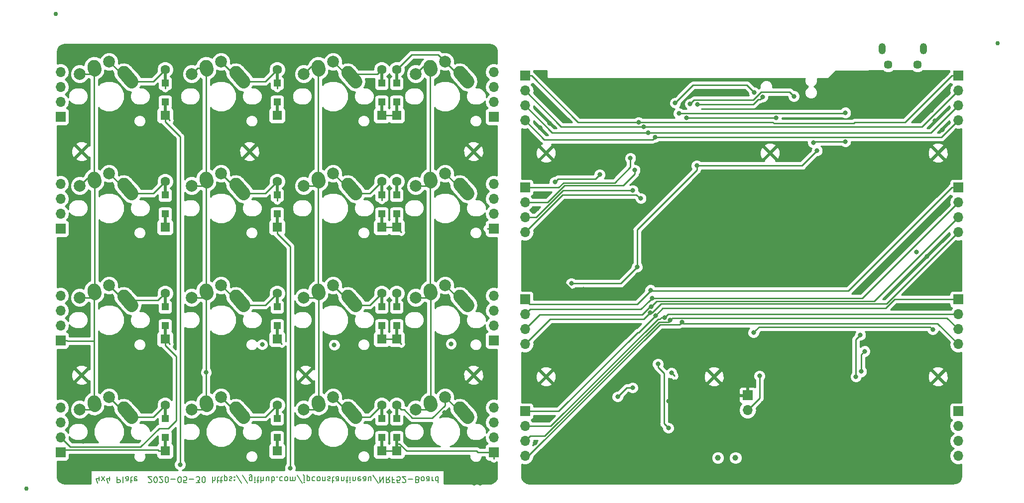
<source format=gbr>
G04 #@! TF.GenerationSoftware,KiCad,Pcbnew,(5.0.0)*
G04 #@! TF.CreationDate,2020-05-30T21:50:53-06:00*
G04 #@! TF.ProjectId,panel,70616E656C2E6B696361645F70636200,rev?*
G04 #@! TF.SameCoordinates,Original*
G04 #@! TF.FileFunction,Copper,L2,Bot,Signal*
G04 #@! TF.FilePolarity,Positive*
%FSLAX46Y46*%
G04 Gerber Fmt 4.6, Leading zero omitted, Abs format (unit mm)*
G04 Created by KiCad (PCBNEW (5.0.0)) date 05/30/20 21:50:53*
%MOMM*%
%LPD*%
G01*
G04 APERTURE LIST*
G04 #@! TA.AperFunction,NonConductor*
%ADD10C,0.200000*%
G04 #@! TD*
G04 #@! TA.AperFunction,BGAPad,CuDef*
%ADD11C,0.750000*%
G04 #@! TD*
G04 #@! TA.AperFunction,ComponentPad*
%ADD12C,2.000000*%
G04 #@! TD*
G04 #@! TA.AperFunction,ComponentPad*
%ADD13C,2.250000*%
G04 #@! TD*
G04 #@! TA.AperFunction,Conductor*
%ADD14C,2.250000*%
G04 #@! TD*
G04 #@! TA.AperFunction,Conductor*
%ADD15R,0.500000X2.500000*%
G04 #@! TD*
G04 #@! TA.AperFunction,ComponentPad*
%ADD16C,1.600000*%
G04 #@! TD*
G04 #@! TA.AperFunction,ComponentPad*
%ADD17R,1.600000X1.600000*%
G04 #@! TD*
G04 #@! TA.AperFunction,SMDPad,CuDef*
%ADD18R,1.200000X1.200000*%
G04 #@! TD*
G04 #@! TA.AperFunction,ComponentPad*
%ADD19R,1.700000X1.700000*%
G04 #@! TD*
G04 #@! TA.AperFunction,ComponentPad*
%ADD20O,1.700000X1.700000*%
G04 #@! TD*
G04 #@! TA.AperFunction,WasherPad*
%ADD21C,1.000000*%
G04 #@! TD*
G04 #@! TA.AperFunction,ComponentPad*
%ADD22C,1.450000*%
G04 #@! TD*
G04 #@! TA.AperFunction,ComponentPad*
%ADD23O,1.200000X1.900000*%
G04 #@! TD*
G04 #@! TA.AperFunction,ViaPad*
%ADD24C,0.800000*%
G04 #@! TD*
G04 #@! TA.AperFunction,Conductor*
%ADD25C,0.250000*%
G04 #@! TD*
G04 #@! TA.AperFunction,Conductor*
%ADD26C,0.254000*%
G04 #@! TD*
G04 APERTURE END LIST*
D10*
X49806142Y-112017285D02*
X49806142Y-111350619D01*
X49568047Y-112398238D02*
X49329952Y-111683952D01*
X49949000Y-111683952D01*
X50234714Y-111350619D02*
X50758523Y-112017285D01*
X50234714Y-112017285D02*
X50758523Y-111350619D01*
X51568047Y-112017285D02*
X51568047Y-111350619D01*
X51329952Y-112398238D02*
X51091857Y-111683952D01*
X51710904Y-111683952D01*
X52853761Y-111350619D02*
X52853761Y-112350619D01*
X53234714Y-112350619D01*
X53329952Y-112303000D01*
X53377571Y-112255380D01*
X53425190Y-112160142D01*
X53425190Y-112017285D01*
X53377571Y-111922047D01*
X53329952Y-111874428D01*
X53234714Y-111826809D01*
X52853761Y-111826809D01*
X53996619Y-111350619D02*
X53901380Y-111398238D01*
X53853761Y-111493476D01*
X53853761Y-112350619D01*
X54806142Y-111350619D02*
X54806142Y-111874428D01*
X54758523Y-111969666D01*
X54663285Y-112017285D01*
X54472809Y-112017285D01*
X54377571Y-111969666D01*
X54806142Y-111398238D02*
X54710904Y-111350619D01*
X54472809Y-111350619D01*
X54377571Y-111398238D01*
X54329952Y-111493476D01*
X54329952Y-111588714D01*
X54377571Y-111683952D01*
X54472809Y-111731571D01*
X54710904Y-111731571D01*
X54806142Y-111779190D01*
X55139476Y-112017285D02*
X55520428Y-112017285D01*
X55282333Y-112350619D02*
X55282333Y-111493476D01*
X55329952Y-111398238D01*
X55425190Y-111350619D01*
X55520428Y-111350619D01*
X56234714Y-111398238D02*
X56139476Y-111350619D01*
X55949000Y-111350619D01*
X55853761Y-111398238D01*
X55806142Y-111493476D01*
X55806142Y-111874428D01*
X55853761Y-111969666D01*
X55949000Y-112017285D01*
X56139476Y-112017285D01*
X56234714Y-111969666D01*
X56282333Y-111874428D01*
X56282333Y-111779190D01*
X55806142Y-111683952D01*
X58187095Y-112255380D02*
X58234714Y-112303000D01*
X58329952Y-112350619D01*
X58568047Y-112350619D01*
X58663285Y-112303000D01*
X58710904Y-112255380D01*
X58758523Y-112160142D01*
X58758523Y-112064904D01*
X58710904Y-111922047D01*
X58139476Y-111350619D01*
X58758523Y-111350619D01*
X59377571Y-112350619D02*
X59472809Y-112350619D01*
X59568047Y-112303000D01*
X59615666Y-112255380D01*
X59663285Y-112160142D01*
X59710904Y-111969666D01*
X59710904Y-111731571D01*
X59663285Y-111541095D01*
X59615666Y-111445857D01*
X59568047Y-111398238D01*
X59472809Y-111350619D01*
X59377571Y-111350619D01*
X59282333Y-111398238D01*
X59234714Y-111445857D01*
X59187095Y-111541095D01*
X59139476Y-111731571D01*
X59139476Y-111969666D01*
X59187095Y-112160142D01*
X59234714Y-112255380D01*
X59282333Y-112303000D01*
X59377571Y-112350619D01*
X60091857Y-112255380D02*
X60139476Y-112303000D01*
X60234714Y-112350619D01*
X60472809Y-112350619D01*
X60568047Y-112303000D01*
X60615666Y-112255380D01*
X60663285Y-112160142D01*
X60663285Y-112064904D01*
X60615666Y-111922047D01*
X60044238Y-111350619D01*
X60663285Y-111350619D01*
X61282333Y-112350619D02*
X61377571Y-112350619D01*
X61472809Y-112303000D01*
X61520428Y-112255380D01*
X61568047Y-112160142D01*
X61615666Y-111969666D01*
X61615666Y-111731571D01*
X61568047Y-111541095D01*
X61520428Y-111445857D01*
X61472809Y-111398238D01*
X61377571Y-111350619D01*
X61282333Y-111350619D01*
X61187095Y-111398238D01*
X61139476Y-111445857D01*
X61091857Y-111541095D01*
X61044238Y-111731571D01*
X61044238Y-111969666D01*
X61091857Y-112160142D01*
X61139476Y-112255380D01*
X61187095Y-112303000D01*
X61282333Y-112350619D01*
X62044238Y-111731571D02*
X62806142Y-111731571D01*
X63472809Y-112350619D02*
X63568047Y-112350619D01*
X63663285Y-112303000D01*
X63710904Y-112255380D01*
X63758523Y-112160142D01*
X63806142Y-111969666D01*
X63806142Y-111731571D01*
X63758523Y-111541095D01*
X63710904Y-111445857D01*
X63663285Y-111398238D01*
X63568047Y-111350619D01*
X63472809Y-111350619D01*
X63377571Y-111398238D01*
X63329952Y-111445857D01*
X63282333Y-111541095D01*
X63234714Y-111731571D01*
X63234714Y-111969666D01*
X63282333Y-112160142D01*
X63329952Y-112255380D01*
X63377571Y-112303000D01*
X63472809Y-112350619D01*
X64710904Y-112350619D02*
X64234714Y-112350619D01*
X64187095Y-111874428D01*
X64234714Y-111922047D01*
X64329952Y-111969666D01*
X64568047Y-111969666D01*
X64663285Y-111922047D01*
X64710904Y-111874428D01*
X64758523Y-111779190D01*
X64758523Y-111541095D01*
X64710904Y-111445857D01*
X64663285Y-111398238D01*
X64568047Y-111350619D01*
X64329952Y-111350619D01*
X64234714Y-111398238D01*
X64187095Y-111445857D01*
X65187095Y-111731571D02*
X65949000Y-111731571D01*
X66329952Y-112350619D02*
X66949000Y-112350619D01*
X66615666Y-111969666D01*
X66758523Y-111969666D01*
X66853761Y-111922047D01*
X66901380Y-111874428D01*
X66949000Y-111779190D01*
X66949000Y-111541095D01*
X66901380Y-111445857D01*
X66853761Y-111398238D01*
X66758523Y-111350619D01*
X66472809Y-111350619D01*
X66377571Y-111398238D01*
X66329952Y-111445857D01*
X67568047Y-112350619D02*
X67663285Y-112350619D01*
X67758523Y-112303000D01*
X67806142Y-112255380D01*
X67853761Y-112160142D01*
X67901380Y-111969666D01*
X67901380Y-111731571D01*
X67853761Y-111541095D01*
X67806142Y-111445857D01*
X67758523Y-111398238D01*
X67663285Y-111350619D01*
X67568047Y-111350619D01*
X67472809Y-111398238D01*
X67425190Y-111445857D01*
X67377571Y-111541095D01*
X67329952Y-111731571D01*
X67329952Y-111969666D01*
X67377571Y-112160142D01*
X67425190Y-112255380D01*
X67472809Y-112303000D01*
X67568047Y-112350619D01*
X69091857Y-111350619D02*
X69091857Y-112350619D01*
X69520428Y-111350619D02*
X69520428Y-111874428D01*
X69472809Y-111969666D01*
X69377571Y-112017285D01*
X69234714Y-112017285D01*
X69139476Y-111969666D01*
X69091857Y-111922047D01*
X69853761Y-112017285D02*
X70234714Y-112017285D01*
X69996619Y-112350619D02*
X69996619Y-111493476D01*
X70044238Y-111398238D01*
X70139476Y-111350619D01*
X70234714Y-111350619D01*
X70425190Y-112017285D02*
X70806142Y-112017285D01*
X70568047Y-112350619D02*
X70568047Y-111493476D01*
X70615666Y-111398238D01*
X70710904Y-111350619D01*
X70806142Y-111350619D01*
X71139476Y-112017285D02*
X71139476Y-111017285D01*
X71139476Y-111969666D02*
X71234714Y-112017285D01*
X71425190Y-112017285D01*
X71520428Y-111969666D01*
X71568047Y-111922047D01*
X71615666Y-111826809D01*
X71615666Y-111541095D01*
X71568047Y-111445857D01*
X71520428Y-111398238D01*
X71425190Y-111350619D01*
X71234714Y-111350619D01*
X71139476Y-111398238D01*
X71996619Y-111398238D02*
X72091857Y-111350619D01*
X72282333Y-111350619D01*
X72377571Y-111398238D01*
X72425190Y-111493476D01*
X72425190Y-111541095D01*
X72377571Y-111636333D01*
X72282333Y-111683952D01*
X72139476Y-111683952D01*
X72044238Y-111731571D01*
X71996619Y-111826809D01*
X71996619Y-111874428D01*
X72044238Y-111969666D01*
X72139476Y-112017285D01*
X72282333Y-112017285D01*
X72377571Y-111969666D01*
X72853761Y-111445857D02*
X72901380Y-111398238D01*
X72853761Y-111350619D01*
X72806142Y-111398238D01*
X72853761Y-111445857D01*
X72853761Y-111350619D01*
X72853761Y-111969666D02*
X72901380Y-111922047D01*
X72853761Y-111874428D01*
X72806142Y-111922047D01*
X72853761Y-111969666D01*
X72853761Y-111874428D01*
X74044238Y-112398238D02*
X73187095Y-111112523D01*
X75091857Y-112398238D02*
X74234714Y-111112523D01*
X75853761Y-112017285D02*
X75853761Y-111207761D01*
X75806142Y-111112523D01*
X75758523Y-111064904D01*
X75663285Y-111017285D01*
X75520428Y-111017285D01*
X75425190Y-111064904D01*
X75853761Y-111398238D02*
X75758523Y-111350619D01*
X75568047Y-111350619D01*
X75472809Y-111398238D01*
X75425190Y-111445857D01*
X75377571Y-111541095D01*
X75377571Y-111826809D01*
X75425190Y-111922047D01*
X75472809Y-111969666D01*
X75568047Y-112017285D01*
X75758523Y-112017285D01*
X75853761Y-111969666D01*
X76329952Y-111350619D02*
X76329952Y-112017285D01*
X76329952Y-112350619D02*
X76282333Y-112303000D01*
X76329952Y-112255380D01*
X76377571Y-112303000D01*
X76329952Y-112350619D01*
X76329952Y-112255380D01*
X76663285Y-112017285D02*
X77044238Y-112017285D01*
X76806142Y-112350619D02*
X76806142Y-111493476D01*
X76853761Y-111398238D01*
X76949000Y-111350619D01*
X77044238Y-111350619D01*
X77377571Y-111350619D02*
X77377571Y-112350619D01*
X77806142Y-111350619D02*
X77806142Y-111874428D01*
X77758523Y-111969666D01*
X77663285Y-112017285D01*
X77520428Y-112017285D01*
X77425190Y-111969666D01*
X77377571Y-111922047D01*
X78710904Y-112017285D02*
X78710904Y-111350619D01*
X78282333Y-112017285D02*
X78282333Y-111493476D01*
X78329952Y-111398238D01*
X78425190Y-111350619D01*
X78568047Y-111350619D01*
X78663285Y-111398238D01*
X78710904Y-111445857D01*
X79187095Y-111350619D02*
X79187095Y-112350619D01*
X79187095Y-111969666D02*
X79282333Y-112017285D01*
X79472809Y-112017285D01*
X79568047Y-111969666D01*
X79615666Y-111922047D01*
X79663285Y-111826809D01*
X79663285Y-111541095D01*
X79615666Y-111445857D01*
X79568047Y-111398238D01*
X79472809Y-111350619D01*
X79282333Y-111350619D01*
X79187095Y-111398238D01*
X80091857Y-111445857D02*
X80139476Y-111398238D01*
X80091857Y-111350619D01*
X80044238Y-111398238D01*
X80091857Y-111445857D01*
X80091857Y-111350619D01*
X80996619Y-111398238D02*
X80901380Y-111350619D01*
X80710904Y-111350619D01*
X80615666Y-111398238D01*
X80568047Y-111445857D01*
X80520428Y-111541095D01*
X80520428Y-111826809D01*
X80568047Y-111922047D01*
X80615666Y-111969666D01*
X80710904Y-112017285D01*
X80901380Y-112017285D01*
X80996619Y-111969666D01*
X81568047Y-111350619D02*
X81472809Y-111398238D01*
X81425190Y-111445857D01*
X81377571Y-111541095D01*
X81377571Y-111826809D01*
X81425190Y-111922047D01*
X81472809Y-111969666D01*
X81568047Y-112017285D01*
X81710904Y-112017285D01*
X81806142Y-111969666D01*
X81853761Y-111922047D01*
X81901380Y-111826809D01*
X81901380Y-111541095D01*
X81853761Y-111445857D01*
X81806142Y-111398238D01*
X81710904Y-111350619D01*
X81568047Y-111350619D01*
X82329952Y-111350619D02*
X82329952Y-112017285D01*
X82329952Y-111922047D02*
X82377571Y-111969666D01*
X82472809Y-112017285D01*
X82615666Y-112017285D01*
X82710904Y-111969666D01*
X82758523Y-111874428D01*
X82758523Y-111350619D01*
X82758523Y-111874428D02*
X82806142Y-111969666D01*
X82901380Y-112017285D01*
X83044238Y-112017285D01*
X83139476Y-111969666D01*
X83187095Y-111874428D01*
X83187095Y-111350619D01*
X84377571Y-112398238D02*
X83520428Y-111112523D01*
X84710904Y-112017285D02*
X84710904Y-111160142D01*
X84663285Y-111064904D01*
X84568047Y-111017285D01*
X84520428Y-111017285D01*
X84710904Y-112350619D02*
X84663285Y-112303000D01*
X84710904Y-112255380D01*
X84758523Y-112303000D01*
X84710904Y-112350619D01*
X84710904Y-112255380D01*
X85187095Y-112017285D02*
X85187095Y-111017285D01*
X85187095Y-111969666D02*
X85282333Y-112017285D01*
X85472809Y-112017285D01*
X85568047Y-111969666D01*
X85615666Y-111922047D01*
X85663285Y-111826809D01*
X85663285Y-111541095D01*
X85615666Y-111445857D01*
X85568047Y-111398238D01*
X85472809Y-111350619D01*
X85282333Y-111350619D01*
X85187095Y-111398238D01*
X86520428Y-111398238D02*
X86425190Y-111350619D01*
X86234714Y-111350619D01*
X86139476Y-111398238D01*
X86091857Y-111445857D01*
X86044238Y-111541095D01*
X86044238Y-111826809D01*
X86091857Y-111922047D01*
X86139476Y-111969666D01*
X86234714Y-112017285D01*
X86425190Y-112017285D01*
X86520428Y-111969666D01*
X87091857Y-111350619D02*
X86996619Y-111398238D01*
X86949000Y-111445857D01*
X86901380Y-111541095D01*
X86901380Y-111826809D01*
X86949000Y-111922047D01*
X86996619Y-111969666D01*
X87091857Y-112017285D01*
X87234714Y-112017285D01*
X87329952Y-111969666D01*
X87377571Y-111922047D01*
X87425190Y-111826809D01*
X87425190Y-111541095D01*
X87377571Y-111445857D01*
X87329952Y-111398238D01*
X87234714Y-111350619D01*
X87091857Y-111350619D01*
X87853761Y-112017285D02*
X87853761Y-111350619D01*
X87853761Y-111922047D02*
X87901380Y-111969666D01*
X87996619Y-112017285D01*
X88139476Y-112017285D01*
X88234714Y-111969666D01*
X88282333Y-111874428D01*
X88282333Y-111350619D01*
X88710904Y-111398238D02*
X88806142Y-111350619D01*
X88996619Y-111350619D01*
X89091857Y-111398238D01*
X89139476Y-111493476D01*
X89139476Y-111541095D01*
X89091857Y-111636333D01*
X88996619Y-111683952D01*
X88853761Y-111683952D01*
X88758523Y-111731571D01*
X88710904Y-111826809D01*
X88710904Y-111874428D01*
X88758523Y-111969666D01*
X88853761Y-112017285D01*
X88996619Y-112017285D01*
X89091857Y-111969666D01*
X89425190Y-112017285D02*
X89806142Y-112017285D01*
X89568047Y-112350619D02*
X89568047Y-111493476D01*
X89615666Y-111398238D01*
X89710904Y-111350619D01*
X89806142Y-111350619D01*
X90568047Y-111350619D02*
X90568047Y-111874428D01*
X90520428Y-111969666D01*
X90425190Y-112017285D01*
X90234714Y-112017285D01*
X90139476Y-111969666D01*
X90568047Y-111398238D02*
X90472809Y-111350619D01*
X90234714Y-111350619D01*
X90139476Y-111398238D01*
X90091857Y-111493476D01*
X90091857Y-111588714D01*
X90139476Y-111683952D01*
X90234714Y-111731571D01*
X90472809Y-111731571D01*
X90568047Y-111779190D01*
X91044238Y-112017285D02*
X91044238Y-111350619D01*
X91044238Y-111922047D02*
X91091857Y-111969666D01*
X91187095Y-112017285D01*
X91329952Y-112017285D01*
X91425190Y-111969666D01*
X91472809Y-111874428D01*
X91472809Y-111350619D01*
X91806142Y-112017285D02*
X92187095Y-112017285D01*
X91949000Y-112350619D02*
X91949000Y-111493476D01*
X91996619Y-111398238D01*
X92091857Y-111350619D01*
X92187095Y-111350619D01*
X92520428Y-111350619D02*
X92520428Y-112017285D01*
X92520428Y-112350619D02*
X92472809Y-112303000D01*
X92520428Y-112255380D01*
X92568047Y-112303000D01*
X92520428Y-112350619D01*
X92520428Y-112255380D01*
X92996619Y-112017285D02*
X92996619Y-111350619D01*
X92996619Y-111922047D02*
X93044238Y-111969666D01*
X93139476Y-112017285D01*
X93282333Y-112017285D01*
X93377571Y-111969666D01*
X93425190Y-111874428D01*
X93425190Y-111350619D01*
X94282333Y-111398238D02*
X94187095Y-111350619D01*
X93996619Y-111350619D01*
X93901380Y-111398238D01*
X93853761Y-111493476D01*
X93853761Y-111874428D01*
X93901380Y-111969666D01*
X93996619Y-112017285D01*
X94187095Y-112017285D01*
X94282333Y-111969666D01*
X94329952Y-111874428D01*
X94329952Y-111779190D01*
X93853761Y-111683952D01*
X95187095Y-111350619D02*
X95187095Y-111874428D01*
X95139476Y-111969666D01*
X95044238Y-112017285D01*
X94853761Y-112017285D01*
X94758523Y-111969666D01*
X95187095Y-111398238D02*
X95091857Y-111350619D01*
X94853761Y-111350619D01*
X94758523Y-111398238D01*
X94710904Y-111493476D01*
X94710904Y-111588714D01*
X94758523Y-111683952D01*
X94853761Y-111731571D01*
X95091857Y-111731571D01*
X95187095Y-111779190D01*
X96091857Y-112017285D02*
X96091857Y-111350619D01*
X95663285Y-112017285D02*
X95663285Y-111493476D01*
X95710904Y-111398238D01*
X95806142Y-111350619D01*
X95949000Y-111350619D01*
X96044238Y-111398238D01*
X96091857Y-111445857D01*
X97282333Y-112398238D02*
X96425190Y-111112523D01*
X97615666Y-111350619D02*
X97615666Y-112350619D01*
X98187095Y-111350619D01*
X98187095Y-112350619D01*
X99234714Y-111350619D02*
X98901380Y-111826809D01*
X98663285Y-111350619D02*
X98663285Y-112350619D01*
X99044238Y-112350619D01*
X99139476Y-112303000D01*
X99187095Y-112255380D01*
X99234714Y-112160142D01*
X99234714Y-112017285D01*
X99187095Y-111922047D01*
X99139476Y-111874428D01*
X99044238Y-111826809D01*
X98663285Y-111826809D01*
X99996619Y-111874428D02*
X99663285Y-111874428D01*
X99663285Y-111350619D02*
X99663285Y-112350619D01*
X100139476Y-112350619D01*
X100996619Y-112350619D02*
X100520428Y-112350619D01*
X100472809Y-111874428D01*
X100520428Y-111922047D01*
X100615666Y-111969666D01*
X100853761Y-111969666D01*
X100949000Y-111922047D01*
X100996619Y-111874428D01*
X101044238Y-111779190D01*
X101044238Y-111541095D01*
X100996619Y-111445857D01*
X100949000Y-111398238D01*
X100853761Y-111350619D01*
X100615666Y-111350619D01*
X100520428Y-111398238D01*
X100472809Y-111445857D01*
X101425190Y-112255380D02*
X101472809Y-112303000D01*
X101568047Y-112350619D01*
X101806142Y-112350619D01*
X101901380Y-112303000D01*
X101949000Y-112255380D01*
X101996619Y-112160142D01*
X101996619Y-112064904D01*
X101949000Y-111922047D01*
X101377571Y-111350619D01*
X101996619Y-111350619D01*
X102425190Y-111731571D02*
X103187095Y-111731571D01*
X103996619Y-111874428D02*
X104139476Y-111826809D01*
X104187095Y-111779190D01*
X104234714Y-111683952D01*
X104234714Y-111541095D01*
X104187095Y-111445857D01*
X104139476Y-111398238D01*
X104044238Y-111350619D01*
X103663285Y-111350619D01*
X103663285Y-112350619D01*
X103996619Y-112350619D01*
X104091857Y-112303000D01*
X104139476Y-112255380D01*
X104187095Y-112160142D01*
X104187095Y-112064904D01*
X104139476Y-111969666D01*
X104091857Y-111922047D01*
X103996619Y-111874428D01*
X103663285Y-111874428D01*
X104806142Y-111350619D02*
X104710904Y-111398238D01*
X104663285Y-111445857D01*
X104615666Y-111541095D01*
X104615666Y-111826809D01*
X104663285Y-111922047D01*
X104710904Y-111969666D01*
X104806142Y-112017285D01*
X104949000Y-112017285D01*
X105044238Y-111969666D01*
X105091857Y-111922047D01*
X105139476Y-111826809D01*
X105139476Y-111541095D01*
X105091857Y-111445857D01*
X105044238Y-111398238D01*
X104949000Y-111350619D01*
X104806142Y-111350619D01*
X105996619Y-111350619D02*
X105996619Y-111874428D01*
X105949000Y-111969666D01*
X105853761Y-112017285D01*
X105663285Y-112017285D01*
X105568047Y-111969666D01*
X105996619Y-111398238D02*
X105901380Y-111350619D01*
X105663285Y-111350619D01*
X105568047Y-111398238D01*
X105520428Y-111493476D01*
X105520428Y-111588714D01*
X105568047Y-111683952D01*
X105663285Y-111731571D01*
X105901380Y-111731571D01*
X105996619Y-111779190D01*
X106472809Y-111350619D02*
X106472809Y-112017285D01*
X106472809Y-111826809D02*
X106520428Y-111922047D01*
X106568047Y-111969666D01*
X106663285Y-112017285D01*
X106758523Y-112017285D01*
X107520428Y-111350619D02*
X107520428Y-112350619D01*
X107520428Y-111398238D02*
X107425190Y-111350619D01*
X107234714Y-111350619D01*
X107139476Y-111398238D01*
X107091857Y-111445857D01*
X107044238Y-111541095D01*
X107044238Y-111826809D01*
X107091857Y-111922047D01*
X107139476Y-111969666D01*
X107234714Y-112017285D01*
X107425190Y-112017285D01*
X107520428Y-111969666D01*
D11*
G04 #@! TO.P,REF\002A\002A,~*
G04 #@! TO.N,N/C*
X37500000Y-113400000D03*
G04 #@! TD*
G04 #@! TO.P,REF\002A\002A,~*
G04 #@! TO.N,N/C*
X202640000Y-37500000D03*
G04 #@! TD*
G04 #@! TO.P,REF\002A\002A,~*
G04 #@! TO.N,N/C*
X42500000Y-32500000D03*
G04 #@! TD*
D12*
G04 #@! TO.P,S16,1*
G04 #@! TO.N,Net-(D16-Pad2)*
X108675000Y-40625000D03*
G04 #@! TO.P,S16,2*
G04 #@! TO.N,COL4*
X103675000Y-42725000D03*
D13*
G04 #@! TO.P,S16,1*
G04 #@! TO.N,Net-(D16-Pad2)*
X111175000Y-42525000D03*
X111830005Y-43254996D03*
D14*
G04 #@! TD*
G04 #@! TO.N,Net-(D16-Pad2)*
G04 #@! TO.C,S16*
X112485000Y-43985000D02*
X111175010Y-42524992D01*
D13*
G04 #@! TO.P,S16,2*
G04 #@! TO.N,COL4*
X106135000Y-41445000D03*
X106155229Y-41734984D03*
D14*
G04 #@! TD*
G04 #@! TO.N,COL4*
G04 #@! TO.C,S16*
X106175000Y-42025000D02*
X106135458Y-41444968D01*
D15*
G04 #@! TO.N,Net-(D16-Pad2)*
G04 #@! TO.C,D16*
X100420000Y-43190000D03*
G04 #@! TO.N,ROW4*
X100420000Y-48590000D03*
D16*
G04 #@! TD*
G04 #@! TO.P,D16,2*
G04 #@! TO.N,Net-(D16-Pad2)*
X100420000Y-41990000D03*
D17*
G04 #@! TO.P,D16,1*
G04 #@! TO.N,ROW4*
X100420000Y-49790000D03*
D18*
X100420000Y-47465000D03*
G04 #@! TO.P,D16,2*
G04 #@! TO.N,Net-(D16-Pad2)*
X100420000Y-44315000D03*
G04 #@! TD*
D13*
G04 #@! TO.P,S7,2*
G04 #@! TO.N,COL3*
X87105229Y-79834984D03*
D14*
G04 #@! TD*
G04 #@! TO.N,COL3*
G04 #@! TO.C,S7*
X87125000Y-80125000D02*
X87085458Y-79544968D01*
D13*
G04 #@! TO.P,S7,2*
G04 #@! TO.N,COL3*
X87085000Y-79545000D03*
G04 #@! TO.P,S7,1*
G04 #@! TO.N,Net-(D7-Pad2)*
X92780005Y-81354996D03*
D14*
G04 #@! TD*
G04 #@! TO.N,Net-(D7-Pad2)*
G04 #@! TO.C,S7*
X93435000Y-82085000D02*
X92125010Y-80624992D01*
D13*
G04 #@! TO.P,S7,1*
G04 #@! TO.N,Net-(D7-Pad2)*
X92125000Y-80625000D03*
D12*
G04 #@! TO.P,S7,2*
G04 #@! TO.N,COL3*
X84625000Y-80825000D03*
G04 #@! TO.P,S7,1*
G04 #@! TO.N,Net-(D7-Pad2)*
X89625000Y-78725000D03*
G04 #@! TD*
D15*
G04 #@! TO.N,Net-(D2-Pad2)*
G04 #@! TO.C,D2*
X80100000Y-100340000D03*
G04 #@! TO.N,ROW1*
X80100000Y-105740000D03*
D16*
G04 #@! TD*
G04 #@! TO.P,D2,2*
G04 #@! TO.N,Net-(D2-Pad2)*
X80100000Y-99140000D03*
D17*
G04 #@! TO.P,D2,1*
G04 #@! TO.N,ROW1*
X80100000Y-106940000D03*
D18*
X80100000Y-104615000D03*
G04 #@! TO.P,D2,2*
G04 #@! TO.N,Net-(D2-Pad2)*
X80100000Y-101465000D03*
G04 #@! TD*
D19*
G04 #@! TO.P,J1,1*
G04 #@! TO.N,ROW1*
X43270000Y-107167500D03*
D20*
G04 #@! TO.P,J1,2*
G04 #@! TO.N,ROW2*
X43270000Y-104627500D03*
G04 #@! TO.P,J1,3*
G04 #@! TO.N,ROW3*
X43270000Y-102087500D03*
G04 #@! TO.P,J1,4*
G04 #@! TO.N,ROW4*
X43270000Y-99547500D03*
G04 #@! TD*
G04 #@! TO.P,J2,4*
G04 #@! TO.N,COL4*
X43270000Y-80497500D03*
G04 #@! TO.P,J2,3*
G04 #@! TO.N,COL3*
X43270000Y-83037500D03*
G04 #@! TO.P,J2,2*
G04 #@! TO.N,COL2*
X43270000Y-85577500D03*
D19*
G04 #@! TO.P,J2,1*
G04 #@! TO.N,COL1*
X43270000Y-88117500D03*
G04 #@! TD*
G04 #@! TO.P,J3,1*
G04 #@! TO.N,COL5*
X43270000Y-69067500D03*
D20*
G04 #@! TO.P,J3,2*
G04 #@! TO.N,COL6*
X43270000Y-66527500D03*
G04 #@! TO.P,J3,3*
G04 #@! TO.N,COL7*
X43270000Y-63987500D03*
G04 #@! TO.P,J3,4*
G04 #@! TO.N,COL8*
X43270000Y-61447500D03*
G04 #@! TD*
G04 #@! TO.P,J4,4*
G04 #@! TO.N,COL12*
X43270000Y-42397500D03*
G04 #@! TO.P,J4,3*
G04 #@! TO.N,COL11*
X43270000Y-44937500D03*
G04 #@! TO.P,J4,2*
G04 #@! TO.N,COL10*
X43270000Y-47477500D03*
D19*
G04 #@! TO.P,J4,1*
G04 #@! TO.N,COL9*
X43270000Y-50017500D03*
G04 #@! TD*
G04 #@! TO.P,J5,1*
G04 #@! TO.N,ROW1*
X116930000Y-107167500D03*
D20*
G04 #@! TO.P,J5,2*
G04 #@! TO.N,ROW2*
X116930000Y-104627500D03*
G04 #@! TO.P,J5,3*
G04 #@! TO.N,ROW3*
X116930000Y-102087500D03*
G04 #@! TO.P,J5,4*
G04 #@! TO.N,ROW4*
X116930000Y-99547500D03*
G04 #@! TD*
G04 #@! TO.P,J6,4*
G04 #@! TO.N,COL8*
X116930000Y-80497500D03*
G04 #@! TO.P,J6,3*
G04 #@! TO.N,COL7*
X116930000Y-83037500D03*
G04 #@! TO.P,J6,2*
G04 #@! TO.N,COL6*
X116930000Y-85577500D03*
D19*
G04 #@! TO.P,J6,1*
G04 #@! TO.N,COL5*
X116930000Y-88117500D03*
G04 #@! TD*
G04 #@! TO.P,J7,1*
G04 #@! TO.N,COL9*
X116930000Y-69067500D03*
D20*
G04 #@! TO.P,J7,2*
G04 #@! TO.N,COL10*
X116930000Y-66527500D03*
G04 #@! TO.P,J7,3*
G04 #@! TO.N,COL11*
X116930000Y-63987500D03*
G04 #@! TO.P,J7,4*
G04 #@! TO.N,COL12*
X116930000Y-61447500D03*
G04 #@! TD*
G04 #@! TO.P,J8,4*
G04 #@! TO.N,N/C*
X116930000Y-42397500D03*
G04 #@! TO.P,J8,3*
X116930000Y-44937500D03*
G04 #@! TO.P,J8,2*
X116930000Y-47477500D03*
D19*
G04 #@! TO.P,J8,1*
X116930000Y-50017500D03*
G04 #@! TD*
D15*
G04 #@! TO.N,Net-(D1-Pad2)*
G04 #@! TO.C,D1*
X61050000Y-100340000D03*
G04 #@! TO.N,ROW1*
X61050000Y-105740000D03*
D16*
G04 #@! TD*
G04 #@! TO.P,D1,2*
G04 #@! TO.N,Net-(D1-Pad2)*
X61050000Y-99140000D03*
D17*
G04 #@! TO.P,D1,1*
G04 #@! TO.N,ROW1*
X61050000Y-106940000D03*
D18*
X61050000Y-104615000D03*
G04 #@! TO.P,D1,2*
G04 #@! TO.N,Net-(D1-Pad2)*
X61050000Y-101465000D03*
G04 #@! TD*
G04 #@! TO.P,D3,2*
G04 #@! TO.N,Net-(D3-Pad2)*
X97880000Y-101465000D03*
G04 #@! TO.P,D3,1*
G04 #@! TO.N,ROW1*
X97880000Y-104615000D03*
D17*
X97880000Y-106940000D03*
D16*
G04 #@! TO.P,D3,2*
G04 #@! TO.N,Net-(D3-Pad2)*
X97880000Y-99140000D03*
D15*
G04 #@! TD*
G04 #@! TO.N,ROW1*
G04 #@! TO.C,D3*
X97880000Y-105740000D03*
G04 #@! TO.N,Net-(D3-Pad2)*
G04 #@! TO.C,D3*
X97880000Y-100340000D03*
G04 #@! TD*
D18*
G04 #@! TO.P,D4,2*
G04 #@! TO.N,Net-(D4-Pad2)*
X100420000Y-101465000D03*
G04 #@! TO.P,D4,1*
G04 #@! TO.N,ROW1*
X100420000Y-104615000D03*
D17*
X100420000Y-106940000D03*
D16*
G04 #@! TO.P,D4,2*
G04 #@! TO.N,Net-(D4-Pad2)*
X100420000Y-99140000D03*
D15*
G04 #@! TD*
G04 #@! TO.N,ROW1*
G04 #@! TO.C,D4*
X100420000Y-105740000D03*
G04 #@! TO.N,Net-(D4-Pad2)*
G04 #@! TO.C,D4*
X100420000Y-100340000D03*
G04 #@! TD*
G04 #@! TO.N,Net-(D5-Pad2)*
G04 #@! TO.C,D5*
X61050000Y-81290000D03*
G04 #@! TO.N,ROW2*
X61050000Y-86690000D03*
D16*
G04 #@! TD*
G04 #@! TO.P,D5,2*
G04 #@! TO.N,Net-(D5-Pad2)*
X61050000Y-80090000D03*
D17*
G04 #@! TO.P,D5,1*
G04 #@! TO.N,ROW2*
X61050000Y-87890000D03*
D18*
X61050000Y-85565000D03*
G04 #@! TO.P,D5,2*
G04 #@! TO.N,Net-(D5-Pad2)*
X61050000Y-82415000D03*
G04 #@! TD*
G04 #@! TO.P,D6,2*
G04 #@! TO.N,Net-(D6-Pad2)*
X80100000Y-82415000D03*
G04 #@! TO.P,D6,1*
G04 #@! TO.N,ROW2*
X80100000Y-85565000D03*
D17*
X80100000Y-87890000D03*
D16*
G04 #@! TO.P,D6,2*
G04 #@! TO.N,Net-(D6-Pad2)*
X80100000Y-80090000D03*
D15*
G04 #@! TD*
G04 #@! TO.N,ROW2*
G04 #@! TO.C,D6*
X80100000Y-86690000D03*
G04 #@! TO.N,Net-(D6-Pad2)*
G04 #@! TO.C,D6*
X80100000Y-81290000D03*
G04 #@! TD*
G04 #@! TO.N,Net-(D7-Pad2)*
G04 #@! TO.C,D7*
X97880000Y-81290000D03*
G04 #@! TO.N,ROW2*
X97880000Y-86690000D03*
D16*
G04 #@! TD*
G04 #@! TO.P,D7,2*
G04 #@! TO.N,Net-(D7-Pad2)*
X97880000Y-80090000D03*
D17*
G04 #@! TO.P,D7,1*
G04 #@! TO.N,ROW2*
X97880000Y-87890000D03*
D18*
X97880000Y-85565000D03*
G04 #@! TO.P,D7,2*
G04 #@! TO.N,Net-(D7-Pad2)*
X97880000Y-82415000D03*
G04 #@! TD*
G04 #@! TO.P,D8,2*
G04 #@! TO.N,Net-(D8-Pad2)*
X100420000Y-82415000D03*
G04 #@! TO.P,D8,1*
G04 #@! TO.N,ROW2*
X100420000Y-85565000D03*
D17*
X100420000Y-87890000D03*
D16*
G04 #@! TO.P,D8,2*
G04 #@! TO.N,Net-(D8-Pad2)*
X100420000Y-80090000D03*
D15*
G04 #@! TD*
G04 #@! TO.N,ROW2*
G04 #@! TO.C,D8*
X100420000Y-86690000D03*
G04 #@! TO.N,Net-(D8-Pad2)*
G04 #@! TO.C,D8*
X100420000Y-81290000D03*
G04 #@! TD*
D18*
G04 #@! TO.P,D9,2*
G04 #@! TO.N,Net-(D9-Pad2)*
X61050000Y-63365000D03*
G04 #@! TO.P,D9,1*
G04 #@! TO.N,ROW3*
X61050000Y-66515000D03*
D17*
X61050000Y-68840000D03*
D16*
G04 #@! TO.P,D9,2*
G04 #@! TO.N,Net-(D9-Pad2)*
X61050000Y-61040000D03*
D15*
G04 #@! TD*
G04 #@! TO.N,ROW3*
G04 #@! TO.C,D9*
X61050000Y-67640000D03*
G04 #@! TO.N,Net-(D9-Pad2)*
G04 #@! TO.C,D9*
X61050000Y-62240000D03*
G04 #@! TD*
G04 #@! TO.N,Net-(D10-Pad2)*
G04 #@! TO.C,D10*
X80100000Y-62240000D03*
G04 #@! TO.N,ROW3*
X80100000Y-67640000D03*
D16*
G04 #@! TD*
G04 #@! TO.P,D10,2*
G04 #@! TO.N,Net-(D10-Pad2)*
X80100000Y-61040000D03*
D17*
G04 #@! TO.P,D10,1*
G04 #@! TO.N,ROW3*
X80100000Y-68840000D03*
D18*
X80100000Y-66515000D03*
G04 #@! TO.P,D10,2*
G04 #@! TO.N,Net-(D10-Pad2)*
X80100000Y-63365000D03*
G04 #@! TD*
G04 #@! TO.P,D11,2*
G04 #@! TO.N,Net-(D11-Pad2)*
X97880000Y-63365000D03*
G04 #@! TO.P,D11,1*
G04 #@! TO.N,ROW3*
X97880000Y-66515000D03*
D17*
X97880000Y-68840000D03*
D16*
G04 #@! TO.P,D11,2*
G04 #@! TO.N,Net-(D11-Pad2)*
X97880000Y-61040000D03*
D15*
G04 #@! TD*
G04 #@! TO.N,ROW3*
G04 #@! TO.C,D11*
X97880000Y-67640000D03*
G04 #@! TO.N,Net-(D11-Pad2)*
G04 #@! TO.C,D11*
X97880000Y-62240000D03*
G04 #@! TD*
G04 #@! TO.N,Net-(D12-Pad2)*
G04 #@! TO.C,D12*
X100420000Y-62240000D03*
G04 #@! TO.N,ROW3*
X100420000Y-67640000D03*
D16*
G04 #@! TD*
G04 #@! TO.P,D12,2*
G04 #@! TO.N,Net-(D12-Pad2)*
X100420000Y-61040000D03*
D17*
G04 #@! TO.P,D12,1*
G04 #@! TO.N,ROW3*
X100420000Y-68840000D03*
D18*
X100420000Y-66515000D03*
G04 #@! TO.P,D12,2*
G04 #@! TO.N,Net-(D12-Pad2)*
X100420000Y-63365000D03*
G04 #@! TD*
D15*
G04 #@! TO.N,Net-(D13-Pad2)*
G04 #@! TO.C,D13*
X61050000Y-43190000D03*
G04 #@! TO.N,ROW4*
X61050000Y-48590000D03*
D16*
G04 #@! TD*
G04 #@! TO.P,D13,2*
G04 #@! TO.N,Net-(D13-Pad2)*
X61050000Y-41990000D03*
D17*
G04 #@! TO.P,D13,1*
G04 #@! TO.N,ROW4*
X61050000Y-49790000D03*
D18*
X61050000Y-47465000D03*
G04 #@! TO.P,D13,2*
G04 #@! TO.N,Net-(D13-Pad2)*
X61050000Y-44315000D03*
G04 #@! TD*
G04 #@! TO.P,D14,2*
G04 #@! TO.N,Net-(D14-Pad2)*
X80100000Y-44315000D03*
G04 #@! TO.P,D14,1*
G04 #@! TO.N,ROW4*
X80100000Y-47465000D03*
D17*
X80100000Y-49790000D03*
D16*
G04 #@! TO.P,D14,2*
G04 #@! TO.N,Net-(D14-Pad2)*
X80100000Y-41990000D03*
D15*
G04 #@! TD*
G04 #@! TO.N,ROW4*
G04 #@! TO.C,D14*
X80100000Y-48590000D03*
G04 #@! TO.N,Net-(D14-Pad2)*
G04 #@! TO.C,D14*
X80100000Y-43190000D03*
G04 #@! TD*
D18*
G04 #@! TO.P,D15,2*
G04 #@! TO.N,Net-(D15-Pad2)*
X97880000Y-44315000D03*
G04 #@! TO.P,D15,1*
G04 #@! TO.N,ROW4*
X97880000Y-47465000D03*
D17*
X97880000Y-49790000D03*
D16*
G04 #@! TO.P,D15,2*
G04 #@! TO.N,Net-(D15-Pad2)*
X97880000Y-41990000D03*
D15*
G04 #@! TD*
G04 #@! TO.N,ROW4*
G04 #@! TO.C,D15*
X97880000Y-48590000D03*
G04 #@! TO.N,Net-(D15-Pad2)*
G04 #@! TO.C,D15*
X97880000Y-43190000D03*
G04 #@! TD*
D13*
G04 #@! TO.P,S1,2*
G04 #@! TO.N,COL1*
X49005229Y-98884984D03*
D14*
G04 #@! TD*
G04 #@! TO.N,COL1*
G04 #@! TO.C,S1*
X49025000Y-99175000D02*
X48985458Y-98594968D01*
D13*
G04 #@! TO.P,S1,2*
G04 #@! TO.N,COL1*
X48985000Y-98595000D03*
G04 #@! TO.P,S1,1*
G04 #@! TO.N,Net-(D1-Pad2)*
X54680005Y-100404996D03*
D14*
G04 #@! TD*
G04 #@! TO.N,Net-(D1-Pad2)*
G04 #@! TO.C,S1*
X55335000Y-101135000D02*
X54025010Y-99674992D01*
D13*
G04 #@! TO.P,S1,1*
G04 #@! TO.N,Net-(D1-Pad2)*
X54025000Y-99675000D03*
D12*
G04 #@! TO.P,S1,2*
G04 #@! TO.N,COL1*
X46525000Y-99875000D03*
G04 #@! TO.P,S1,1*
G04 #@! TO.N,Net-(D1-Pad2)*
X51525000Y-97775000D03*
G04 #@! TD*
G04 #@! TO.P,S2,1*
G04 #@! TO.N,Net-(D2-Pad2)*
X70575000Y-97775000D03*
G04 #@! TO.P,S2,2*
G04 #@! TO.N,COL2*
X65575000Y-99875000D03*
D13*
G04 #@! TO.P,S2,1*
G04 #@! TO.N,Net-(D2-Pad2)*
X73075000Y-99675000D03*
X73730005Y-100404996D03*
D14*
G04 #@! TD*
G04 #@! TO.N,Net-(D2-Pad2)*
G04 #@! TO.C,S2*
X74385000Y-101135000D02*
X73075010Y-99674992D01*
D13*
G04 #@! TO.P,S2,2*
G04 #@! TO.N,COL2*
X68035000Y-98595000D03*
X68055229Y-98884984D03*
D14*
G04 #@! TD*
G04 #@! TO.N,COL2*
G04 #@! TO.C,S2*
X68075000Y-99175000D02*
X68035458Y-98594968D01*
D13*
G04 #@! TO.P,S3,2*
G04 #@! TO.N,COL3*
X87105229Y-98884984D03*
D14*
G04 #@! TD*
G04 #@! TO.N,COL3*
G04 #@! TO.C,S3*
X87125000Y-99175000D02*
X87085458Y-98594968D01*
D13*
G04 #@! TO.P,S3,2*
G04 #@! TO.N,COL3*
X87085000Y-98595000D03*
G04 #@! TO.P,S3,1*
G04 #@! TO.N,Net-(D3-Pad2)*
X92780005Y-100404996D03*
D14*
G04 #@! TD*
G04 #@! TO.N,Net-(D3-Pad2)*
G04 #@! TO.C,S3*
X93435000Y-101135000D02*
X92125010Y-99674992D01*
D13*
G04 #@! TO.P,S3,1*
G04 #@! TO.N,Net-(D3-Pad2)*
X92125000Y-99675000D03*
D12*
G04 #@! TO.P,S3,2*
G04 #@! TO.N,COL3*
X84625000Y-99875000D03*
G04 #@! TO.P,S3,1*
G04 #@! TO.N,Net-(D3-Pad2)*
X89625000Y-97775000D03*
G04 #@! TD*
G04 #@! TO.P,S4,1*
G04 #@! TO.N,Net-(D4-Pad2)*
X108675000Y-97775000D03*
G04 #@! TO.P,S4,2*
G04 #@! TO.N,COL4*
X103675000Y-99875000D03*
D13*
G04 #@! TO.P,S4,1*
G04 #@! TO.N,Net-(D4-Pad2)*
X111175000Y-99675000D03*
X111830005Y-100404996D03*
D14*
G04 #@! TD*
G04 #@! TO.N,Net-(D4-Pad2)*
G04 #@! TO.C,S4*
X112485000Y-101135000D02*
X111175010Y-99674992D01*
D13*
G04 #@! TO.P,S4,2*
G04 #@! TO.N,COL4*
X106135000Y-98595000D03*
X106155229Y-98884984D03*
D14*
G04 #@! TD*
G04 #@! TO.N,COL4*
G04 #@! TO.C,S4*
X106175000Y-99175000D02*
X106135458Y-98594968D01*
D12*
G04 #@! TO.P,S5,1*
G04 #@! TO.N,Net-(D5-Pad2)*
X51525000Y-78725000D03*
G04 #@! TO.P,S5,2*
G04 #@! TO.N,COL1*
X46525000Y-80825000D03*
D13*
G04 #@! TO.P,S5,1*
G04 #@! TO.N,Net-(D5-Pad2)*
X54025000Y-80625000D03*
X54680005Y-81354996D03*
D14*
G04 #@! TD*
G04 #@! TO.N,Net-(D5-Pad2)*
G04 #@! TO.C,S5*
X55335000Y-82085000D02*
X54025010Y-80624992D01*
D13*
G04 #@! TO.P,S5,2*
G04 #@! TO.N,COL1*
X48985000Y-79545000D03*
X49005229Y-79834984D03*
D14*
G04 #@! TD*
G04 #@! TO.N,COL1*
G04 #@! TO.C,S5*
X49025000Y-80125000D02*
X48985458Y-79544968D01*
D13*
G04 #@! TO.P,S6,2*
G04 #@! TO.N,COL2*
X68055229Y-79834984D03*
D14*
G04 #@! TD*
G04 #@! TO.N,COL2*
G04 #@! TO.C,S6*
X68075000Y-80125000D02*
X68035458Y-79544968D01*
D13*
G04 #@! TO.P,S6,2*
G04 #@! TO.N,COL2*
X68035000Y-79545000D03*
G04 #@! TO.P,S6,1*
G04 #@! TO.N,Net-(D6-Pad2)*
X73730005Y-81354996D03*
D14*
G04 #@! TD*
G04 #@! TO.N,Net-(D6-Pad2)*
G04 #@! TO.C,S6*
X74385000Y-82085000D02*
X73075010Y-80624992D01*
D13*
G04 #@! TO.P,S6,1*
G04 #@! TO.N,Net-(D6-Pad2)*
X73075000Y-80625000D03*
D12*
G04 #@! TO.P,S6,2*
G04 #@! TO.N,COL2*
X65575000Y-80825000D03*
G04 #@! TO.P,S6,1*
G04 #@! TO.N,Net-(D6-Pad2)*
X70575000Y-78725000D03*
G04 #@! TD*
G04 #@! TO.P,S8,1*
G04 #@! TO.N,Net-(D8-Pad2)*
X108675000Y-78725000D03*
G04 #@! TO.P,S8,2*
G04 #@! TO.N,COL4*
X103675000Y-80825000D03*
D13*
G04 #@! TO.P,S8,1*
G04 #@! TO.N,Net-(D8-Pad2)*
X111175000Y-80625000D03*
X111830005Y-81354996D03*
D14*
G04 #@! TD*
G04 #@! TO.N,Net-(D8-Pad2)*
G04 #@! TO.C,S8*
X112485000Y-82085000D02*
X111175010Y-80624992D01*
D13*
G04 #@! TO.P,S8,2*
G04 #@! TO.N,COL4*
X106135000Y-79545000D03*
X106155229Y-79834984D03*
D14*
G04 #@! TD*
G04 #@! TO.N,COL4*
G04 #@! TO.C,S8*
X106175000Y-80125000D02*
X106135458Y-79544968D01*
D12*
G04 #@! TO.P,S9,1*
G04 #@! TO.N,Net-(D9-Pad2)*
X51525000Y-59675000D03*
G04 #@! TO.P,S9,2*
G04 #@! TO.N,COL1*
X46525000Y-61775000D03*
D13*
G04 #@! TO.P,S9,1*
G04 #@! TO.N,Net-(D9-Pad2)*
X54025000Y-61575000D03*
X54680005Y-62304996D03*
D14*
G04 #@! TD*
G04 #@! TO.N,Net-(D9-Pad2)*
G04 #@! TO.C,S9*
X55335000Y-63035000D02*
X54025010Y-61574992D01*
D13*
G04 #@! TO.P,S9,2*
G04 #@! TO.N,COL1*
X48985000Y-60495000D03*
X49005229Y-60784984D03*
D14*
G04 #@! TD*
G04 #@! TO.N,COL1*
G04 #@! TO.C,S9*
X49025000Y-61075000D02*
X48985458Y-60494968D01*
D13*
G04 #@! TO.P,S10,2*
G04 #@! TO.N,COL2*
X68055229Y-60784984D03*
D14*
G04 #@! TD*
G04 #@! TO.N,COL2*
G04 #@! TO.C,S10*
X68075000Y-61075000D02*
X68035458Y-60494968D01*
D13*
G04 #@! TO.P,S10,2*
G04 #@! TO.N,COL2*
X68035000Y-60495000D03*
G04 #@! TO.P,S10,1*
G04 #@! TO.N,Net-(D10-Pad2)*
X73730005Y-62304996D03*
D14*
G04 #@! TD*
G04 #@! TO.N,Net-(D10-Pad2)*
G04 #@! TO.C,S10*
X74385000Y-63035000D02*
X73075010Y-61574992D01*
D13*
G04 #@! TO.P,S10,1*
G04 #@! TO.N,Net-(D10-Pad2)*
X73075000Y-61575000D03*
D12*
G04 #@! TO.P,S10,2*
G04 #@! TO.N,COL2*
X65575000Y-61775000D03*
G04 #@! TO.P,S10,1*
G04 #@! TO.N,Net-(D10-Pad2)*
X70575000Y-59675000D03*
G04 #@! TD*
D13*
G04 #@! TO.P,S11,2*
G04 #@! TO.N,COL3*
X87105229Y-60784984D03*
D14*
G04 #@! TD*
G04 #@! TO.N,COL3*
G04 #@! TO.C,S11*
X87125000Y-61075000D02*
X87085458Y-60494968D01*
D13*
G04 #@! TO.P,S11,2*
G04 #@! TO.N,COL3*
X87085000Y-60495000D03*
G04 #@! TO.P,S11,1*
G04 #@! TO.N,Net-(D11-Pad2)*
X92780005Y-62304996D03*
D14*
G04 #@! TD*
G04 #@! TO.N,Net-(D11-Pad2)*
G04 #@! TO.C,S11*
X93435000Y-63035000D02*
X92125010Y-61574992D01*
D13*
G04 #@! TO.P,S11,1*
G04 #@! TO.N,Net-(D11-Pad2)*
X92125000Y-61575000D03*
D12*
G04 #@! TO.P,S11,2*
G04 #@! TO.N,COL3*
X84625000Y-61775000D03*
G04 #@! TO.P,S11,1*
G04 #@! TO.N,Net-(D11-Pad2)*
X89625000Y-59675000D03*
G04 #@! TD*
D13*
G04 #@! TO.P,S12,2*
G04 #@! TO.N,COL4*
X106155229Y-60784984D03*
D14*
G04 #@! TD*
G04 #@! TO.N,COL4*
G04 #@! TO.C,S12*
X106175000Y-61075000D02*
X106135458Y-60494968D01*
D13*
G04 #@! TO.P,S12,2*
G04 #@! TO.N,COL4*
X106135000Y-60495000D03*
G04 #@! TO.P,S12,1*
G04 #@! TO.N,Net-(D12-Pad2)*
X111830005Y-62304996D03*
D14*
G04 #@! TD*
G04 #@! TO.N,Net-(D12-Pad2)*
G04 #@! TO.C,S12*
X112485000Y-63035000D02*
X111175010Y-61574992D01*
D13*
G04 #@! TO.P,S12,1*
G04 #@! TO.N,Net-(D12-Pad2)*
X111175000Y-61575000D03*
D12*
G04 #@! TO.P,S12,2*
G04 #@! TO.N,COL4*
X103675000Y-61775000D03*
G04 #@! TO.P,S12,1*
G04 #@! TO.N,Net-(D12-Pad2)*
X108675000Y-59675000D03*
G04 #@! TD*
G04 #@! TO.P,S13,1*
G04 #@! TO.N,Net-(D13-Pad2)*
X51525000Y-40625000D03*
G04 #@! TO.P,S13,2*
G04 #@! TO.N,COL1*
X46525000Y-42725000D03*
D13*
G04 #@! TO.P,S13,1*
G04 #@! TO.N,Net-(D13-Pad2)*
X54025000Y-42525000D03*
X54680005Y-43254996D03*
D14*
G04 #@! TD*
G04 #@! TO.N,Net-(D13-Pad2)*
G04 #@! TO.C,S13*
X55335000Y-43985000D02*
X54025010Y-42524992D01*
D13*
G04 #@! TO.P,S13,2*
G04 #@! TO.N,COL1*
X48985000Y-41445000D03*
X49005229Y-41734984D03*
D14*
G04 #@! TD*
G04 #@! TO.N,COL1*
G04 #@! TO.C,S13*
X49025000Y-42025000D02*
X48985458Y-41444968D01*
D12*
G04 #@! TO.P,S14,1*
G04 #@! TO.N,Net-(D14-Pad2)*
X70575000Y-40625000D03*
G04 #@! TO.P,S14,2*
G04 #@! TO.N,COL2*
X65575000Y-42725000D03*
D13*
G04 #@! TO.P,S14,1*
G04 #@! TO.N,Net-(D14-Pad2)*
X73075000Y-42525000D03*
X73730005Y-43254996D03*
D14*
G04 #@! TD*
G04 #@! TO.N,Net-(D14-Pad2)*
G04 #@! TO.C,S14*
X74385000Y-43985000D02*
X73075010Y-42524992D01*
D13*
G04 #@! TO.P,S14,2*
G04 #@! TO.N,COL2*
X68035000Y-41445000D03*
X68055229Y-41734984D03*
D14*
G04 #@! TD*
G04 #@! TO.N,COL2*
G04 #@! TO.C,S14*
X68075000Y-42025000D02*
X68035458Y-41444968D01*
D13*
G04 #@! TO.P,S15,2*
G04 #@! TO.N,COL3*
X87105229Y-41734984D03*
D14*
G04 #@! TD*
G04 #@! TO.N,COL3*
G04 #@! TO.C,S15*
X87125000Y-42025000D02*
X87085458Y-41444968D01*
D13*
G04 #@! TO.P,S15,2*
G04 #@! TO.N,COL3*
X87085000Y-41445000D03*
G04 #@! TO.P,S15,1*
G04 #@! TO.N,Net-(D15-Pad2)*
X92780005Y-43254996D03*
D14*
G04 #@! TD*
G04 #@! TO.N,Net-(D15-Pad2)*
G04 #@! TO.C,S15*
X93435000Y-43985000D02*
X92125010Y-42524992D01*
D13*
G04 #@! TO.P,S15,1*
G04 #@! TO.N,Net-(D15-Pad2)*
X92125000Y-42525000D03*
D12*
G04 #@! TO.P,S15,2*
G04 #@! TO.N,COL3*
X84625000Y-42725000D03*
G04 #@! TO.P,S15,1*
G04 #@! TO.N,Net-(D15-Pad2)*
X89625000Y-40625000D03*
G04 #@! TD*
D19*
G04 #@! TO.P,J1,1*
G04 #@! TO.N,ROW1*
X122270000Y-43032500D03*
D20*
G04 #@! TO.P,J1,2*
G04 #@! TO.N,ROW2*
X122270000Y-45572500D03*
G04 #@! TO.P,J1,3*
G04 #@! TO.N,ROW3*
X122270000Y-48112500D03*
G04 #@! TO.P,J1,4*
G04 #@! TO.N,ROW4*
X122270000Y-50652500D03*
G04 #@! TD*
G04 #@! TO.P,J2,4*
G04 #@! TO.N,COL4*
X122270000Y-69702500D03*
G04 #@! TO.P,J2,3*
G04 #@! TO.N,COL3*
X122270000Y-67162500D03*
G04 #@! TO.P,J2,2*
G04 #@! TO.N,COL2*
X122270000Y-64622500D03*
D19*
G04 #@! TO.P,J2,1*
G04 #@! TO.N,COL1*
X122270000Y-62082500D03*
G04 #@! TD*
G04 #@! TO.P,J3,1*
G04 #@! TO.N,COL5*
X122270000Y-81132500D03*
D20*
G04 #@! TO.P,J3,2*
G04 #@! TO.N,COL6*
X122270000Y-83672500D03*
G04 #@! TO.P,J3,3*
G04 #@! TO.N,COL7*
X122270000Y-86212500D03*
G04 #@! TO.P,J3,4*
G04 #@! TO.N,COL8*
X122270000Y-88752500D03*
G04 #@! TD*
G04 #@! TO.P,J4,4*
G04 #@! TO.N,COL12*
X122270000Y-107802500D03*
G04 #@! TO.P,J4,3*
G04 #@! TO.N,COL11*
X122270000Y-105262500D03*
G04 #@! TO.P,J4,2*
G04 #@! TO.N,COL10*
X122270000Y-102722500D03*
D19*
G04 #@! TO.P,J4,1*
G04 #@! TO.N,COL9*
X122270000Y-100182500D03*
G04 #@! TD*
G04 #@! TO.P,J5,1*
G04 #@! TO.N,ROW1*
X195930000Y-43032500D03*
D20*
G04 #@! TO.P,J5,2*
G04 #@! TO.N,ROW2*
X195930000Y-45572500D03*
G04 #@! TO.P,J5,3*
G04 #@! TO.N,ROW3*
X195930000Y-48112500D03*
G04 #@! TO.P,J5,4*
G04 #@! TO.N,ROW4*
X195930000Y-50652500D03*
G04 #@! TD*
G04 #@! TO.P,J6,4*
G04 #@! TO.N,COL8*
X195930000Y-69702500D03*
G04 #@! TO.P,J6,3*
G04 #@! TO.N,COL7*
X195930000Y-67162500D03*
G04 #@! TO.P,J6,2*
G04 #@! TO.N,COL6*
X195930000Y-64622500D03*
D19*
G04 #@! TO.P,J6,1*
G04 #@! TO.N,COL5*
X195930000Y-62082500D03*
G04 #@! TD*
G04 #@! TO.P,J7,1*
G04 #@! TO.N,COL9*
X195930000Y-81132500D03*
D20*
G04 #@! TO.P,J7,2*
G04 #@! TO.N,COL10*
X195930000Y-83672500D03*
G04 #@! TO.P,J7,3*
G04 #@! TO.N,COL11*
X195930000Y-86212500D03*
G04 #@! TO.P,J7,4*
G04 #@! TO.N,COL12*
X195930000Y-88752500D03*
G04 #@! TD*
G04 #@! TO.P,J8,4*
G04 #@! TO.N,COL16*
X195930000Y-107802500D03*
G04 #@! TO.P,J8,3*
G04 #@! TO.N,COL15*
X195930000Y-105262500D03*
G04 #@! TO.P,J8,2*
G04 #@! TO.N,COL14*
X195930000Y-102722500D03*
D19*
G04 #@! TO.P,J8,1*
G04 #@! TO.N,COL13*
X195930000Y-100182500D03*
G04 #@! TD*
D21*
G04 #@! TO.P,SW1,*
G04 #@! TO.N,*
X155060000Y-108120000D03*
X158060000Y-108120000D03*
G04 #@! TD*
D22*
G04 #@! TO.P,J17,6*
G04 #@! TO.N,Net-(J17-Pad6)*
X189006600Y-41154900D03*
X184006600Y-41154900D03*
D23*
X190006600Y-38454900D03*
X183006600Y-38454900D03*
G04 #@! TD*
D19*
G04 #@! TO.P,J10,1*
G04 #@! TO.N,GND*
X160116000Y-97452000D03*
D20*
G04 #@! TO.P,J10,2*
G04 #@! TO.N,Net-(BT1-Pad1)*
X160116000Y-99992000D03*
G04 #@! TD*
D24*
G04 #@! TO.N,*
X109691000Y-88689000D03*
G04 #@! TO.N,GND*
X95848000Y-57447000D03*
X67019000Y-67480000D03*
X92419000Y-95166000D03*
X103722000Y-92880000D03*
X64733000Y-97388500D03*
X59208500Y-102468500D03*
X59081500Y-105580000D03*
X107786000Y-69702500D03*
X46445000Y-73766500D03*
X51144000Y-73830000D03*
X60732500Y-75290500D03*
X65939500Y-75608000D03*
X75401000Y-75798500D03*
X84354500Y-75544500D03*
X93752500Y-75862000D03*
X108738500Y-75798500D03*
X113437500Y-75798500D03*
X111850000Y-71290000D03*
X56351000Y-59860000D03*
X53684000Y-87863500D03*
X55335000Y-77957500D03*
X51017000Y-91673500D03*
X73940500Y-86784000D03*
X84989500Y-87165000D03*
X93181000Y-86847500D03*
X103150500Y-86657000D03*
X112294500Y-86530000D03*
X46826000Y-68305500D03*
G04 #@! TO.N,Net-(C4-Pad1)*
X89815500Y-88879500D03*
G04 #@! TO.N,GND*
X84735500Y-88879500D03*
X87656500Y-108247000D03*
X46826000Y-40302000D03*
X58256000Y-48176000D03*
X114707500Y-63479500D03*
X57113000Y-67670500D03*
X44984500Y-63162000D03*
X73750000Y-88816000D03*
G04 #@! TO.N,ROW4*
X77560000Y-88816000D03*
G04 #@! TO.N,GND*
X47080000Y-105326000D03*
X108611500Y-100436500D03*
X112802500Y-105453000D03*
X107595500Y-56875500D03*
X96483000Y-89424490D03*
X43270000Y-39540000D03*
X44540000Y-38270000D03*
X116930000Y-39540000D03*
X115660000Y-38270000D03*
X116930000Y-110660000D03*
X115660000Y-111930000D03*
X43270000Y-110660000D03*
X44540000Y-111930000D03*
X43270000Y-94150000D03*
X43270000Y-75100000D03*
X43270000Y-56050000D03*
X116930000Y-56050000D03*
X116930000Y-75100000D03*
X116930000Y-94150000D03*
X104865000Y-105707000D03*
X86069000Y-105326000D03*
X144317200Y-60545800D03*
X147187400Y-58793200D03*
X149498800Y-56989800D03*
X152521400Y-63162000D03*
X142513800Y-46423400D03*
X131972800Y-46169400D03*
X191027800Y-78427400D03*
X186455800Y-72204400D03*
X145993600Y-73449000D03*
X148457400Y-73423600D03*
X142742400Y-56989800D03*
X159303200Y-45795001D03*
X127070600Y-48201400D03*
X126486400Y-51147800D03*
X124860800Y-51935200D03*
X125292600Y-63187400D03*
X124302000Y-65727400D03*
X125089400Y-101363600D03*
X188538600Y-82364400D03*
X184428990Y-42913010D03*
X124034105Y-105584575D03*
X132176000Y-79418000D03*
X128874000Y-78148000D03*
X153512000Y-98976000D03*
X142590000Y-107866000D03*
X151480000Y-104056000D03*
X149702000Y-98468000D03*
X143352000Y-97960000D03*
X146654000Y-98468000D03*
X188818000Y-73068000D03*
X190596000Y-73830000D03*
X163926000Y-109390000D03*
X195422000Y-77386000D03*
X195422000Y-57828000D03*
X191358000Y-43350000D03*
X169768000Y-76116000D03*
X182214000Y-88308000D03*
X180690000Y-48684000D03*
X182595000Y-54780000D03*
X179293000Y-58209000D03*
X175102000Y-58463000D03*
X173451000Y-57320000D03*
X187040000Y-54653000D03*
X175356000Y-42588000D03*
X161640000Y-43858000D03*
X126461000Y-43985000D03*
X135351000Y-43858000D03*
X188945000Y-46017000D03*
X140177000Y-93642000D03*
X147797000Y-95166000D03*
X191358000Y-48938000D03*
X191993000Y-50716000D03*
X193263000Y-52240000D03*
G04 #@! TO.N,VCC*
X147797000Y-47668000D03*
X161259000Y-45890000D03*
G04 #@! TO.N,SWDIO*
X151607000Y-47885010D03*
X162656000Y-46652000D03*
G04 #@! TO.N,RESET*
X151480000Y-58336000D03*
X141320000Y-75608000D03*
X130144000Y-78402000D03*
X171927000Y-55796002D03*
G04 #@! TO.N,SWDCLK*
X150337000Y-47831990D03*
X167990000Y-46525000D03*
G04 #@! TO.N,RXD*
X149702000Y-50208000D03*
X164942000Y-50171010D03*
G04 #@! TO.N,TXD*
X148432000Y-49446000D03*
X176753000Y-49319000D03*
G04 #@! TO.N,ROW1*
X141574000Y-50970000D03*
G04 #@! TO.N,ROW2*
X142463000Y-51732000D03*
G04 #@! TO.N,ROW3*
X82322500Y-109871490D03*
X143225000Y-52747994D03*
G04 #@! TO.N,ROW4*
X63590000Y-109263000D03*
X144368000Y-53510000D03*
G04 #@! TO.N,COL5*
X143606000Y-79545000D03*
G04 #@! TO.N,COL6*
X143860000Y-80942002D03*
G04 #@! TO.N,COL7*
X143733000Y-82339000D03*
G04 #@! TO.N,COL8*
X143547307Y-83421133D03*
G04 #@! TO.N,COL12*
X148940000Y-85006000D03*
G04 #@! TO.N,COL11*
X146979221Y-84680989D03*
G04 #@! TO.N,COL10*
X146025018Y-84230978D03*
G04 #@! TO.N,COL9*
X144456670Y-83907026D03*
G04 #@! TO.N,COL4*
X141955000Y-63924000D03*
G04 #@! TO.N,COL3*
X140610480Y-62563990D03*
G04 #@! TO.N,COL2*
X68035000Y-93578500D03*
X140939000Y-59098000D03*
G04 #@! TO.N,COL1*
X140177000Y-57066000D03*
G04 #@! TO.N,BLUELED*
X179292996Y-87165000D03*
X178531000Y-94277002D03*
G04 #@! TO.N,REDLED*
X179468133Y-93419993D03*
X180050340Y-89963660D03*
G04 #@! TO.N,Net-(R4-Pad1)*
X176753000Y-54272000D03*
X171292000Y-54399000D03*
G04 #@! TO.N,VBUS*
X191612000Y-86276000D03*
X161132000Y-86784000D03*
G04 #@! TO.N,VBATT*
X138018000Y-97706000D03*
X140558000Y-96182000D03*
G04 #@! TO.N,Net-(C14-Pad1)*
X134970000Y-59860000D03*
X127350000Y-61130000D03*
G04 #@! TO.N,Net-(D9-Pad1)*
X147162000Y-93642000D03*
G04 #@! TO.N,Net-(D10-Pad1)*
X146654000Y-103040000D03*
X144876000Y-92118000D03*
G04 #@! TO.N,Net-(BT1-Pad1)*
X162148000Y-94150000D03*
G04 #@! TD*
D25*
G04 #@! TO.N,GND*
X128874000Y-78205002D02*
X128874000Y-78148000D01*
X132176000Y-79418000D02*
X130086998Y-79418000D01*
X130086998Y-79418000D02*
X128874000Y-78205002D01*
X153512000Y-98976000D02*
X153512000Y-102024000D01*
X153512000Y-102024000D02*
X151480000Y-104056000D01*
X147670000Y-107866000D02*
X142590000Y-107866000D01*
X151480000Y-104056000D02*
X147670000Y-107866000D01*
G04 #@! TO.N,VCC*
X147797000Y-47668000D02*
X150845000Y-44620000D01*
X150845000Y-44620000D02*
X159989000Y-44620000D01*
X160859001Y-45490001D02*
X161259000Y-45890000D01*
X159989000Y-44620000D02*
X160859001Y-45490001D01*
G04 #@! TO.N,SWDIO*
X161944997Y-47051999D02*
X162256001Y-47051999D01*
X161111986Y-47885010D02*
X161944997Y-47051999D01*
X162256001Y-47051999D02*
X162656000Y-46652000D01*
X151607000Y-47885010D02*
X161111986Y-47885010D01*
G04 #@! TO.N,RESET*
X151480000Y-58901685D02*
X151480000Y-58336000D01*
X151480000Y-59098000D02*
X151480000Y-58901685D01*
X141320000Y-69258000D02*
X151480000Y-59098000D01*
X141320000Y-75608000D02*
X141320000Y-69258000D01*
X141320000Y-75608000D02*
X138526000Y-78402000D01*
X138526000Y-78402000D02*
X130709685Y-78402000D01*
X130709685Y-78402000D02*
X130144000Y-78402000D01*
X151480000Y-58336000D02*
X169387002Y-58336000D01*
X171527001Y-56196001D02*
X171927000Y-55796002D01*
X169387002Y-58336000D02*
X171527001Y-56196001D01*
G04 #@! TO.N,SWDCLK*
X162434998Y-45799998D02*
X161074996Y-47160000D01*
X167990000Y-46525000D02*
X167264998Y-45799998D01*
X161074996Y-47160000D02*
X151008990Y-47160000D01*
X150736999Y-47431991D02*
X150337000Y-47831990D01*
X167264998Y-45799998D02*
X162434998Y-45799998D01*
X151008990Y-47160000D02*
X150736999Y-47431991D01*
G04 #@! TO.N,RXD*
X149702000Y-50208000D02*
X149829000Y-50335000D01*
X164905010Y-50208000D02*
X164942000Y-50171010D01*
X149702000Y-50208000D02*
X164905010Y-50208000D01*
G04 #@! TO.N,TXD*
X148432000Y-49446000D02*
X176626000Y-49446000D01*
X176626000Y-49446000D02*
X176753000Y-49319000D01*
G04 #@! TO.N,Net-(D4-Pad2)*
X110575000Y-99675000D02*
X111175000Y-99675000D01*
X108675000Y-97775000D02*
X110575000Y-99675000D01*
X101219999Y-99939999D02*
X101701499Y-99939999D01*
X100420000Y-99140000D02*
X101219999Y-99939999D01*
X108675000Y-99189213D02*
X108675000Y-97775000D01*
X106508114Y-101356099D02*
X108675000Y-99189213D01*
X103117599Y-101356099D02*
X106508114Y-101356099D01*
X101701499Y-99939999D02*
X103117599Y-101356099D01*
G04 #@! TO.N,Net-(D5-Pad2)*
X54885000Y-82085000D02*
X55335000Y-82085000D01*
X51525000Y-78725000D02*
X54885000Y-82085000D01*
X60250001Y-80889999D02*
X61050000Y-80090000D01*
X59850000Y-81290000D02*
X60250001Y-80889999D01*
X56130000Y-81290000D02*
X59850000Y-81290000D01*
X55335000Y-82085000D02*
X56130000Y-81290000D01*
G04 #@! TO.N,Net-(D6-Pad2)*
X80100000Y-82790000D02*
X80100000Y-81290000D01*
X72475000Y-80625000D02*
X73075000Y-80625000D01*
X70575000Y-78725000D02*
X72475000Y-80625000D01*
X78105000Y-82085000D02*
X80100000Y-80090000D01*
X74385000Y-82085000D02*
X78105000Y-82085000D01*
G04 #@! TO.N,ROW1*
X61050000Y-105740000D02*
X61050000Y-106740000D01*
X116930000Y-108267500D02*
X116930000Y-107167500D01*
X100920000Y-105740000D02*
X100420000Y-105740000D01*
X102120000Y-106940000D02*
X100920000Y-105740000D01*
X114033002Y-106940000D02*
X102120000Y-106940000D01*
X114260502Y-107167500D02*
X114033002Y-106940000D01*
X116930000Y-107167500D02*
X114260502Y-107167500D01*
X99370000Y-106940000D02*
X97880000Y-106940000D01*
X100420000Y-106940000D02*
X99370000Y-106940000D01*
X43497500Y-106940000D02*
X43270000Y-107167500D01*
X60000000Y-106940000D02*
X61050000Y-106940000D01*
X59783000Y-106723000D02*
X60000000Y-106940000D01*
X43270000Y-107167500D02*
X43714500Y-106723000D01*
X43714500Y-106723000D02*
X59783000Y-106723000D01*
X123370000Y-43032500D02*
X131307500Y-50970000D01*
X131307500Y-50970000D02*
X141574000Y-50970000D01*
X122270000Y-43032500D02*
X123370000Y-43032500D01*
X164413988Y-50970000D02*
X142139685Y-50970000D01*
X178334004Y-50970000D02*
X178153993Y-51150011D01*
X178153993Y-51150011D02*
X164593999Y-51150011D01*
X195930000Y-43032500D02*
X194830000Y-43032500D01*
X142139685Y-50970000D02*
X141574000Y-50970000D01*
X186892500Y-50970000D02*
X178334004Y-50970000D01*
X194830000Y-43032500D02*
X186892500Y-50970000D01*
X164593999Y-51150011D02*
X164413988Y-50970000D01*
G04 #@! TO.N,ROW2*
X61050000Y-87890000D02*
X61849999Y-88689999D01*
X97880000Y-87890000D02*
X100420000Y-87890000D01*
X100420000Y-87890000D02*
X101219999Y-88689999D01*
X97880000Y-87690000D02*
X97880000Y-86690000D01*
X80100000Y-87890000D02*
X80899999Y-88689999D01*
X43270000Y-104627500D02*
X44915489Y-106272989D01*
X44915489Y-106272989D02*
X56864511Y-106272989D01*
X62955000Y-101770000D02*
X62955000Y-90845000D01*
X62955000Y-90845000D02*
X61050000Y-88940000D01*
X61621500Y-103103500D02*
X62955000Y-101770000D01*
X61050000Y-88940000D02*
X61050000Y-87890000D01*
X60034000Y-103103500D02*
X61621500Y-103103500D01*
X56864511Y-106272989D02*
X60034000Y-103103500D01*
X189770500Y-51732000D02*
X143028685Y-51732000D01*
X195930000Y-45572500D02*
X189770500Y-51732000D01*
X143028685Y-51732000D02*
X142463000Y-51732000D01*
X141897315Y-51732000D02*
X142463000Y-51732000D01*
X128429500Y-51732000D02*
X141897315Y-51732000D01*
X122270000Y-45572500D02*
X128429500Y-51732000D01*
G04 #@! TO.N,ROW3*
X101219999Y-69639999D02*
X100420000Y-68840000D01*
X100420000Y-68840000D02*
X97880000Y-68840000D01*
X82322500Y-72112500D02*
X82322500Y-109305805D01*
X82322500Y-109305805D02*
X82322500Y-109871490D01*
X80100000Y-69890000D02*
X82322500Y-72112500D01*
X80100000Y-68840000D02*
X80100000Y-69890000D01*
X122270000Y-48112500D02*
X126905494Y-52747994D01*
X195930000Y-48112500D02*
X191294506Y-52747994D01*
X126905494Y-52747994D02*
X142659315Y-52747994D01*
X143790685Y-52747994D02*
X143225000Y-52747994D01*
X191294506Y-52747994D02*
X143790685Y-52747994D01*
X142659315Y-52747994D02*
X143225000Y-52747994D01*
G04 #@! TO.N,ROW4*
X100420000Y-49790000D02*
X97880000Y-49790000D01*
X61849999Y-50589999D02*
X61050000Y-49790000D01*
X61050000Y-48590000D02*
X61050000Y-50090000D01*
X61050000Y-49790000D02*
X61050000Y-50840000D01*
X61050000Y-50840000D02*
X63590000Y-53380000D01*
X63590000Y-108697315D02*
X63590000Y-109263000D01*
X63590000Y-53380000D02*
X63590000Y-108697315D01*
X193072500Y-53510000D02*
X144933685Y-53510000D01*
X195930000Y-50652500D02*
X193072500Y-53510000D01*
X144933685Y-53510000D02*
X144368000Y-53510000D01*
X143968001Y-53909999D02*
X144368000Y-53510000D01*
X122270000Y-50652500D02*
X125527499Y-53909999D01*
X125527499Y-53909999D02*
X143968001Y-53909999D01*
G04 #@! TO.N,COL5*
X194830000Y-62082500D02*
X195930000Y-62082500D01*
X177240500Y-79672000D02*
X194830000Y-62082500D01*
X143606000Y-79672000D02*
X177240500Y-79672000D01*
X143860000Y-79545000D02*
X143606000Y-79545000D01*
X143606000Y-79672000D02*
X143987000Y-79672000D01*
X143987000Y-79672000D02*
X143860000Y-79545000D01*
X142209000Y-81069000D02*
X143606000Y-79672000D01*
X141320000Y-81958000D02*
X142209000Y-81069000D01*
X122270000Y-81132500D02*
X123095500Y-81958000D01*
X123095500Y-81958000D02*
X141320000Y-81958000D01*
G04 #@! TO.N,COL6*
X179610498Y-80942002D02*
X144425685Y-80942002D01*
X195930000Y-64622500D02*
X179610498Y-80942002D01*
X144425685Y-80942002D02*
X143860000Y-80942002D01*
X123119999Y-82822501D02*
X141979501Y-82822501D01*
X141979501Y-82822501D02*
X143460001Y-81342001D01*
X122270000Y-83672500D02*
X123119999Y-82822501D01*
X143460001Y-81342001D02*
X143860000Y-80942002D01*
G04 #@! TO.N,COL7*
X181674515Y-81417985D02*
X144654015Y-81417985D01*
X144654015Y-81417985D02*
X144132999Y-81939001D01*
X195930000Y-67162500D02*
X181674515Y-81417985D01*
X144132999Y-81939001D02*
X143733000Y-82339000D01*
X143556436Y-82339000D02*
X143733000Y-82339000D01*
X142159436Y-83736000D02*
X143556436Y-82339000D01*
X122270000Y-86212500D02*
X124746500Y-83736000D01*
X124746500Y-83736000D02*
X142159436Y-83736000D01*
G04 #@! TO.N,COL8*
X143147308Y-83821132D02*
X143547307Y-83421133D01*
X142470440Y-84498000D02*
X143147308Y-83821132D01*
X122270000Y-88752500D02*
X126524500Y-84498000D01*
X126524500Y-84498000D02*
X142470440Y-84498000D01*
X143869561Y-83421133D02*
X143547307Y-83421133D01*
X145422698Y-81867996D02*
X143869561Y-83421133D01*
X183764504Y-81867996D02*
X145422698Y-81867996D01*
X195930000Y-69702500D02*
X183764504Y-81867996D01*
G04 #@! TO.N,COL12*
X149194000Y-85260000D02*
X148940000Y-85006000D01*
X195930000Y-88752500D02*
X192437500Y-85260000D01*
X192437500Y-85260000D02*
X149194000Y-85260000D01*
X148540001Y-85405999D02*
X148940000Y-85006000D01*
X122841500Y-107802500D02*
X145238001Y-85405999D01*
X122270000Y-107802500D02*
X122841500Y-107802500D01*
X145238001Y-85405999D02*
X148540001Y-85405999D01*
G04 #@! TO.N,COL11*
X123119999Y-104412501D02*
X125595089Y-104412501D01*
X146704222Y-84955988D02*
X146979221Y-84680989D01*
X122270000Y-105262500D02*
X123119999Y-104412501D01*
X195930000Y-86212500D02*
X193998490Y-84280990D01*
X193998490Y-84280990D02*
X147379220Y-84280990D01*
X147379220Y-84280990D02*
X146979221Y-84680989D01*
X125595089Y-104412501D02*
X145051601Y-84955988D01*
X145051601Y-84955988D02*
X146704222Y-84955988D01*
G04 #@! TO.N,COL10*
X146583496Y-83672500D02*
X146425017Y-83830979D01*
X195930000Y-83672500D02*
X146583496Y-83672500D01*
X122270000Y-102722500D02*
X126648678Y-102722500D01*
X145459333Y-84230978D02*
X146025018Y-84230978D01*
X144865201Y-84505977D02*
X145184334Y-84505977D01*
X126648678Y-102722500D02*
X144865201Y-84505977D01*
X145184334Y-84505977D02*
X145459333Y-84230978D01*
X146425017Y-83830979D02*
X146025018Y-84230978D01*
G04 #@! TO.N,COL9*
X116930000Y-69067500D02*
X115830000Y-69067500D01*
X127980767Y-100182500D02*
X141416265Y-86747002D01*
X122270000Y-100182500D02*
X127980767Y-100182500D01*
X141616694Y-86747002D02*
X144456670Y-83907026D01*
X141416265Y-86747002D02*
X141616694Y-86747002D01*
X145701685Y-82662011D02*
X144456670Y-83907026D01*
X183606900Y-82662011D02*
X145701685Y-82662011D01*
X195930000Y-81132500D02*
X185136411Y-81132500D01*
X185136411Y-81132500D02*
X183606900Y-82662011D01*
G04 #@! TO.N,COL4*
X105475000Y-99875000D02*
X103675000Y-99875000D01*
X106175000Y-99175000D02*
X105475000Y-99875000D01*
X105475000Y-80825000D02*
X106175000Y-80125000D01*
X103675000Y-80825000D02*
X105475000Y-80825000D01*
X106175000Y-99175000D02*
X106175000Y-80125000D01*
X104955000Y-41445000D02*
X106135000Y-41445000D01*
X103675000Y-42725000D02*
X104955000Y-41445000D01*
X105475000Y-61775000D02*
X103675000Y-61775000D01*
X106175000Y-61075000D02*
X105475000Y-61775000D01*
X106135000Y-80085000D02*
X106135000Y-60495000D01*
X106175000Y-80125000D02*
X106135000Y-80085000D01*
X106135000Y-61035000D02*
X106135000Y-41445000D01*
X106175000Y-61075000D02*
X106135000Y-61035000D01*
X141193000Y-63289000D02*
X141828000Y-63924000D01*
X128683500Y-63289000D02*
X141193000Y-63289000D01*
X141828000Y-63924000D02*
X141955000Y-63924000D01*
X122270000Y-69702500D02*
X128683500Y-63289000D01*
G04 #@! TO.N,COL3*
X87125000Y-99175000D02*
X87125000Y-80125000D01*
X86425000Y-80825000D02*
X87125000Y-80125000D01*
X84625000Y-80825000D02*
X86425000Y-80825000D01*
X85905000Y-41445000D02*
X87085000Y-41445000D01*
X84625000Y-42725000D02*
X85905000Y-41445000D01*
X86425000Y-61775000D02*
X84625000Y-61775000D01*
X87125000Y-61075000D02*
X86425000Y-61775000D01*
X87085000Y-43035990D02*
X87085000Y-41445000D01*
X87085000Y-61035000D02*
X87085000Y-43035990D01*
X87125000Y-61075000D02*
X87085000Y-61035000D01*
X87085000Y-61115000D02*
X87085000Y-79545000D01*
X87125000Y-61075000D02*
X87085000Y-61115000D01*
X86425000Y-99875000D02*
X87125000Y-99175000D01*
X84625000Y-99875000D02*
X86425000Y-99875000D01*
X122270000Y-67162500D02*
X124173589Y-67162500D01*
X128772099Y-62563990D02*
X140044795Y-62563990D01*
X124173589Y-67162500D02*
X128772099Y-62563990D01*
X140044795Y-62563990D02*
X140610480Y-62563990D01*
G04 #@! TO.N,COL2*
X68075000Y-99175000D02*
X68035000Y-99135000D01*
X67375000Y-80825000D02*
X68075000Y-80125000D01*
X65575000Y-80825000D02*
X67375000Y-80825000D01*
X68035000Y-80085000D02*
X68075000Y-80125000D01*
X68035000Y-61115000D02*
X68035000Y-80085000D01*
X68075000Y-61075000D02*
X68035000Y-61115000D01*
X67375000Y-61775000D02*
X65575000Y-61775000D01*
X68075000Y-61075000D02*
X67375000Y-61775000D01*
X67754999Y-41725001D02*
X68035000Y-41445000D01*
X66574999Y-41725001D02*
X67754999Y-41725001D01*
X65575000Y-42725000D02*
X66574999Y-41725001D01*
X68035000Y-61035000D02*
X68075000Y-61075000D01*
X68035000Y-42065000D02*
X68035000Y-61035000D01*
X68075000Y-42025000D02*
X68035000Y-42065000D01*
X67375000Y-99875000D02*
X68075000Y-99175000D01*
X65575000Y-99875000D02*
X67375000Y-99875000D01*
X68035000Y-99135000D02*
X68035000Y-93578500D01*
X68035000Y-93578500D02*
X68035000Y-79545000D01*
X123472081Y-64622500D02*
X122270000Y-64622500D01*
X126077178Y-64622500D02*
X123472081Y-64622500D01*
X128992667Y-61707011D02*
X126077178Y-64622500D01*
X138964989Y-61707011D02*
X128992667Y-61707011D01*
X140939000Y-59098000D02*
X140939000Y-59733000D01*
X140939000Y-59733000D02*
X138964989Y-61707011D01*
G04 #@! TO.N,COL1*
X48985000Y-99230000D02*
X48985000Y-98595000D01*
X48340000Y-99875000D02*
X48985000Y-99230000D01*
X46525000Y-99875000D02*
X48340000Y-99875000D01*
X48985000Y-80165000D02*
X49025000Y-80125000D01*
X49025000Y-99175000D02*
X48985000Y-99135000D01*
X44433500Y-88181000D02*
X48985000Y-88181000D01*
X44370000Y-88117500D02*
X44433500Y-88181000D01*
X43270000Y-88117500D02*
X44370000Y-88117500D01*
X48985000Y-99135000D02*
X48985000Y-88181000D01*
X48985000Y-88181000D02*
X48985000Y-80165000D01*
X49025000Y-80125000D02*
X49025000Y-61075000D01*
X48985000Y-61035000D02*
X48985000Y-41445000D01*
X49025000Y-61075000D02*
X48985000Y-61035000D01*
X48325000Y-42725000D02*
X46525000Y-42725000D01*
X49025000Y-42025000D02*
X48325000Y-42725000D01*
X48325000Y-80825000D02*
X49025000Y-80125000D01*
X46525000Y-80825000D02*
X48325000Y-80825000D01*
X47805000Y-60495000D02*
X48985000Y-60495000D01*
X46525000Y-61775000D02*
X47805000Y-60495000D01*
X140177000Y-58590000D02*
X140177000Y-57066000D01*
X137510000Y-61257000D02*
X140177000Y-58590000D01*
X128806267Y-61257000D02*
X137510000Y-61257000D01*
X122270000Y-62082500D02*
X127980768Y-62082499D01*
X127980768Y-62082499D02*
X128806267Y-61257000D01*
G04 #@! TO.N,Net-(D1-Pad2)*
X54885000Y-101135000D02*
X55335000Y-101135000D01*
X51525000Y-97775000D02*
X54885000Y-101135000D01*
X59055000Y-101135000D02*
X61050000Y-99140000D01*
X55335000Y-101135000D02*
X59055000Y-101135000D01*
G04 #@! TO.N,Net-(D2-Pad2)*
X78105000Y-101135000D02*
X80100000Y-99140000D01*
X74385000Y-101135000D02*
X78105000Y-101135000D01*
X73935000Y-101135000D02*
X74385000Y-101135000D01*
X70575000Y-97775000D02*
X73935000Y-101135000D01*
G04 #@! TO.N,Net-(D3-Pad2)*
X97880000Y-101840000D02*
X97880000Y-100340000D01*
X92985000Y-101135000D02*
X93435000Y-101135000D01*
X89625000Y-97775000D02*
X92985000Y-101135000D01*
X95885000Y-101135000D02*
X97880000Y-99140000D01*
X93435000Y-101135000D02*
X95885000Y-101135000D01*
G04 #@! TO.N,Net-(D7-Pad2)*
X92985000Y-82085000D02*
X93435000Y-82085000D01*
X89625000Y-78725000D02*
X92985000Y-82085000D01*
X95885000Y-82085000D02*
X97880000Y-80090000D01*
X93435000Y-82085000D02*
X95885000Y-82085000D01*
G04 #@! TO.N,Net-(D8-Pad2)*
X110575000Y-80625000D02*
X111175000Y-80625000D01*
X108675000Y-78725000D02*
X110575000Y-80625000D01*
G04 #@! TO.N,Net-(D9-Pad2)*
X59055000Y-63035000D02*
X61050000Y-61040000D01*
X55335000Y-63035000D02*
X59055000Y-63035000D01*
X53425000Y-61575000D02*
X54025000Y-61575000D01*
X51525000Y-59675000D02*
X53425000Y-61575000D01*
G04 #@! TO.N,Net-(D10-Pad2)*
X80100000Y-64305000D02*
X80100000Y-63365000D01*
X73935000Y-63035000D02*
X74385000Y-63035000D01*
X70575000Y-59675000D02*
X73935000Y-63035000D01*
X78105000Y-63035000D02*
X80100000Y-61040000D01*
X74385000Y-63035000D02*
X78105000Y-63035000D01*
G04 #@! TO.N,Net-(D11-Pad2)*
X97880000Y-64215000D02*
X97880000Y-63365000D01*
X91525000Y-61575000D02*
X92125000Y-61575000D01*
X89625000Y-59675000D02*
X91525000Y-61575000D01*
X95885000Y-63035000D02*
X97880000Y-61040000D01*
X93435000Y-63035000D02*
X95885000Y-63035000D01*
G04 #@! TO.N,Net-(D12-Pad2)*
X110575000Y-61575000D02*
X111175000Y-61575000D01*
X108675000Y-59675000D02*
X110575000Y-61575000D01*
G04 #@! TO.N,Net-(D13-Pad2)*
X61050000Y-45165000D02*
X61050000Y-44315000D01*
X53425000Y-42525000D02*
X54025000Y-42525000D01*
X51525000Y-40625000D02*
X53425000Y-42525000D01*
X59055000Y-43985000D02*
X61050000Y-41990000D01*
X55335000Y-43985000D02*
X59055000Y-43985000D01*
G04 #@! TO.N,Net-(D14-Pad2)*
X80100000Y-45165000D02*
X80100000Y-44315000D01*
X73935000Y-43985000D02*
X74385000Y-43985000D01*
X70575000Y-40625000D02*
X73935000Y-43985000D01*
X78105000Y-43985000D02*
X80100000Y-41990000D01*
X74385000Y-43985000D02*
X78105000Y-43985000D01*
G04 #@! TO.N,Net-(D15-Pad2)*
X91525000Y-42525000D02*
X92125000Y-42525000D01*
X89625000Y-40625000D02*
X91525000Y-42525000D01*
X97155000Y-42715000D02*
X97880000Y-41990000D01*
X92165000Y-42715000D02*
X97155000Y-42715000D01*
G04 #@! TO.N,Net-(D16-Pad2)*
X112035000Y-43985000D02*
X112485000Y-43985000D01*
X108675000Y-40625000D02*
X112035000Y-43985000D01*
X101219999Y-41190001D02*
X100420000Y-41990000D01*
X102997000Y-39413000D02*
X101219999Y-41190001D01*
X107463000Y-39413000D02*
X102997000Y-39413000D01*
X108675000Y-40625000D02*
X107463000Y-39413000D01*
G04 #@! TO.N,BLUELED*
X178531000Y-87926996D02*
X178531000Y-93711317D01*
X178531000Y-93711317D02*
X178531000Y-94277002D01*
X179292996Y-87165000D02*
X178531000Y-87926996D01*
G04 #@! TO.N,REDLED*
X179650341Y-90363659D02*
X180050340Y-89963660D01*
X179468133Y-90545867D02*
X179650341Y-90363659D01*
X179468133Y-93419993D02*
X179468133Y-90545867D01*
G04 #@! TO.N,Net-(R4-Pad1)*
X176753000Y-54272000D02*
X171419000Y-54272000D01*
X171419000Y-54272000D02*
X171292000Y-54399000D01*
G04 #@! TO.N,VBUS*
X162111002Y-85804998D02*
X161531999Y-86384001D01*
X161531999Y-86384001D02*
X161132000Y-86784000D01*
X191612000Y-86276000D02*
X191140998Y-85804998D01*
X191140998Y-85804998D02*
X162111002Y-85804998D01*
G04 #@! TO.N,VBATT*
X138018000Y-97706000D02*
X139542000Y-96182000D01*
X139542000Y-96182000D02*
X140558000Y-96182000D01*
G04 #@! TO.N,Net-(C14-Pad1)*
X127858000Y-60622000D02*
X127350000Y-61130000D01*
X134970000Y-59860000D02*
X134208000Y-60622000D01*
X134208000Y-60622000D02*
X127858000Y-60622000D01*
G04 #@! TO.N,Net-(D9-Pad1)*
X147670000Y-94150000D02*
X147162000Y-93642000D01*
G04 #@! TO.N,Net-(D10-Pad1)*
X144876000Y-92683685D02*
X144876000Y-92118000D01*
X145892000Y-93699685D02*
X144876000Y-92683685D01*
X146654000Y-103040000D02*
X145892000Y-102278000D01*
X145892000Y-102278000D02*
X145892000Y-93699685D01*
G04 #@! TO.N,Net-(BT1-Pad1)*
X162148000Y-97960000D02*
X160116000Y-99992000D01*
X162148000Y-94150000D02*
X162148000Y-97960000D01*
G04 #@! TD*
D26*
G04 #@! TO.N,GND*
G36*
X89299778Y-99410000D02*
X89950222Y-99410000D01*
X90116376Y-99341177D01*
X90337229Y-99562030D01*
X90333156Y-99577949D01*
X90365000Y-99800305D01*
X90365000Y-100025086D01*
X90414203Y-100143873D01*
X90432416Y-100271047D01*
X90546917Y-100464272D01*
X90632944Y-100671960D01*
X90846999Y-100886015D01*
X92240775Y-102439405D01*
X92659631Y-102753320D01*
X93337956Y-102926854D01*
X93383162Y-102920380D01*
X93195000Y-103374642D01*
X93195000Y-103975358D01*
X93424884Y-104530346D01*
X93849654Y-104955116D01*
X94404642Y-105185000D01*
X95005358Y-105185000D01*
X95065713Y-105160000D01*
X95420385Y-105160000D01*
X95966185Y-104933922D01*
X96383922Y-104516185D01*
X96610000Y-103970385D01*
X96610000Y-103379615D01*
X96383922Y-102833815D01*
X95966185Y-102416078D01*
X95420385Y-102190000D01*
X95065713Y-102190000D01*
X95005358Y-102165000D01*
X94862485Y-102165000D01*
X95053320Y-101910369D01*
X95057252Y-101895000D01*
X95810153Y-101895000D01*
X95885000Y-101909888D01*
X95959847Y-101895000D01*
X95959852Y-101895000D01*
X96181537Y-101850904D01*
X96432929Y-101682929D01*
X96475331Y-101619470D01*
X96632560Y-101462241D01*
X96632560Y-102065000D01*
X96681843Y-102312765D01*
X96822191Y-102522809D01*
X97032235Y-102663157D01*
X97280000Y-102712440D01*
X98480000Y-102712440D01*
X98727765Y-102663157D01*
X98937809Y-102522809D01*
X99078157Y-102312765D01*
X99127440Y-102065000D01*
X99127440Y-100865000D01*
X99078157Y-100617235D01*
X98937809Y-100407191D01*
X98777440Y-100300035D01*
X98777440Y-100271956D01*
X99096534Y-99952862D01*
X99150000Y-99823784D01*
X99203466Y-99952862D01*
X99522560Y-100271956D01*
X99522560Y-100300035D01*
X99362191Y-100407191D01*
X99221843Y-100617235D01*
X99172560Y-100865000D01*
X99172560Y-102065000D01*
X99221843Y-102312765D01*
X99362191Y-102522809D01*
X99572235Y-102663157D01*
X99820000Y-102712440D01*
X101020000Y-102712440D01*
X101267765Y-102663157D01*
X101477809Y-102522809D01*
X101618157Y-102312765D01*
X101667440Y-102065000D01*
X101667440Y-100980741D01*
X102527270Y-101840572D01*
X102569670Y-101904028D01*
X102633126Y-101946428D01*
X102821061Y-102072003D01*
X102863387Y-102080422D01*
X103042747Y-102116099D01*
X103042751Y-102116099D01*
X103117599Y-102130987D01*
X103192447Y-102116099D01*
X106433267Y-102116099D01*
X106502336Y-102129838D01*
X106446326Y-102185848D01*
X106046100Y-103152079D01*
X106046100Y-104197921D01*
X106446326Y-105164152D01*
X107185848Y-105903674D01*
X107852958Y-106180000D01*
X102434802Y-106180000D01*
X101634650Y-105379849D01*
X101667440Y-105215000D01*
X101667440Y-104015000D01*
X101618157Y-103767235D01*
X101477809Y-103557191D01*
X101267765Y-103416843D01*
X101080606Y-103379615D01*
X101690000Y-103379615D01*
X101690000Y-103970385D01*
X101916078Y-104516185D01*
X102333815Y-104933922D01*
X102879615Y-105160000D01*
X103234287Y-105160000D01*
X103294642Y-105185000D01*
X103895358Y-105185000D01*
X104450346Y-104955116D01*
X104875116Y-104530346D01*
X105105000Y-103975358D01*
X105105000Y-103374642D01*
X104875116Y-102819654D01*
X104450346Y-102394884D01*
X103895358Y-102165000D01*
X103294642Y-102165000D01*
X103234287Y-102190000D01*
X102879615Y-102190000D01*
X102333815Y-102416078D01*
X101916078Y-102833815D01*
X101690000Y-103379615D01*
X101080606Y-103379615D01*
X101020000Y-103367560D01*
X99820000Y-103367560D01*
X99572235Y-103416843D01*
X99362191Y-103557191D01*
X99221843Y-103767235D01*
X99172560Y-104015000D01*
X99172560Y-105215000D01*
X99221843Y-105462765D01*
X99304793Y-105586907D01*
X99162191Y-105682191D01*
X99150000Y-105700436D01*
X99137809Y-105682191D01*
X98995207Y-105586907D01*
X99078157Y-105462765D01*
X99127440Y-105215000D01*
X99127440Y-104015000D01*
X99078157Y-103767235D01*
X98937809Y-103557191D01*
X98727765Y-103416843D01*
X98480000Y-103367560D01*
X97280000Y-103367560D01*
X97032235Y-103416843D01*
X96822191Y-103557191D01*
X96681843Y-103767235D01*
X96632560Y-104015000D01*
X96632560Y-105215000D01*
X96681843Y-105462765D01*
X96764793Y-105586907D01*
X96622191Y-105682191D01*
X96481843Y-105892235D01*
X96432560Y-106140000D01*
X96432560Y-107740000D01*
X96481843Y-107987765D01*
X96622191Y-108197809D01*
X96832235Y-108338157D01*
X97080000Y-108387440D01*
X98680000Y-108387440D01*
X98927765Y-108338157D01*
X99137809Y-108197809D01*
X99150000Y-108179564D01*
X99162191Y-108197809D01*
X99372235Y-108338157D01*
X99620000Y-108387440D01*
X101220000Y-108387440D01*
X101467765Y-108338157D01*
X101677809Y-108197809D01*
X101818157Y-107987765D01*
X101867440Y-107740000D01*
X101867440Y-107664652D01*
X102045148Y-107700000D01*
X102045152Y-107700000D01*
X102119999Y-107714888D01*
X102194846Y-107700000D01*
X112860000Y-107700000D01*
X112860000Y-108080874D01*
X113017569Y-108461280D01*
X113308720Y-108752431D01*
X113689126Y-108910000D01*
X114100874Y-108910000D01*
X114481280Y-108752431D01*
X114772431Y-108461280D01*
X114930000Y-108080874D01*
X114930000Y-107927500D01*
X115432560Y-107927500D01*
X115432560Y-108017500D01*
X115481843Y-108265265D01*
X115622191Y-108475309D01*
X115832235Y-108615657D01*
X116080000Y-108664940D01*
X116281518Y-108664940D01*
X116382071Y-108815429D01*
X116633463Y-108983404D01*
X116930000Y-109042389D01*
X117226536Y-108983404D01*
X117477929Y-108815429D01*
X117490001Y-108797363D01*
X117490001Y-111244413D01*
X117435015Y-111628364D01*
X117295628Y-111934928D01*
X117075804Y-112190047D01*
X116793207Y-112373218D01*
X116447043Y-112476743D01*
X116268649Y-112490000D01*
X115669926Y-112490000D01*
X115600000Y-112476091D01*
X115530075Y-112490000D01*
X115530074Y-112490000D01*
X115346358Y-112526543D01*
X115308833Y-112511000D01*
X114955167Y-112511000D01*
X114628422Y-112646342D01*
X114624000Y-112650764D01*
X114619578Y-112646342D01*
X114292833Y-112511000D01*
X113939167Y-112511000D01*
X113612422Y-112646342D01*
X113608000Y-112650764D01*
X113603578Y-112646342D01*
X113276833Y-112511000D01*
X112923167Y-112511000D01*
X112875261Y-112530843D01*
X112782217Y-112512336D01*
X112669926Y-112490000D01*
X112600000Y-112476091D01*
X112530075Y-112490000D01*
X108493524Y-112490000D01*
X108493524Y-110238000D01*
X83290963Y-110238000D01*
X83357500Y-110077364D01*
X83357500Y-109665616D01*
X83199931Y-109285210D01*
X83082500Y-109167779D01*
X83082500Y-107669126D01*
X93810000Y-107669126D01*
X93810000Y-108080874D01*
X93967569Y-108461280D01*
X94258720Y-108752431D01*
X94639126Y-108910000D01*
X95050874Y-108910000D01*
X95431280Y-108752431D01*
X95722431Y-108461280D01*
X95880000Y-108080874D01*
X95880000Y-107669126D01*
X95722431Y-107288720D01*
X95431280Y-106997569D01*
X95050874Y-106840000D01*
X94639126Y-106840000D01*
X94258720Y-106997569D01*
X93967569Y-107288720D01*
X93810000Y-107669126D01*
X83082500Y-107669126D01*
X83082500Y-104732607D01*
X83283815Y-104933922D01*
X83829615Y-105160000D01*
X84184287Y-105160000D01*
X84244642Y-105185000D01*
X84845358Y-105185000D01*
X85400346Y-104955116D01*
X85825116Y-104530346D01*
X86055000Y-103975358D01*
X86055000Y-103374642D01*
X85962812Y-103152079D01*
X86996100Y-103152079D01*
X86996100Y-104197921D01*
X87396326Y-105164152D01*
X88135848Y-105903674D01*
X89102079Y-106303900D01*
X90147921Y-106303900D01*
X91114152Y-105903674D01*
X91853674Y-105164152D01*
X92253900Y-104197921D01*
X92253900Y-103152079D01*
X91853674Y-102185848D01*
X91114152Y-101446326D01*
X90147921Y-101046100D01*
X89102079Y-101046100D01*
X88135848Y-101446326D01*
X87396326Y-102185848D01*
X86996100Y-103152079D01*
X85962812Y-103152079D01*
X85825116Y-102819654D01*
X85400346Y-102394884D01*
X84845358Y-102165000D01*
X84244642Y-102165000D01*
X84184287Y-102190000D01*
X83829615Y-102190000D01*
X83283815Y-102416078D01*
X83082500Y-102617393D01*
X83082500Y-100423537D01*
X83238914Y-100801153D01*
X83698847Y-101261086D01*
X84299778Y-101510000D01*
X84950222Y-101510000D01*
X85551153Y-101261086D01*
X86011086Y-100801153D01*
X86079909Y-100635000D01*
X86133110Y-100635000D01*
X86552632Y-100875750D01*
X87247050Y-100965324D01*
X87922887Y-100782337D01*
X88477253Y-100354647D01*
X88825750Y-99747367D01*
X88891103Y-99240721D01*
X89299778Y-99410000D01*
X89299778Y-99410000D01*
G37*
X89299778Y-99410000D02*
X89950222Y-99410000D01*
X90116376Y-99341177D01*
X90337229Y-99562030D01*
X90333156Y-99577949D01*
X90365000Y-99800305D01*
X90365000Y-100025086D01*
X90414203Y-100143873D01*
X90432416Y-100271047D01*
X90546917Y-100464272D01*
X90632944Y-100671960D01*
X90846999Y-100886015D01*
X92240775Y-102439405D01*
X92659631Y-102753320D01*
X93337956Y-102926854D01*
X93383162Y-102920380D01*
X93195000Y-103374642D01*
X93195000Y-103975358D01*
X93424884Y-104530346D01*
X93849654Y-104955116D01*
X94404642Y-105185000D01*
X95005358Y-105185000D01*
X95065713Y-105160000D01*
X95420385Y-105160000D01*
X95966185Y-104933922D01*
X96383922Y-104516185D01*
X96610000Y-103970385D01*
X96610000Y-103379615D01*
X96383922Y-102833815D01*
X95966185Y-102416078D01*
X95420385Y-102190000D01*
X95065713Y-102190000D01*
X95005358Y-102165000D01*
X94862485Y-102165000D01*
X95053320Y-101910369D01*
X95057252Y-101895000D01*
X95810153Y-101895000D01*
X95885000Y-101909888D01*
X95959847Y-101895000D01*
X95959852Y-101895000D01*
X96181537Y-101850904D01*
X96432929Y-101682929D01*
X96475331Y-101619470D01*
X96632560Y-101462241D01*
X96632560Y-102065000D01*
X96681843Y-102312765D01*
X96822191Y-102522809D01*
X97032235Y-102663157D01*
X97280000Y-102712440D01*
X98480000Y-102712440D01*
X98727765Y-102663157D01*
X98937809Y-102522809D01*
X99078157Y-102312765D01*
X99127440Y-102065000D01*
X99127440Y-100865000D01*
X99078157Y-100617235D01*
X98937809Y-100407191D01*
X98777440Y-100300035D01*
X98777440Y-100271956D01*
X99096534Y-99952862D01*
X99150000Y-99823784D01*
X99203466Y-99952862D01*
X99522560Y-100271956D01*
X99522560Y-100300035D01*
X99362191Y-100407191D01*
X99221843Y-100617235D01*
X99172560Y-100865000D01*
X99172560Y-102065000D01*
X99221843Y-102312765D01*
X99362191Y-102522809D01*
X99572235Y-102663157D01*
X99820000Y-102712440D01*
X101020000Y-102712440D01*
X101267765Y-102663157D01*
X101477809Y-102522809D01*
X101618157Y-102312765D01*
X101667440Y-102065000D01*
X101667440Y-100980741D01*
X102527270Y-101840572D01*
X102569670Y-101904028D01*
X102633126Y-101946428D01*
X102821061Y-102072003D01*
X102863387Y-102080422D01*
X103042747Y-102116099D01*
X103042751Y-102116099D01*
X103117599Y-102130987D01*
X103192447Y-102116099D01*
X106433267Y-102116099D01*
X106502336Y-102129838D01*
X106446326Y-102185848D01*
X106046100Y-103152079D01*
X106046100Y-104197921D01*
X106446326Y-105164152D01*
X107185848Y-105903674D01*
X107852958Y-106180000D01*
X102434802Y-106180000D01*
X101634650Y-105379849D01*
X101667440Y-105215000D01*
X101667440Y-104015000D01*
X101618157Y-103767235D01*
X101477809Y-103557191D01*
X101267765Y-103416843D01*
X101080606Y-103379615D01*
X101690000Y-103379615D01*
X101690000Y-103970385D01*
X101916078Y-104516185D01*
X102333815Y-104933922D01*
X102879615Y-105160000D01*
X103234287Y-105160000D01*
X103294642Y-105185000D01*
X103895358Y-105185000D01*
X104450346Y-104955116D01*
X104875116Y-104530346D01*
X105105000Y-103975358D01*
X105105000Y-103374642D01*
X104875116Y-102819654D01*
X104450346Y-102394884D01*
X103895358Y-102165000D01*
X103294642Y-102165000D01*
X103234287Y-102190000D01*
X102879615Y-102190000D01*
X102333815Y-102416078D01*
X101916078Y-102833815D01*
X101690000Y-103379615D01*
X101080606Y-103379615D01*
X101020000Y-103367560D01*
X99820000Y-103367560D01*
X99572235Y-103416843D01*
X99362191Y-103557191D01*
X99221843Y-103767235D01*
X99172560Y-104015000D01*
X99172560Y-105215000D01*
X99221843Y-105462765D01*
X99304793Y-105586907D01*
X99162191Y-105682191D01*
X99150000Y-105700436D01*
X99137809Y-105682191D01*
X98995207Y-105586907D01*
X99078157Y-105462765D01*
X99127440Y-105215000D01*
X99127440Y-104015000D01*
X99078157Y-103767235D01*
X98937809Y-103557191D01*
X98727765Y-103416843D01*
X98480000Y-103367560D01*
X97280000Y-103367560D01*
X97032235Y-103416843D01*
X96822191Y-103557191D01*
X96681843Y-103767235D01*
X96632560Y-104015000D01*
X96632560Y-105215000D01*
X96681843Y-105462765D01*
X96764793Y-105586907D01*
X96622191Y-105682191D01*
X96481843Y-105892235D01*
X96432560Y-106140000D01*
X96432560Y-107740000D01*
X96481843Y-107987765D01*
X96622191Y-108197809D01*
X96832235Y-108338157D01*
X97080000Y-108387440D01*
X98680000Y-108387440D01*
X98927765Y-108338157D01*
X99137809Y-108197809D01*
X99150000Y-108179564D01*
X99162191Y-108197809D01*
X99372235Y-108338157D01*
X99620000Y-108387440D01*
X101220000Y-108387440D01*
X101467765Y-108338157D01*
X101677809Y-108197809D01*
X101818157Y-107987765D01*
X101867440Y-107740000D01*
X101867440Y-107664652D01*
X102045148Y-107700000D01*
X102045152Y-107700000D01*
X102119999Y-107714888D01*
X102194846Y-107700000D01*
X112860000Y-107700000D01*
X112860000Y-108080874D01*
X113017569Y-108461280D01*
X113308720Y-108752431D01*
X113689126Y-108910000D01*
X114100874Y-108910000D01*
X114481280Y-108752431D01*
X114772431Y-108461280D01*
X114930000Y-108080874D01*
X114930000Y-107927500D01*
X115432560Y-107927500D01*
X115432560Y-108017500D01*
X115481843Y-108265265D01*
X115622191Y-108475309D01*
X115832235Y-108615657D01*
X116080000Y-108664940D01*
X116281518Y-108664940D01*
X116382071Y-108815429D01*
X116633463Y-108983404D01*
X116930000Y-109042389D01*
X117226536Y-108983404D01*
X117477929Y-108815429D01*
X117490001Y-108797363D01*
X117490001Y-111244413D01*
X117435015Y-111628364D01*
X117295628Y-111934928D01*
X117075804Y-112190047D01*
X116793207Y-112373218D01*
X116447043Y-112476743D01*
X116268649Y-112490000D01*
X115669926Y-112490000D01*
X115600000Y-112476091D01*
X115530075Y-112490000D01*
X115530074Y-112490000D01*
X115346358Y-112526543D01*
X115308833Y-112511000D01*
X114955167Y-112511000D01*
X114628422Y-112646342D01*
X114624000Y-112650764D01*
X114619578Y-112646342D01*
X114292833Y-112511000D01*
X113939167Y-112511000D01*
X113612422Y-112646342D01*
X113608000Y-112650764D01*
X113603578Y-112646342D01*
X113276833Y-112511000D01*
X112923167Y-112511000D01*
X112875261Y-112530843D01*
X112782217Y-112512336D01*
X112669926Y-112490000D01*
X112600000Y-112476091D01*
X112530075Y-112490000D01*
X108493524Y-112490000D01*
X108493524Y-110238000D01*
X83290963Y-110238000D01*
X83357500Y-110077364D01*
X83357500Y-109665616D01*
X83199931Y-109285210D01*
X83082500Y-109167779D01*
X83082500Y-107669126D01*
X93810000Y-107669126D01*
X93810000Y-108080874D01*
X93967569Y-108461280D01*
X94258720Y-108752431D01*
X94639126Y-108910000D01*
X95050874Y-108910000D01*
X95431280Y-108752431D01*
X95722431Y-108461280D01*
X95880000Y-108080874D01*
X95880000Y-107669126D01*
X95722431Y-107288720D01*
X95431280Y-106997569D01*
X95050874Y-106840000D01*
X94639126Y-106840000D01*
X94258720Y-106997569D01*
X93967569Y-107288720D01*
X93810000Y-107669126D01*
X83082500Y-107669126D01*
X83082500Y-104732607D01*
X83283815Y-104933922D01*
X83829615Y-105160000D01*
X84184287Y-105160000D01*
X84244642Y-105185000D01*
X84845358Y-105185000D01*
X85400346Y-104955116D01*
X85825116Y-104530346D01*
X86055000Y-103975358D01*
X86055000Y-103374642D01*
X85962812Y-103152079D01*
X86996100Y-103152079D01*
X86996100Y-104197921D01*
X87396326Y-105164152D01*
X88135848Y-105903674D01*
X89102079Y-106303900D01*
X90147921Y-106303900D01*
X91114152Y-105903674D01*
X91853674Y-105164152D01*
X92253900Y-104197921D01*
X92253900Y-103152079D01*
X91853674Y-102185848D01*
X91114152Y-101446326D01*
X90147921Y-101046100D01*
X89102079Y-101046100D01*
X88135848Y-101446326D01*
X87396326Y-102185848D01*
X86996100Y-103152079D01*
X85962812Y-103152079D01*
X85825116Y-102819654D01*
X85400346Y-102394884D01*
X84845358Y-102165000D01*
X84244642Y-102165000D01*
X84184287Y-102190000D01*
X83829615Y-102190000D01*
X83283815Y-102416078D01*
X83082500Y-102617393D01*
X83082500Y-100423537D01*
X83238914Y-100801153D01*
X83698847Y-101261086D01*
X84299778Y-101510000D01*
X84950222Y-101510000D01*
X85551153Y-101261086D01*
X86011086Y-100801153D01*
X86079909Y-100635000D01*
X86133110Y-100635000D01*
X86552632Y-100875750D01*
X87247050Y-100965324D01*
X87922887Y-100782337D01*
X88477253Y-100354647D01*
X88825750Y-99747367D01*
X88891103Y-99240721D01*
X89299778Y-99410000D01*
G36*
X62830001Y-108559288D02*
X62712569Y-108676720D01*
X62555000Y-109057126D01*
X62555000Y-109468874D01*
X62712569Y-109849280D01*
X63003720Y-110140431D01*
X63239273Y-110238000D01*
X48404476Y-110238000D01*
X48404476Y-112490000D01*
X43955580Y-112490000D01*
X43571636Y-112435015D01*
X43265072Y-112295628D01*
X43009953Y-112075804D01*
X42826782Y-111793207D01*
X42723257Y-111447043D01*
X42710000Y-111268649D01*
X42710000Y-108664940D01*
X44120000Y-108664940D01*
X44367765Y-108615657D01*
X44577809Y-108475309D01*
X44718157Y-108265265D01*
X44767440Y-108017500D01*
X44767440Y-107483000D01*
X55787096Y-107483000D01*
X55710000Y-107669126D01*
X55710000Y-108080874D01*
X55867569Y-108461280D01*
X56158720Y-108752431D01*
X56539126Y-108910000D01*
X56950874Y-108910000D01*
X57331280Y-108752431D01*
X57622431Y-108461280D01*
X57780000Y-108080874D01*
X57780000Y-107669126D01*
X57702904Y-107483000D01*
X59448778Y-107483000D01*
X59452071Y-107487929D01*
X59602560Y-107588483D01*
X59602560Y-107740000D01*
X59651843Y-107987765D01*
X59792191Y-108197809D01*
X60002235Y-108338157D01*
X60250000Y-108387440D01*
X61850000Y-108387440D01*
X62097765Y-108338157D01*
X62307809Y-108197809D01*
X62448157Y-107987765D01*
X62497440Y-107740000D01*
X62497440Y-106140000D01*
X62448157Y-105892235D01*
X62307809Y-105682191D01*
X62165207Y-105586907D01*
X62248157Y-105462765D01*
X62297440Y-105215000D01*
X62297440Y-104015000D01*
X62248157Y-103767235D01*
X62170103Y-103650420D01*
X62211831Y-103587970D01*
X62830001Y-102969801D01*
X62830001Y-108559288D01*
X62830001Y-108559288D01*
G37*
X62830001Y-108559288D02*
X62712569Y-108676720D01*
X62555000Y-109057126D01*
X62555000Y-109468874D01*
X62712569Y-109849280D01*
X63003720Y-110140431D01*
X63239273Y-110238000D01*
X48404476Y-110238000D01*
X48404476Y-112490000D01*
X43955580Y-112490000D01*
X43571636Y-112435015D01*
X43265072Y-112295628D01*
X43009953Y-112075804D01*
X42826782Y-111793207D01*
X42723257Y-111447043D01*
X42710000Y-111268649D01*
X42710000Y-108664940D01*
X44120000Y-108664940D01*
X44367765Y-108615657D01*
X44577809Y-108475309D01*
X44718157Y-108265265D01*
X44767440Y-108017500D01*
X44767440Y-107483000D01*
X55787096Y-107483000D01*
X55710000Y-107669126D01*
X55710000Y-108080874D01*
X55867569Y-108461280D01*
X56158720Y-108752431D01*
X56539126Y-108910000D01*
X56950874Y-108910000D01*
X57331280Y-108752431D01*
X57622431Y-108461280D01*
X57780000Y-108080874D01*
X57780000Y-107669126D01*
X57702904Y-107483000D01*
X59448778Y-107483000D01*
X59452071Y-107487929D01*
X59602560Y-107588483D01*
X59602560Y-107740000D01*
X59651843Y-107987765D01*
X59792191Y-108197809D01*
X60002235Y-108338157D01*
X60250000Y-108387440D01*
X61850000Y-108387440D01*
X62097765Y-108338157D01*
X62307809Y-108197809D01*
X62448157Y-107987765D01*
X62497440Y-107740000D01*
X62497440Y-106140000D01*
X62448157Y-105892235D01*
X62307809Y-105682191D01*
X62165207Y-105586907D01*
X62248157Y-105462765D01*
X62297440Y-105215000D01*
X62297440Y-104015000D01*
X62248157Y-103767235D01*
X62170103Y-103650420D01*
X62211831Y-103587970D01*
X62830001Y-102969801D01*
X62830001Y-108559288D01*
G36*
X116628364Y-37764985D02*
X116934928Y-37904372D01*
X117190050Y-38124199D01*
X117373218Y-38406792D01*
X117476743Y-38752959D01*
X117490000Y-38931350D01*
X117490000Y-40994799D01*
X117076256Y-40912500D01*
X116783744Y-40912500D01*
X116350582Y-40998661D01*
X115859375Y-41326875D01*
X115531161Y-41818082D01*
X115415908Y-42397500D01*
X115531161Y-42976918D01*
X115859375Y-43468125D01*
X116157761Y-43667500D01*
X115859375Y-43866875D01*
X115531161Y-44358082D01*
X115415908Y-44937500D01*
X115531161Y-45516918D01*
X115859375Y-46008125D01*
X116157761Y-46207500D01*
X115859375Y-46406875D01*
X115660000Y-46705261D01*
X115660000Y-46229615D01*
X115433922Y-45683815D01*
X115016185Y-45266078D01*
X114470385Y-45040000D01*
X114115713Y-45040000D01*
X114055358Y-45015000D01*
X113912485Y-45015000D01*
X114103320Y-44760369D01*
X114276854Y-44082043D01*
X114177594Y-43388944D01*
X113910752Y-42938635D01*
X112685886Y-41573501D01*
X112667056Y-41528040D01*
X112453344Y-41314328D01*
X112369235Y-41220587D01*
X112330791Y-41191775D01*
X112171960Y-41032944D01*
X112053258Y-40983776D01*
X111950378Y-40906672D01*
X111732621Y-40850964D01*
X111525086Y-40765000D01*
X111396598Y-40765000D01*
X111272053Y-40733138D01*
X111049572Y-40765000D01*
X110824914Y-40765000D01*
X110706193Y-40814176D01*
X110578955Y-40832398D01*
X110385631Y-40946957D01*
X110295969Y-40984096D01*
X110310000Y-40950222D01*
X110310000Y-40299778D01*
X110061086Y-39698847D01*
X109601153Y-39238914D01*
X109000222Y-38990000D01*
X108349778Y-38990000D01*
X108183624Y-39058823D01*
X108053331Y-38928530D01*
X108010929Y-38865071D01*
X107759537Y-38697096D01*
X107537852Y-38653000D01*
X107537847Y-38653000D01*
X107463000Y-38638112D01*
X107388153Y-38653000D01*
X103071847Y-38653000D01*
X102997000Y-38638112D01*
X102922153Y-38653000D01*
X102922148Y-38653000D01*
X102700463Y-38697096D01*
X102449071Y-38865071D01*
X102406671Y-38928527D01*
X100758302Y-40576897D01*
X100705439Y-40555000D01*
X100134561Y-40555000D01*
X99607138Y-40773466D01*
X99203466Y-41177138D01*
X99150000Y-41306216D01*
X99096534Y-41177138D01*
X98692862Y-40773466D01*
X98165439Y-40555000D01*
X97594561Y-40555000D01*
X97067138Y-40773466D01*
X96663466Y-41177138D01*
X96445000Y-41704561D01*
X96445000Y-41955000D01*
X93978186Y-41955000D01*
X93635886Y-41573501D01*
X93617056Y-41528040D01*
X93403344Y-41314328D01*
X93319235Y-41220587D01*
X93280791Y-41191775D01*
X93121960Y-41032944D01*
X93003258Y-40983776D01*
X92900378Y-40906672D01*
X92682621Y-40850964D01*
X92475086Y-40765000D01*
X92346598Y-40765000D01*
X92222053Y-40733138D01*
X91999572Y-40765000D01*
X91774914Y-40765000D01*
X91656193Y-40814176D01*
X91528955Y-40832398D01*
X91335631Y-40946957D01*
X91245969Y-40984096D01*
X91260000Y-40950222D01*
X91260000Y-40299778D01*
X91011086Y-39698847D01*
X90551153Y-39238914D01*
X89950222Y-38990000D01*
X89299778Y-38990000D01*
X88698847Y-39238914D01*
X88238914Y-39698847D01*
X88118520Y-39989504D01*
X88081960Y-39952944D01*
X87864801Y-39862994D01*
X87657826Y-39744218D01*
X87541973Y-39729274D01*
X87435086Y-39685000D01*
X87198741Y-39685000D01*
X86963408Y-39654644D01*
X86851292Y-39685000D01*
X86734914Y-39685000D01*
X86515266Y-39775981D01*
X86287571Y-39837631D01*
X86196145Y-39908165D01*
X86088040Y-39952944D01*
X85919015Y-40121969D01*
X85733205Y-40265320D01*
X85676026Y-40364958D01*
X85592944Y-40448040D01*
X85501088Y-40669799D01*
X85384708Y-40872600D01*
X85383860Y-40879171D01*
X85357071Y-40897071D01*
X85314673Y-40960524D01*
X85116375Y-41158823D01*
X84950222Y-41090000D01*
X84299778Y-41090000D01*
X83698847Y-41338914D01*
X83238914Y-41798847D01*
X82990000Y-42399778D01*
X82990000Y-43050222D01*
X83238914Y-43651153D01*
X83698847Y-44111086D01*
X84299778Y-44360000D01*
X84950222Y-44360000D01*
X85551153Y-44111086D01*
X86011086Y-43651153D01*
X86090126Y-43460333D01*
X86325001Y-43595120D01*
X86325000Y-58877497D01*
X86287571Y-58887631D01*
X86196145Y-58958165D01*
X86088040Y-59002944D01*
X85919015Y-59171969D01*
X85733205Y-59315320D01*
X85676026Y-59414958D01*
X85592944Y-59498040D01*
X85501088Y-59719799D01*
X85384708Y-59922600D01*
X85370065Y-60036117D01*
X85325000Y-60144914D01*
X85325000Y-60295238D01*
X84950222Y-60140000D01*
X84299778Y-60140000D01*
X83698847Y-60388914D01*
X83238914Y-60848847D01*
X82990000Y-61449778D01*
X82990000Y-62100222D01*
X83238914Y-62701153D01*
X83698847Y-63161086D01*
X84299778Y-63410000D01*
X84950222Y-63410000D01*
X85551153Y-63161086D01*
X86011086Y-62701153D01*
X86079909Y-62535000D01*
X86133110Y-62535000D01*
X86325000Y-62645120D01*
X86325001Y-77927497D01*
X86287571Y-77937631D01*
X86196145Y-78008165D01*
X86088040Y-78052944D01*
X85919015Y-78221969D01*
X85733205Y-78365320D01*
X85676026Y-78464958D01*
X85592944Y-78548040D01*
X85501088Y-78769799D01*
X85384708Y-78972600D01*
X85370065Y-79086117D01*
X85325000Y-79194914D01*
X85325000Y-79345238D01*
X84950222Y-79190000D01*
X84299778Y-79190000D01*
X83698847Y-79438914D01*
X83238914Y-79898847D01*
X83082500Y-80276463D01*
X83082500Y-72187348D01*
X83097388Y-72112500D01*
X83082500Y-72037652D01*
X83082500Y-72037648D01*
X83038404Y-71815963D01*
X82870429Y-71564571D01*
X82806973Y-71522171D01*
X81367743Y-70082942D01*
X81498157Y-69887765D01*
X81547440Y-69640000D01*
X81547440Y-68040000D01*
X81498157Y-67792235D01*
X81357809Y-67582191D01*
X81215207Y-67486907D01*
X81298157Y-67362765D01*
X81347440Y-67115000D01*
X81347440Y-65915000D01*
X81298157Y-65667235D01*
X81157809Y-65457191D01*
X80947765Y-65316843D01*
X80760606Y-65279615D01*
X82640000Y-65279615D01*
X82640000Y-65870385D01*
X82866078Y-66416185D01*
X83283815Y-66833922D01*
X83829615Y-67060000D01*
X84184287Y-67060000D01*
X84244642Y-67085000D01*
X84845358Y-67085000D01*
X85400346Y-66855116D01*
X85825116Y-66430346D01*
X86055000Y-65875358D01*
X86055000Y-65274642D01*
X85825116Y-64719654D01*
X85400346Y-64294884D01*
X84845358Y-64065000D01*
X84244642Y-64065000D01*
X84184287Y-64090000D01*
X83829615Y-64090000D01*
X83283815Y-64316078D01*
X82866078Y-64733815D01*
X82640000Y-65279615D01*
X80760606Y-65279615D01*
X80700000Y-65267560D01*
X79500000Y-65267560D01*
X79252235Y-65316843D01*
X79042191Y-65457191D01*
X78901843Y-65667235D01*
X78852560Y-65915000D01*
X78852560Y-67115000D01*
X78901843Y-67362765D01*
X78984793Y-67486907D01*
X78842191Y-67582191D01*
X78701843Y-67792235D01*
X78652560Y-68040000D01*
X78652560Y-69640000D01*
X78701843Y-69887765D01*
X78842191Y-70097809D01*
X79052235Y-70238157D01*
X79300000Y-70287440D01*
X79451518Y-70287440D01*
X79500857Y-70361280D01*
X79552072Y-70437929D01*
X79615528Y-70480329D01*
X81562500Y-72427302D01*
X81562500Y-88313539D01*
X81547440Y-88291000D01*
X81547440Y-87090000D01*
X81498157Y-86842235D01*
X81357809Y-86632191D01*
X81215207Y-86536907D01*
X81298157Y-86412765D01*
X81347440Y-86165000D01*
X81347440Y-84965000D01*
X81298157Y-84717235D01*
X81157809Y-84507191D01*
X80947765Y-84366843D01*
X80700000Y-84317560D01*
X79500000Y-84317560D01*
X79252235Y-84366843D01*
X79042191Y-84507191D01*
X78901843Y-84717235D01*
X78852560Y-84965000D01*
X78852560Y-86165000D01*
X78901843Y-86412765D01*
X78984793Y-86536907D01*
X78842191Y-86632191D01*
X78701843Y-86842235D01*
X78652560Y-87090000D01*
X78652560Y-88690000D01*
X78701843Y-88937765D01*
X78842191Y-89147809D01*
X79052235Y-89288157D01*
X79300000Y-89337440D01*
X80501000Y-89337440D01*
X80603461Y-89405902D01*
X80899998Y-89464887D01*
X81196535Y-89405902D01*
X81447927Y-89237927D01*
X81562500Y-89066456D01*
X81562501Y-109167778D01*
X81445069Y-109285210D01*
X81287500Y-109665616D01*
X81287500Y-110077364D01*
X81354037Y-110238000D01*
X63940727Y-110238000D01*
X64176280Y-110140431D01*
X64467431Y-109849280D01*
X64625000Y-109468874D01*
X64625000Y-109057126D01*
X64467431Y-108676720D01*
X64350000Y-108559289D01*
X64350000Y-107669126D01*
X74760000Y-107669126D01*
X74760000Y-108080874D01*
X74917569Y-108461280D01*
X75208720Y-108752431D01*
X75589126Y-108910000D01*
X76000874Y-108910000D01*
X76381280Y-108752431D01*
X76672431Y-108461280D01*
X76830000Y-108080874D01*
X76830000Y-107669126D01*
X76672431Y-107288720D01*
X76381280Y-106997569D01*
X76000874Y-106840000D01*
X75589126Y-106840000D01*
X75208720Y-106997569D01*
X74917569Y-107288720D01*
X74760000Y-107669126D01*
X64350000Y-107669126D01*
X64350000Y-104982047D01*
X64779615Y-105160000D01*
X65134287Y-105160000D01*
X65194642Y-105185000D01*
X65795358Y-105185000D01*
X66350346Y-104955116D01*
X66775116Y-104530346D01*
X67005000Y-103975358D01*
X67005000Y-103374642D01*
X66912812Y-103152079D01*
X67946100Y-103152079D01*
X67946100Y-104197921D01*
X68346326Y-105164152D01*
X69085848Y-105903674D01*
X70052079Y-106303900D01*
X71097921Y-106303900D01*
X71493610Y-106140000D01*
X78652560Y-106140000D01*
X78652560Y-107740000D01*
X78701843Y-107987765D01*
X78842191Y-108197809D01*
X79052235Y-108338157D01*
X79300000Y-108387440D01*
X80900000Y-108387440D01*
X81147765Y-108338157D01*
X81357809Y-108197809D01*
X81498157Y-107987765D01*
X81547440Y-107740000D01*
X81547440Y-106140000D01*
X81498157Y-105892235D01*
X81357809Y-105682191D01*
X81215207Y-105586907D01*
X81298157Y-105462765D01*
X81347440Y-105215000D01*
X81347440Y-104015000D01*
X81298157Y-103767235D01*
X81157809Y-103557191D01*
X80947765Y-103416843D01*
X80700000Y-103367560D01*
X79500000Y-103367560D01*
X79252235Y-103416843D01*
X79042191Y-103557191D01*
X78901843Y-103767235D01*
X78852560Y-104015000D01*
X78852560Y-105215000D01*
X78901843Y-105462765D01*
X78984793Y-105586907D01*
X78842191Y-105682191D01*
X78701843Y-105892235D01*
X78652560Y-106140000D01*
X71493610Y-106140000D01*
X72064152Y-105903674D01*
X72803674Y-105164152D01*
X73203900Y-104197921D01*
X73203900Y-103152079D01*
X72803674Y-102185848D01*
X72064152Y-101446326D01*
X71097921Y-101046100D01*
X70052079Y-101046100D01*
X69085848Y-101446326D01*
X68346326Y-102185848D01*
X67946100Y-103152079D01*
X66912812Y-103152079D01*
X66775116Y-102819654D01*
X66350346Y-102394884D01*
X65795358Y-102165000D01*
X65194642Y-102165000D01*
X65134287Y-102190000D01*
X64779615Y-102190000D01*
X64350000Y-102367953D01*
X64350000Y-100962239D01*
X64648847Y-101261086D01*
X65249778Y-101510000D01*
X65900222Y-101510000D01*
X66501153Y-101261086D01*
X66961086Y-100801153D01*
X67029909Y-100635000D01*
X67083110Y-100635000D01*
X67502632Y-100875750D01*
X68197050Y-100965324D01*
X68872887Y-100782337D01*
X69427253Y-100354647D01*
X69775750Y-99747367D01*
X69841103Y-99240721D01*
X70249778Y-99410000D01*
X70900222Y-99410000D01*
X71066376Y-99341177D01*
X71287229Y-99562030D01*
X71283156Y-99577949D01*
X71315000Y-99800305D01*
X71315000Y-100025086D01*
X71364203Y-100143873D01*
X71382416Y-100271047D01*
X71496917Y-100464272D01*
X71582944Y-100671960D01*
X71796999Y-100886015D01*
X73190775Y-102439405D01*
X73609631Y-102753320D01*
X74287956Y-102926854D01*
X74333162Y-102920380D01*
X74145000Y-103374642D01*
X74145000Y-103975358D01*
X74374884Y-104530346D01*
X74799654Y-104955116D01*
X75354642Y-105185000D01*
X75955358Y-105185000D01*
X76015713Y-105160000D01*
X76370385Y-105160000D01*
X76916185Y-104933922D01*
X77333922Y-104516185D01*
X77560000Y-103970385D01*
X77560000Y-103379615D01*
X77333922Y-102833815D01*
X76916185Y-102416078D01*
X76370385Y-102190000D01*
X76015713Y-102190000D01*
X75955358Y-102165000D01*
X75812485Y-102165000D01*
X76003320Y-101910369D01*
X76007252Y-101895000D01*
X78030153Y-101895000D01*
X78105000Y-101909888D01*
X78179847Y-101895000D01*
X78179852Y-101895000D01*
X78401537Y-101850904D01*
X78652929Y-101682929D01*
X78695331Y-101619470D01*
X78852560Y-101462241D01*
X78852560Y-102065000D01*
X78901843Y-102312765D01*
X79042191Y-102522809D01*
X79252235Y-102663157D01*
X79500000Y-102712440D01*
X80700000Y-102712440D01*
X80947765Y-102663157D01*
X81157809Y-102522809D01*
X81298157Y-102312765D01*
X81347440Y-102065000D01*
X81347440Y-100865000D01*
X81298157Y-100617235D01*
X81157809Y-100407191D01*
X80997440Y-100300035D01*
X80997440Y-100271956D01*
X81316534Y-99952862D01*
X81535000Y-99425439D01*
X81535000Y-98854561D01*
X81316534Y-98327138D01*
X80912862Y-97923466D01*
X80385439Y-97705000D01*
X79814561Y-97705000D01*
X79287138Y-97923466D01*
X78883466Y-98327138D01*
X78665000Y-98854561D01*
X78665000Y-99425439D01*
X78686897Y-99478302D01*
X77790199Y-100375000D01*
X75980445Y-100375000D01*
X75810752Y-100088635D01*
X74585886Y-98723501D01*
X74567056Y-98678040D01*
X74353344Y-98464328D01*
X74269235Y-98370587D01*
X74230791Y-98341775D01*
X74071960Y-98182944D01*
X73953258Y-98133776D01*
X73850378Y-98056672D01*
X73632621Y-98000964D01*
X73425086Y-97915000D01*
X73296598Y-97915000D01*
X73172053Y-97883138D01*
X72949572Y-97915000D01*
X72724914Y-97915000D01*
X72606193Y-97964176D01*
X72478955Y-97982398D01*
X72285631Y-98096957D01*
X72195969Y-98134096D01*
X72210000Y-98100222D01*
X72210000Y-97449778D01*
X71961086Y-96848847D01*
X71501153Y-96388914D01*
X70900222Y-96140000D01*
X70249778Y-96140000D01*
X69648847Y-96388914D01*
X69188914Y-96848847D01*
X69068520Y-97139504D01*
X69031960Y-97102944D01*
X68814801Y-97012994D01*
X68795000Y-97001631D01*
X68795000Y-94282211D01*
X68912431Y-94164780D01*
X69070000Y-93784374D01*
X69070000Y-93372626D01*
X68912431Y-92992220D01*
X68795000Y-92874789D01*
X68795000Y-88619126D01*
X74760000Y-88619126D01*
X74760000Y-89030874D01*
X74917569Y-89411280D01*
X75208720Y-89702431D01*
X75589126Y-89860000D01*
X76000874Y-89860000D01*
X76381280Y-89702431D01*
X76672431Y-89411280D01*
X76679364Y-89394542D01*
X76682569Y-89402280D01*
X76973720Y-89693431D01*
X77354126Y-89851000D01*
X77765874Y-89851000D01*
X78146280Y-89693431D01*
X78437431Y-89402280D01*
X78595000Y-89021874D01*
X78595000Y-88610126D01*
X78437431Y-88229720D01*
X78146280Y-87938569D01*
X77765874Y-87781000D01*
X77354126Y-87781000D01*
X76973720Y-87938569D01*
X76682569Y-88229720D01*
X76675636Y-88246458D01*
X76672431Y-88238720D01*
X76381280Y-87947569D01*
X76000874Y-87790000D01*
X75589126Y-87790000D01*
X75208720Y-87947569D01*
X74917569Y-88238720D01*
X74760000Y-88619126D01*
X68795000Y-88619126D01*
X68795000Y-86562826D01*
X69085848Y-86853674D01*
X70052079Y-87253900D01*
X71097921Y-87253900D01*
X72064152Y-86853674D01*
X72803674Y-86114152D01*
X73203900Y-85147921D01*
X73203900Y-84102079D01*
X72803674Y-83135848D01*
X72064152Y-82396326D01*
X71097921Y-81996100D01*
X70052079Y-81996100D01*
X69085848Y-82396326D01*
X68795000Y-82687174D01*
X68795000Y-81753425D01*
X68872887Y-81732337D01*
X69427253Y-81304647D01*
X69775750Y-80697367D01*
X69841103Y-80190721D01*
X70249778Y-80360000D01*
X70900222Y-80360000D01*
X71066375Y-80291177D01*
X71287228Y-80512030D01*
X71283156Y-80527949D01*
X71315000Y-80750305D01*
X71315000Y-80975086D01*
X71364203Y-81093873D01*
X71382416Y-81221047D01*
X71496917Y-81414272D01*
X71582944Y-81621960D01*
X71796999Y-81836015D01*
X73190775Y-83389405D01*
X73609631Y-83703320D01*
X74287956Y-83876854D01*
X74333162Y-83870380D01*
X74145000Y-84324642D01*
X74145000Y-84925358D01*
X74374884Y-85480346D01*
X74799654Y-85905116D01*
X75354642Y-86135000D01*
X75955358Y-86135000D01*
X76015713Y-86110000D01*
X76370385Y-86110000D01*
X76916185Y-85883922D01*
X77333922Y-85466185D01*
X77560000Y-84920385D01*
X77560000Y-84329615D01*
X77333922Y-83783815D01*
X76916185Y-83366078D01*
X76370385Y-83140000D01*
X76015713Y-83140000D01*
X75955358Y-83115000D01*
X75812485Y-83115000D01*
X76003320Y-82860369D01*
X76007252Y-82845000D01*
X78030153Y-82845000D01*
X78105000Y-82859888D01*
X78179847Y-82845000D01*
X78179852Y-82845000D01*
X78401537Y-82800904D01*
X78652929Y-82632929D01*
X78695331Y-82569470D01*
X78852560Y-82412241D01*
X78852560Y-83015000D01*
X78901843Y-83262765D01*
X79042191Y-83472809D01*
X79252235Y-83613157D01*
X79500000Y-83662440D01*
X80700000Y-83662440D01*
X80947765Y-83613157D01*
X81157809Y-83472809D01*
X81298157Y-83262765D01*
X81347440Y-83015000D01*
X81347440Y-81815000D01*
X81298157Y-81567235D01*
X81157809Y-81357191D01*
X80997440Y-81250035D01*
X80997440Y-81221956D01*
X81316534Y-80902862D01*
X81535000Y-80375439D01*
X81535000Y-79804561D01*
X81316534Y-79277138D01*
X80912862Y-78873466D01*
X80385439Y-78655000D01*
X79814561Y-78655000D01*
X79287138Y-78873466D01*
X78883466Y-79277138D01*
X78665000Y-79804561D01*
X78665000Y-80375439D01*
X78686897Y-80428302D01*
X77790199Y-81325000D01*
X75980445Y-81325000D01*
X75810752Y-81038635D01*
X74585886Y-79673501D01*
X74567056Y-79628040D01*
X74353344Y-79414328D01*
X74269235Y-79320587D01*
X74230791Y-79291775D01*
X74071960Y-79132944D01*
X73953258Y-79083776D01*
X73850378Y-79006672D01*
X73632621Y-78950964D01*
X73425086Y-78865000D01*
X73296598Y-78865000D01*
X73172053Y-78833138D01*
X72949572Y-78865000D01*
X72724914Y-78865000D01*
X72606193Y-78914176D01*
X72478955Y-78932398D01*
X72285631Y-79046957D01*
X72195969Y-79084096D01*
X72210000Y-79050222D01*
X72210000Y-78399778D01*
X71961086Y-77798847D01*
X71501153Y-77338914D01*
X70900222Y-77090000D01*
X70249778Y-77090000D01*
X69648847Y-77338914D01*
X69188914Y-77798847D01*
X69068520Y-78089504D01*
X69031960Y-78052944D01*
X68814801Y-77962994D01*
X68795000Y-77951631D01*
X68795000Y-69569126D01*
X74760000Y-69569126D01*
X74760000Y-69980874D01*
X74917569Y-70361280D01*
X75208720Y-70652431D01*
X75589126Y-70810000D01*
X76000874Y-70810000D01*
X76381280Y-70652431D01*
X76672431Y-70361280D01*
X76830000Y-69980874D01*
X76830000Y-69569126D01*
X76672431Y-69188720D01*
X76381280Y-68897569D01*
X76000874Y-68740000D01*
X75589126Y-68740000D01*
X75208720Y-68897569D01*
X74917569Y-69188720D01*
X74760000Y-69569126D01*
X68795000Y-69569126D01*
X68795000Y-67512826D01*
X69085848Y-67803674D01*
X70052079Y-68203900D01*
X71097921Y-68203900D01*
X72064152Y-67803674D01*
X72803674Y-67064152D01*
X73203900Y-66097921D01*
X73203900Y-65052079D01*
X72803674Y-64085848D01*
X72064152Y-63346326D01*
X71097921Y-62946100D01*
X70052079Y-62946100D01*
X69085848Y-63346326D01*
X68795000Y-63637174D01*
X68795000Y-62703425D01*
X68872887Y-62682337D01*
X69427253Y-62254647D01*
X69775750Y-61647367D01*
X69841103Y-61140721D01*
X70249778Y-61310000D01*
X70900222Y-61310000D01*
X71066376Y-61241177D01*
X71287229Y-61462030D01*
X71283156Y-61477949D01*
X71315000Y-61700305D01*
X71315000Y-61925086D01*
X71364203Y-62043873D01*
X71382416Y-62171047D01*
X71496917Y-62364272D01*
X71582944Y-62571960D01*
X71796999Y-62786015D01*
X73190775Y-64339405D01*
X73609631Y-64653320D01*
X74287956Y-64826854D01*
X74333162Y-64820380D01*
X74145000Y-65274642D01*
X74145000Y-65875358D01*
X74374884Y-66430346D01*
X74799654Y-66855116D01*
X75354642Y-67085000D01*
X75955358Y-67085000D01*
X76015713Y-67060000D01*
X76370385Y-67060000D01*
X76916185Y-66833922D01*
X77333922Y-66416185D01*
X77560000Y-65870385D01*
X77560000Y-65279615D01*
X77333922Y-64733815D01*
X76916185Y-64316078D01*
X76370385Y-64090000D01*
X76015713Y-64090000D01*
X75955358Y-64065000D01*
X75812485Y-64065000D01*
X76003320Y-63810369D01*
X76007252Y-63795000D01*
X78030153Y-63795000D01*
X78105000Y-63809888D01*
X78179847Y-63795000D01*
X78179852Y-63795000D01*
X78401537Y-63750904D01*
X78652929Y-63582929D01*
X78695331Y-63519470D01*
X78852560Y-63362241D01*
X78852560Y-63965000D01*
X78901843Y-64212765D01*
X79042191Y-64422809D01*
X79252235Y-64563157D01*
X79381580Y-64588885D01*
X79384096Y-64601536D01*
X79552071Y-64852929D01*
X79803463Y-65020904D01*
X80100000Y-65079889D01*
X80396536Y-65020904D01*
X80647929Y-64852929D01*
X80815904Y-64601537D01*
X80818421Y-64588885D01*
X80947765Y-64563157D01*
X81157809Y-64422809D01*
X81298157Y-64212765D01*
X81347440Y-63965000D01*
X81347440Y-62765000D01*
X81298157Y-62517235D01*
X81157809Y-62307191D01*
X80997440Y-62200035D01*
X80997440Y-62171956D01*
X81316534Y-61852862D01*
X81535000Y-61325439D01*
X81535000Y-60754561D01*
X81316534Y-60227138D01*
X80912862Y-59823466D01*
X80385439Y-59605000D01*
X79814561Y-59605000D01*
X79287138Y-59823466D01*
X78883466Y-60227138D01*
X78665000Y-60754561D01*
X78665000Y-61325439D01*
X78686897Y-61378302D01*
X77790199Y-62275000D01*
X75980445Y-62275000D01*
X75810752Y-61988635D01*
X74585886Y-60623501D01*
X74567056Y-60578040D01*
X74353344Y-60364328D01*
X74269235Y-60270587D01*
X74230791Y-60241775D01*
X74071960Y-60082944D01*
X73953258Y-60033776D01*
X73850378Y-59956672D01*
X73632621Y-59900964D01*
X73425086Y-59815000D01*
X73296598Y-59815000D01*
X73172053Y-59783138D01*
X72949572Y-59815000D01*
X72724914Y-59815000D01*
X72606193Y-59864176D01*
X72478955Y-59882398D01*
X72285631Y-59996957D01*
X72195969Y-60034096D01*
X72210000Y-60000222D01*
X72210000Y-59349778D01*
X71961086Y-58748847D01*
X71501153Y-58288914D01*
X70900222Y-58040000D01*
X70249778Y-58040000D01*
X69648847Y-58288914D01*
X69188914Y-58748847D01*
X69068520Y-59039504D01*
X69031960Y-59002944D01*
X68814801Y-58912994D01*
X68795000Y-58901631D01*
X68795000Y-57147868D01*
X74355737Y-57147868D01*
X74466641Y-57425099D01*
X75112593Y-57668323D01*
X75802453Y-57645836D01*
X76335359Y-57425099D01*
X76446263Y-57147868D01*
X75401000Y-56102605D01*
X74355737Y-57147868D01*
X68795000Y-57147868D01*
X68795000Y-55634593D01*
X73655677Y-55634593D01*
X73678164Y-56324453D01*
X73898901Y-56857359D01*
X74176132Y-56968263D01*
X75221395Y-55923000D01*
X75580605Y-55923000D01*
X76625868Y-56968263D01*
X76903099Y-56857359D01*
X77146323Y-56211407D01*
X77123836Y-55521547D01*
X76903099Y-54988641D01*
X76625868Y-54877737D01*
X75580605Y-55923000D01*
X75221395Y-55923000D01*
X74176132Y-54877737D01*
X73898901Y-54988641D01*
X73655677Y-55634593D01*
X68795000Y-55634593D01*
X68795000Y-54698132D01*
X74355737Y-54698132D01*
X75401000Y-55743395D01*
X76446263Y-54698132D01*
X76335359Y-54420901D01*
X75689407Y-54177677D01*
X74999547Y-54200164D01*
X74466641Y-54420901D01*
X74355737Y-54698132D01*
X68795000Y-54698132D01*
X68795000Y-50519126D01*
X74760000Y-50519126D01*
X74760000Y-50930874D01*
X74917569Y-51311280D01*
X75208720Y-51602431D01*
X75589126Y-51760000D01*
X76000874Y-51760000D01*
X76381280Y-51602431D01*
X76672431Y-51311280D01*
X76830000Y-50930874D01*
X76830000Y-50519126D01*
X76672431Y-50138720D01*
X76381280Y-49847569D01*
X76000874Y-49690000D01*
X75589126Y-49690000D01*
X75208720Y-49847569D01*
X74917569Y-50138720D01*
X74760000Y-50519126D01*
X68795000Y-50519126D01*
X68795000Y-48462826D01*
X69085848Y-48753674D01*
X70052079Y-49153900D01*
X71097921Y-49153900D01*
X71493610Y-48990000D01*
X78652560Y-48990000D01*
X78652560Y-50590000D01*
X78701843Y-50837765D01*
X78842191Y-51047809D01*
X79052235Y-51188157D01*
X79300000Y-51237440D01*
X80900000Y-51237440D01*
X81147765Y-51188157D01*
X81357809Y-51047809D01*
X81498157Y-50837765D01*
X81547440Y-50590000D01*
X81547440Y-48990000D01*
X81498157Y-48742235D01*
X81357809Y-48532191D01*
X81215207Y-48436907D01*
X81298157Y-48312765D01*
X81347440Y-48065000D01*
X81347440Y-46865000D01*
X81298157Y-46617235D01*
X81157809Y-46407191D01*
X80947765Y-46266843D01*
X80760606Y-46229615D01*
X82640000Y-46229615D01*
X82640000Y-46820385D01*
X82866078Y-47366185D01*
X83283815Y-47783922D01*
X83829615Y-48010000D01*
X84184287Y-48010000D01*
X84244642Y-48035000D01*
X84845358Y-48035000D01*
X85400346Y-47805116D01*
X85825116Y-47380346D01*
X86055000Y-46825358D01*
X86055000Y-46224642D01*
X85825116Y-45669654D01*
X85400346Y-45244884D01*
X84845358Y-45015000D01*
X84244642Y-45015000D01*
X84184287Y-45040000D01*
X83829615Y-45040000D01*
X83283815Y-45266078D01*
X82866078Y-45683815D01*
X82640000Y-46229615D01*
X80760606Y-46229615D01*
X80700000Y-46217560D01*
X79500000Y-46217560D01*
X79252235Y-46266843D01*
X79042191Y-46407191D01*
X78901843Y-46617235D01*
X78852560Y-46865000D01*
X78852560Y-48065000D01*
X78901843Y-48312765D01*
X78984793Y-48436907D01*
X78842191Y-48532191D01*
X78701843Y-48742235D01*
X78652560Y-48990000D01*
X71493610Y-48990000D01*
X72064152Y-48753674D01*
X72803674Y-48014152D01*
X73203900Y-47047921D01*
X73203900Y-46002079D01*
X72803674Y-45035848D01*
X72064152Y-44296326D01*
X71097921Y-43896100D01*
X70052079Y-43896100D01*
X69085848Y-44296326D01*
X68795000Y-44587174D01*
X68795000Y-43653425D01*
X68872887Y-43632337D01*
X69427253Y-43204647D01*
X69775750Y-42597367D01*
X69841103Y-42090721D01*
X70249778Y-42260000D01*
X70900222Y-42260000D01*
X71066376Y-42191177D01*
X71287229Y-42412030D01*
X71283156Y-42427949D01*
X71315000Y-42650305D01*
X71315000Y-42875086D01*
X71364203Y-42993873D01*
X71382416Y-43121047D01*
X71496917Y-43314272D01*
X71582944Y-43521960D01*
X71796999Y-43736015D01*
X73190775Y-45289405D01*
X73609631Y-45603320D01*
X74287956Y-45776854D01*
X74333162Y-45770380D01*
X74145000Y-46224642D01*
X74145000Y-46825358D01*
X74374884Y-47380346D01*
X74799654Y-47805116D01*
X75354642Y-48035000D01*
X75955358Y-48035000D01*
X76015713Y-48010000D01*
X76370385Y-48010000D01*
X76916185Y-47783922D01*
X77333922Y-47366185D01*
X77560000Y-46820385D01*
X77560000Y-46229615D01*
X77333922Y-45683815D01*
X76916185Y-45266078D01*
X76370385Y-45040000D01*
X76015713Y-45040000D01*
X75955358Y-45015000D01*
X75812485Y-45015000D01*
X76003320Y-44760369D01*
X76007252Y-44745000D01*
X78030153Y-44745000D01*
X78105000Y-44759888D01*
X78179847Y-44745000D01*
X78179852Y-44745000D01*
X78401537Y-44700904D01*
X78652929Y-44532929D01*
X78695331Y-44469470D01*
X78852560Y-44312241D01*
X78852560Y-44915000D01*
X78901843Y-45162765D01*
X79042191Y-45372809D01*
X79252235Y-45513157D01*
X79444086Y-45551318D01*
X79552071Y-45712929D01*
X79803463Y-45880904D01*
X80100000Y-45939889D01*
X80396536Y-45880904D01*
X80647929Y-45712929D01*
X80755914Y-45551318D01*
X80947765Y-45513157D01*
X81157809Y-45372809D01*
X81298157Y-45162765D01*
X81347440Y-44915000D01*
X81347440Y-43715000D01*
X81298157Y-43467235D01*
X81157809Y-43257191D01*
X80997440Y-43150035D01*
X80997440Y-43121956D01*
X81316534Y-42802862D01*
X81535000Y-42275439D01*
X81535000Y-41704561D01*
X81316534Y-41177138D01*
X80912862Y-40773466D01*
X80385439Y-40555000D01*
X79814561Y-40555000D01*
X79287138Y-40773466D01*
X78883466Y-41177138D01*
X78665000Y-41704561D01*
X78665000Y-42275439D01*
X78686897Y-42328302D01*
X77790199Y-43225000D01*
X75980445Y-43225000D01*
X75810752Y-42938635D01*
X74585886Y-41573501D01*
X74567056Y-41528040D01*
X74353344Y-41314328D01*
X74269235Y-41220587D01*
X74230791Y-41191775D01*
X74071960Y-41032944D01*
X73953258Y-40983776D01*
X73850378Y-40906672D01*
X73632621Y-40850964D01*
X73425086Y-40765000D01*
X73296598Y-40765000D01*
X73172053Y-40733138D01*
X72949572Y-40765000D01*
X72724914Y-40765000D01*
X72606193Y-40814176D01*
X72478955Y-40832398D01*
X72285631Y-40946957D01*
X72195969Y-40984096D01*
X72210000Y-40950222D01*
X72210000Y-40299778D01*
X71961086Y-39698847D01*
X71501153Y-39238914D01*
X70900222Y-38990000D01*
X70249778Y-38990000D01*
X69648847Y-39238914D01*
X69188914Y-39698847D01*
X69068520Y-39989504D01*
X69031960Y-39952944D01*
X68814801Y-39862994D01*
X68607826Y-39744218D01*
X68491973Y-39729274D01*
X68385086Y-39685000D01*
X68148741Y-39685000D01*
X67913408Y-39654644D01*
X67801292Y-39685000D01*
X67684914Y-39685000D01*
X67465266Y-39775981D01*
X67237571Y-39837631D01*
X67146145Y-39908165D01*
X67038040Y-39952944D01*
X66869015Y-40121969D01*
X66683205Y-40265320D01*
X66626026Y-40364958D01*
X66542944Y-40448040D01*
X66451088Y-40669799D01*
X66334708Y-40872600D01*
X66320065Y-40986117D01*
X66313427Y-41002142D01*
X66278462Y-41009097D01*
X66058971Y-41155756D01*
X65900222Y-41090000D01*
X65249778Y-41090000D01*
X64648847Y-41338914D01*
X64188914Y-41798847D01*
X63940000Y-42399778D01*
X63940000Y-43050222D01*
X64188914Y-43651153D01*
X64648847Y-44111086D01*
X65249778Y-44360000D01*
X65900222Y-44360000D01*
X66501153Y-44111086D01*
X66961086Y-43651153D01*
X67040126Y-43460333D01*
X67275000Y-43595120D01*
X67275001Y-58877497D01*
X67237571Y-58887631D01*
X67146145Y-58958165D01*
X67038040Y-59002944D01*
X66869015Y-59171969D01*
X66683205Y-59315320D01*
X66626026Y-59414958D01*
X66542944Y-59498040D01*
X66451088Y-59719799D01*
X66334708Y-59922600D01*
X66320065Y-60036117D01*
X66275000Y-60144914D01*
X66275000Y-60295238D01*
X65900222Y-60140000D01*
X65249778Y-60140000D01*
X64648847Y-60388914D01*
X64350000Y-60687761D01*
X64350000Y-53454846D01*
X64364888Y-53379999D01*
X64350000Y-53305152D01*
X64350000Y-53305148D01*
X64305904Y-53083463D01*
X64264102Y-53020902D01*
X64180329Y-52895526D01*
X64180327Y-52895524D01*
X64137929Y-52832071D01*
X64074476Y-52789673D01*
X62407861Y-51123059D01*
X62565902Y-50886535D01*
X62624887Y-50589998D01*
X62565902Y-50293461D01*
X62497440Y-50191000D01*
X62497440Y-48990000D01*
X62448157Y-48742235D01*
X62307809Y-48532191D01*
X62165207Y-48436907D01*
X62248157Y-48312765D01*
X62297440Y-48065000D01*
X62297440Y-46865000D01*
X62248157Y-46617235D01*
X62107809Y-46407191D01*
X61897765Y-46266843D01*
X61710606Y-46229615D01*
X63590000Y-46229615D01*
X63590000Y-46820385D01*
X63816078Y-47366185D01*
X64233815Y-47783922D01*
X64779615Y-48010000D01*
X65134287Y-48010000D01*
X65194642Y-48035000D01*
X65795358Y-48035000D01*
X66350346Y-47805116D01*
X66775116Y-47380346D01*
X67005000Y-46825358D01*
X67005000Y-46224642D01*
X66775116Y-45669654D01*
X66350346Y-45244884D01*
X65795358Y-45015000D01*
X65194642Y-45015000D01*
X65134287Y-45040000D01*
X64779615Y-45040000D01*
X64233815Y-45266078D01*
X63816078Y-45683815D01*
X63590000Y-46229615D01*
X61710606Y-46229615D01*
X61650000Y-46217560D01*
X60450000Y-46217560D01*
X60202235Y-46266843D01*
X59992191Y-46407191D01*
X59851843Y-46617235D01*
X59802560Y-46865000D01*
X59802560Y-48065000D01*
X59851843Y-48312765D01*
X59934793Y-48436907D01*
X59792191Y-48532191D01*
X59651843Y-48742235D01*
X59602560Y-48990000D01*
X59602560Y-50590000D01*
X59651843Y-50837765D01*
X59792191Y-51047809D01*
X60002235Y-51188157D01*
X60250000Y-51237440D01*
X60401518Y-51237440D01*
X60450857Y-51311280D01*
X60502072Y-51387929D01*
X60565528Y-51430329D01*
X62830000Y-53694803D01*
X62830001Y-89645199D01*
X62407861Y-89223060D01*
X62565902Y-88986535D01*
X62624887Y-88689998D01*
X62565902Y-88393461D01*
X62497440Y-88291000D01*
X62497440Y-87090000D01*
X62448157Y-86842235D01*
X62307809Y-86632191D01*
X62165207Y-86536907D01*
X62248157Y-86412765D01*
X62297440Y-86165000D01*
X62297440Y-84965000D01*
X62248157Y-84717235D01*
X62107809Y-84507191D01*
X61897765Y-84366843D01*
X61650000Y-84317560D01*
X60450000Y-84317560D01*
X60202235Y-84366843D01*
X59992191Y-84507191D01*
X59851843Y-84717235D01*
X59802560Y-84965000D01*
X59802560Y-86165000D01*
X59851843Y-86412765D01*
X59934793Y-86536907D01*
X59792191Y-86632191D01*
X59651843Y-86842235D01*
X59602560Y-87090000D01*
X59602560Y-88690000D01*
X59651843Y-88937765D01*
X59792191Y-89147809D01*
X60002235Y-89288157D01*
X60250000Y-89337440D01*
X60401518Y-89337440D01*
X60502071Y-89487929D01*
X60565530Y-89530331D01*
X62195001Y-91159803D01*
X62195000Y-98255604D01*
X61862862Y-97923466D01*
X61335439Y-97705000D01*
X60764561Y-97705000D01*
X60237138Y-97923466D01*
X59833466Y-98327138D01*
X59615000Y-98854561D01*
X59615000Y-99425439D01*
X59636897Y-99478302D01*
X58740199Y-100375000D01*
X56930445Y-100375000D01*
X56760752Y-100088635D01*
X55535886Y-98723501D01*
X55517056Y-98678040D01*
X55303344Y-98464328D01*
X55219235Y-98370587D01*
X55180791Y-98341775D01*
X55021960Y-98182944D01*
X54903258Y-98133776D01*
X54800378Y-98056672D01*
X54582621Y-98000964D01*
X54375086Y-97915000D01*
X54246598Y-97915000D01*
X54122053Y-97883138D01*
X53899572Y-97915000D01*
X53674914Y-97915000D01*
X53556193Y-97964176D01*
X53428955Y-97982398D01*
X53235631Y-98096957D01*
X53145969Y-98134096D01*
X53160000Y-98100222D01*
X53160000Y-97449778D01*
X52911086Y-96848847D01*
X52451153Y-96388914D01*
X51850222Y-96140000D01*
X51199778Y-96140000D01*
X50598847Y-96388914D01*
X50138914Y-96848847D01*
X50018520Y-97139504D01*
X49981960Y-97102944D01*
X49764801Y-97012994D01*
X49745000Y-97001631D01*
X49745000Y-88619126D01*
X55710000Y-88619126D01*
X55710000Y-89030874D01*
X55867569Y-89411280D01*
X56158720Y-89702431D01*
X56539126Y-89860000D01*
X56950874Y-89860000D01*
X57331280Y-89702431D01*
X57622431Y-89411280D01*
X57780000Y-89030874D01*
X57780000Y-88619126D01*
X57622431Y-88238720D01*
X57331280Y-87947569D01*
X56950874Y-87790000D01*
X56539126Y-87790000D01*
X56158720Y-87947569D01*
X55867569Y-88238720D01*
X55710000Y-88619126D01*
X49745000Y-88619126D01*
X49745000Y-88255851D01*
X49759889Y-88181000D01*
X49745000Y-88106148D01*
X49745000Y-86562826D01*
X50035848Y-86853674D01*
X51002079Y-87253900D01*
X52047921Y-87253900D01*
X53014152Y-86853674D01*
X53753674Y-86114152D01*
X54153900Y-85147921D01*
X54153900Y-84102079D01*
X53753674Y-83135848D01*
X53014152Y-82396326D01*
X52047921Y-81996100D01*
X51002079Y-81996100D01*
X50035848Y-82396326D01*
X49745000Y-82687174D01*
X49745000Y-81753425D01*
X49822887Y-81732337D01*
X50377253Y-81304647D01*
X50725750Y-80697367D01*
X50791103Y-80190721D01*
X51199778Y-80360000D01*
X51850222Y-80360000D01*
X52016376Y-80291177D01*
X52237229Y-80512030D01*
X52233156Y-80527949D01*
X52265000Y-80750305D01*
X52265000Y-80975086D01*
X52314203Y-81093873D01*
X52332416Y-81221047D01*
X52446917Y-81414272D01*
X52532944Y-81621960D01*
X52746999Y-81836015D01*
X54140775Y-83389405D01*
X54559631Y-83703320D01*
X55237956Y-83876854D01*
X55283162Y-83870380D01*
X55095000Y-84324642D01*
X55095000Y-84925358D01*
X55324884Y-85480346D01*
X55749654Y-85905116D01*
X56304642Y-86135000D01*
X56905358Y-86135000D01*
X56965713Y-86110000D01*
X57320385Y-86110000D01*
X57866185Y-85883922D01*
X58283922Y-85466185D01*
X58510000Y-84920385D01*
X58510000Y-84329615D01*
X58283922Y-83783815D01*
X57866185Y-83366078D01*
X57320385Y-83140000D01*
X56965713Y-83140000D01*
X56905358Y-83115000D01*
X56762485Y-83115000D01*
X56953320Y-82860369D01*
X57126854Y-82182043D01*
X57107944Y-82050000D01*
X59775153Y-82050000D01*
X59802560Y-82055452D01*
X59802560Y-83015000D01*
X59851843Y-83262765D01*
X59992191Y-83472809D01*
X60202235Y-83613157D01*
X60450000Y-83662440D01*
X61650000Y-83662440D01*
X61897765Y-83613157D01*
X62107809Y-83472809D01*
X62248157Y-83262765D01*
X62297440Y-83015000D01*
X62297440Y-81815000D01*
X62248157Y-81567235D01*
X62107809Y-81357191D01*
X61947440Y-81250035D01*
X61947440Y-81221956D01*
X62266534Y-80902862D01*
X62485000Y-80375439D01*
X62485000Y-79804561D01*
X62266534Y-79277138D01*
X61862862Y-78873466D01*
X61335439Y-78655000D01*
X60764561Y-78655000D01*
X60237138Y-78873466D01*
X59833466Y-79277138D01*
X59615000Y-79804561D01*
X59615000Y-80375439D01*
X59636897Y-80428302D01*
X59535199Y-80530000D01*
X56304380Y-80530000D01*
X55535886Y-79673501D01*
X55517056Y-79628040D01*
X55303344Y-79414328D01*
X55219235Y-79320587D01*
X55180791Y-79291775D01*
X55021960Y-79132944D01*
X54903258Y-79083776D01*
X54800378Y-79006672D01*
X54582621Y-78950964D01*
X54375086Y-78865000D01*
X54246598Y-78865000D01*
X54122053Y-78833138D01*
X53899572Y-78865000D01*
X53674914Y-78865000D01*
X53556193Y-78914176D01*
X53428955Y-78932398D01*
X53235631Y-79046957D01*
X53145969Y-79084096D01*
X53160000Y-79050222D01*
X53160000Y-78399778D01*
X52911086Y-77798847D01*
X52451153Y-77338914D01*
X51850222Y-77090000D01*
X51199778Y-77090000D01*
X50598847Y-77338914D01*
X50138914Y-77798847D01*
X50018520Y-78089504D01*
X49981960Y-78052944D01*
X49785000Y-77971360D01*
X49785000Y-69569126D01*
X55710000Y-69569126D01*
X55710000Y-69980874D01*
X55867569Y-70361280D01*
X56158720Y-70652431D01*
X56539126Y-70810000D01*
X56950874Y-70810000D01*
X57331280Y-70652431D01*
X57622431Y-70361280D01*
X57780000Y-69980874D01*
X57780000Y-69569126D01*
X57622431Y-69188720D01*
X57331280Y-68897569D01*
X56950874Y-68740000D01*
X56539126Y-68740000D01*
X56158720Y-68897569D01*
X55867569Y-69188720D01*
X55710000Y-69569126D01*
X49785000Y-69569126D01*
X49785000Y-67552826D01*
X50035848Y-67803674D01*
X51002079Y-68203900D01*
X52047921Y-68203900D01*
X52443610Y-68040000D01*
X59602560Y-68040000D01*
X59602560Y-69640000D01*
X59651843Y-69887765D01*
X59792191Y-70097809D01*
X60002235Y-70238157D01*
X60250000Y-70287440D01*
X61850000Y-70287440D01*
X62097765Y-70238157D01*
X62307809Y-70097809D01*
X62448157Y-69887765D01*
X62497440Y-69640000D01*
X62497440Y-68040000D01*
X62448157Y-67792235D01*
X62307809Y-67582191D01*
X62165207Y-67486907D01*
X62248157Y-67362765D01*
X62297440Y-67115000D01*
X62297440Y-65915000D01*
X62248157Y-65667235D01*
X62107809Y-65457191D01*
X61897765Y-65316843D01*
X61650000Y-65267560D01*
X60450000Y-65267560D01*
X60202235Y-65316843D01*
X59992191Y-65457191D01*
X59851843Y-65667235D01*
X59802560Y-65915000D01*
X59802560Y-67115000D01*
X59851843Y-67362765D01*
X59934793Y-67486907D01*
X59792191Y-67582191D01*
X59651843Y-67792235D01*
X59602560Y-68040000D01*
X52443610Y-68040000D01*
X53014152Y-67803674D01*
X53753674Y-67064152D01*
X54153900Y-66097921D01*
X54153900Y-65052079D01*
X53753674Y-64085848D01*
X53014152Y-63346326D01*
X52047921Y-62946100D01*
X51002079Y-62946100D01*
X50035848Y-63346326D01*
X49785000Y-63597174D01*
X49785000Y-62692595D01*
X49822887Y-62682337D01*
X50377253Y-62254647D01*
X50725750Y-61647367D01*
X50791103Y-61140721D01*
X51199778Y-61310000D01*
X51850222Y-61310000D01*
X52016375Y-61241177D01*
X52237228Y-61462030D01*
X52233156Y-61477949D01*
X52265000Y-61700305D01*
X52265000Y-61925086D01*
X52314203Y-62043873D01*
X52332416Y-62171047D01*
X52446917Y-62364272D01*
X52532944Y-62571960D01*
X52746999Y-62786015D01*
X54140775Y-64339405D01*
X54559631Y-64653320D01*
X55237956Y-64826854D01*
X55283162Y-64820380D01*
X55095000Y-65274642D01*
X55095000Y-65875358D01*
X55324884Y-66430346D01*
X55749654Y-66855116D01*
X56304642Y-67085000D01*
X56905358Y-67085000D01*
X56965713Y-67060000D01*
X57320385Y-67060000D01*
X57866185Y-66833922D01*
X58283922Y-66416185D01*
X58510000Y-65870385D01*
X58510000Y-65279615D01*
X58283922Y-64733815D01*
X57866185Y-64316078D01*
X57320385Y-64090000D01*
X56965713Y-64090000D01*
X56905358Y-64065000D01*
X56762485Y-64065000D01*
X56953320Y-63810369D01*
X56957252Y-63795000D01*
X58980153Y-63795000D01*
X59055000Y-63809888D01*
X59129847Y-63795000D01*
X59129852Y-63795000D01*
X59351537Y-63750904D01*
X59602929Y-63582929D01*
X59645331Y-63519470D01*
X59802560Y-63362241D01*
X59802560Y-63965000D01*
X59851843Y-64212765D01*
X59992191Y-64422809D01*
X60202235Y-64563157D01*
X60450000Y-64612440D01*
X61650000Y-64612440D01*
X61897765Y-64563157D01*
X62107809Y-64422809D01*
X62248157Y-64212765D01*
X62297440Y-63965000D01*
X62297440Y-62765000D01*
X62248157Y-62517235D01*
X62107809Y-62307191D01*
X61947440Y-62200035D01*
X61947440Y-62171956D01*
X62266534Y-61852862D01*
X62485000Y-61325439D01*
X62485000Y-60754561D01*
X62266534Y-60227138D01*
X61862862Y-59823466D01*
X61335439Y-59605000D01*
X60764561Y-59605000D01*
X60237138Y-59823466D01*
X59833466Y-60227138D01*
X59615000Y-60754561D01*
X59615000Y-61325439D01*
X59636897Y-61378302D01*
X58740199Y-62275000D01*
X56930445Y-62275000D01*
X56760752Y-61988635D01*
X55535886Y-60623501D01*
X55517056Y-60578040D01*
X55303344Y-60364328D01*
X55219235Y-60270587D01*
X55180791Y-60241775D01*
X55021960Y-60082944D01*
X54903258Y-60033776D01*
X54800378Y-59956672D01*
X54582621Y-59900964D01*
X54375086Y-59815000D01*
X54246598Y-59815000D01*
X54122053Y-59783138D01*
X53899572Y-59815000D01*
X53674914Y-59815000D01*
X53556193Y-59864176D01*
X53428955Y-59882398D01*
X53235631Y-59996957D01*
X53145969Y-60034096D01*
X53160000Y-60000222D01*
X53160000Y-59349778D01*
X52911086Y-58748847D01*
X52451153Y-58288914D01*
X51850222Y-58040000D01*
X51199778Y-58040000D01*
X50598847Y-58288914D01*
X50138914Y-58748847D01*
X50018520Y-59039504D01*
X49981960Y-59002944D01*
X49764801Y-58912994D01*
X49745000Y-58901631D01*
X49745000Y-50519126D01*
X55710000Y-50519126D01*
X55710000Y-50930874D01*
X55867569Y-51311280D01*
X56158720Y-51602431D01*
X56539126Y-51760000D01*
X56950874Y-51760000D01*
X57331280Y-51602431D01*
X57622431Y-51311280D01*
X57780000Y-50930874D01*
X57780000Y-50519126D01*
X57622431Y-50138720D01*
X57331280Y-49847569D01*
X56950874Y-49690000D01*
X56539126Y-49690000D01*
X56158720Y-49847569D01*
X55867569Y-50138720D01*
X55710000Y-50519126D01*
X49745000Y-50519126D01*
X49745000Y-48462826D01*
X50035848Y-48753674D01*
X51002079Y-49153900D01*
X52047921Y-49153900D01*
X53014152Y-48753674D01*
X53753674Y-48014152D01*
X54153900Y-47047921D01*
X54153900Y-46002079D01*
X53753674Y-45035848D01*
X53014152Y-44296326D01*
X52047921Y-43896100D01*
X51002079Y-43896100D01*
X50035848Y-44296326D01*
X49745000Y-44587174D01*
X49745000Y-43653425D01*
X49822887Y-43632337D01*
X50377253Y-43204647D01*
X50725750Y-42597367D01*
X50791103Y-42090721D01*
X51199778Y-42260000D01*
X51850222Y-42260000D01*
X52016375Y-42191177D01*
X52237228Y-42412030D01*
X52233156Y-42427949D01*
X52265000Y-42650305D01*
X52265000Y-42875086D01*
X52314203Y-42993873D01*
X52332416Y-43121047D01*
X52446917Y-43314272D01*
X52532944Y-43521960D01*
X52746999Y-43736015D01*
X54140775Y-45289405D01*
X54559631Y-45603320D01*
X55237956Y-45776854D01*
X55283162Y-45770380D01*
X55095000Y-46224642D01*
X55095000Y-46825358D01*
X55324884Y-47380346D01*
X55749654Y-47805116D01*
X56304642Y-48035000D01*
X56905358Y-48035000D01*
X56965713Y-48010000D01*
X57320385Y-48010000D01*
X57866185Y-47783922D01*
X58283922Y-47366185D01*
X58510000Y-46820385D01*
X58510000Y-46229615D01*
X58283922Y-45683815D01*
X57866185Y-45266078D01*
X57320385Y-45040000D01*
X56965713Y-45040000D01*
X56905358Y-45015000D01*
X56762485Y-45015000D01*
X56953320Y-44760369D01*
X56957252Y-44745000D01*
X58980153Y-44745000D01*
X59055000Y-44759888D01*
X59129847Y-44745000D01*
X59129852Y-44745000D01*
X59351537Y-44700904D01*
X59602929Y-44532929D01*
X59645331Y-44469470D01*
X59802560Y-44312241D01*
X59802560Y-44915000D01*
X59851843Y-45162765D01*
X59992191Y-45372809D01*
X60202235Y-45513157D01*
X60394086Y-45551318D01*
X60502071Y-45712929D01*
X60753463Y-45880904D01*
X61050000Y-45939889D01*
X61346536Y-45880904D01*
X61597929Y-45712929D01*
X61705914Y-45551318D01*
X61897765Y-45513157D01*
X62107809Y-45372809D01*
X62248157Y-45162765D01*
X62297440Y-44915000D01*
X62297440Y-43715000D01*
X62248157Y-43467235D01*
X62107809Y-43257191D01*
X61947440Y-43150035D01*
X61947440Y-43121956D01*
X62266534Y-42802862D01*
X62485000Y-42275439D01*
X62485000Y-41704561D01*
X62266534Y-41177138D01*
X61862862Y-40773466D01*
X61335439Y-40555000D01*
X60764561Y-40555000D01*
X60237138Y-40773466D01*
X59833466Y-41177138D01*
X59615000Y-41704561D01*
X59615000Y-42275439D01*
X59636897Y-42328302D01*
X58740199Y-43225000D01*
X56930445Y-43225000D01*
X56760752Y-42938635D01*
X55535886Y-41573501D01*
X55517056Y-41528040D01*
X55303344Y-41314328D01*
X55219235Y-41220587D01*
X55180791Y-41191775D01*
X55021960Y-41032944D01*
X54903258Y-40983776D01*
X54800378Y-40906672D01*
X54582621Y-40850964D01*
X54375086Y-40765000D01*
X54246598Y-40765000D01*
X54122053Y-40733138D01*
X53899572Y-40765000D01*
X53674914Y-40765000D01*
X53556193Y-40814176D01*
X53428955Y-40832398D01*
X53235631Y-40946957D01*
X53145969Y-40984096D01*
X53160000Y-40950222D01*
X53160000Y-40299778D01*
X52911086Y-39698847D01*
X52451153Y-39238914D01*
X51850222Y-38990000D01*
X51199778Y-38990000D01*
X50598847Y-39238914D01*
X50138914Y-39698847D01*
X50018520Y-39989504D01*
X49981960Y-39952944D01*
X49764801Y-39862994D01*
X49557826Y-39744218D01*
X49441973Y-39729274D01*
X49335086Y-39685000D01*
X49098741Y-39685000D01*
X48863408Y-39654644D01*
X48751292Y-39685000D01*
X48634914Y-39685000D01*
X48415266Y-39775981D01*
X48187571Y-39837631D01*
X48096145Y-39908165D01*
X47988040Y-39952944D01*
X47819015Y-40121969D01*
X47633205Y-40265320D01*
X47576026Y-40364958D01*
X47492944Y-40448040D01*
X47401088Y-40669799D01*
X47284708Y-40872600D01*
X47270065Y-40986117D01*
X47225000Y-41094914D01*
X47225000Y-41245238D01*
X46850222Y-41090000D01*
X46199778Y-41090000D01*
X45598847Y-41338914D01*
X45138914Y-41798847D01*
X44890000Y-42399778D01*
X44890000Y-43050222D01*
X45138914Y-43651153D01*
X45598847Y-44111086D01*
X46199778Y-44360000D01*
X46850222Y-44360000D01*
X47451153Y-44111086D01*
X47911086Y-43651153D01*
X47979909Y-43485000D01*
X48033110Y-43485000D01*
X48225001Y-43595120D01*
X48225000Y-54947397D01*
X48050868Y-54877737D01*
X47005605Y-55923000D01*
X48050868Y-56968263D01*
X48225000Y-56898603D01*
X48225000Y-58877497D01*
X48187571Y-58887631D01*
X48096145Y-58958165D01*
X47988040Y-59002944D01*
X47819015Y-59171969D01*
X47633205Y-59315320D01*
X47576026Y-59414958D01*
X47492944Y-59498040D01*
X47401088Y-59719799D01*
X47284708Y-59922600D01*
X47283860Y-59929171D01*
X47257071Y-59947071D01*
X47214673Y-60010524D01*
X47016375Y-60208823D01*
X46850222Y-60140000D01*
X46199778Y-60140000D01*
X45598847Y-60388914D01*
X45138914Y-60848847D01*
X44890000Y-61449778D01*
X44890000Y-62100222D01*
X45138914Y-62701153D01*
X45598847Y-63161086D01*
X46199778Y-63410000D01*
X46850222Y-63410000D01*
X47451153Y-63161086D01*
X47911086Y-62701153D01*
X47990126Y-62510333D01*
X48265001Y-62668075D01*
X48265000Y-77916667D01*
X48187571Y-77937631D01*
X48096145Y-78008165D01*
X47988040Y-78052944D01*
X47819015Y-78221969D01*
X47633205Y-78365320D01*
X47576026Y-78464958D01*
X47492944Y-78548040D01*
X47401088Y-78769799D01*
X47284708Y-78972600D01*
X47270065Y-79086117D01*
X47225000Y-79194914D01*
X47225000Y-79345238D01*
X46850222Y-79190000D01*
X46199778Y-79190000D01*
X45598847Y-79438914D01*
X45138914Y-79898847D01*
X44890000Y-80499778D01*
X44890000Y-81150222D01*
X45138914Y-81751153D01*
X45598847Y-82211086D01*
X46199778Y-82460000D01*
X46850222Y-82460000D01*
X47451153Y-82211086D01*
X47911086Y-81751153D01*
X47979909Y-81585000D01*
X48033110Y-81585000D01*
X48225001Y-81695120D01*
X48225000Y-87421000D01*
X44767440Y-87421000D01*
X44767440Y-87267500D01*
X44718157Y-87019735D01*
X44577809Y-86809691D01*
X44367765Y-86669343D01*
X44322381Y-86660316D01*
X44340625Y-86648125D01*
X44668839Y-86156918D01*
X44784092Y-85577500D01*
X44758137Y-85447013D01*
X44766078Y-85466185D01*
X45183815Y-85883922D01*
X45729615Y-86110000D01*
X46084287Y-86110000D01*
X46144642Y-86135000D01*
X46745358Y-86135000D01*
X47300346Y-85905116D01*
X47725116Y-85480346D01*
X47955000Y-84925358D01*
X47955000Y-84324642D01*
X47725116Y-83769654D01*
X47300346Y-83344884D01*
X46745358Y-83115000D01*
X46144642Y-83115000D01*
X46084287Y-83140000D01*
X45729615Y-83140000D01*
X45183815Y-83366078D01*
X44766078Y-83783815D01*
X44540000Y-84329615D01*
X44540000Y-84805261D01*
X44340625Y-84506875D01*
X44042239Y-84307500D01*
X44340625Y-84108125D01*
X44668839Y-83616918D01*
X44784092Y-83037500D01*
X44668839Y-82458082D01*
X44340625Y-81966875D01*
X44042239Y-81767500D01*
X44340625Y-81568125D01*
X44668839Y-81076918D01*
X44784092Y-80497500D01*
X44668839Y-79918082D01*
X44340625Y-79426875D01*
X43849418Y-79098661D01*
X43416256Y-79012500D01*
X43123744Y-79012500D01*
X42710000Y-79094799D01*
X42710000Y-70564940D01*
X44120000Y-70564940D01*
X44367765Y-70515657D01*
X44577809Y-70375309D01*
X44718157Y-70165265D01*
X44767440Y-69917500D01*
X44767440Y-68217500D01*
X44718157Y-67969735D01*
X44577809Y-67759691D01*
X44367765Y-67619343D01*
X44322381Y-67610316D01*
X44340625Y-67598125D01*
X44668839Y-67106918D01*
X44784092Y-66527500D01*
X44758137Y-66397013D01*
X44766078Y-66416185D01*
X45183815Y-66833922D01*
X45729615Y-67060000D01*
X46084287Y-67060000D01*
X46144642Y-67085000D01*
X46745358Y-67085000D01*
X47300346Y-66855116D01*
X47725116Y-66430346D01*
X47955000Y-65875358D01*
X47955000Y-65274642D01*
X47725116Y-64719654D01*
X47300346Y-64294884D01*
X46745358Y-64065000D01*
X46144642Y-64065000D01*
X46084287Y-64090000D01*
X45729615Y-64090000D01*
X45183815Y-64316078D01*
X44766078Y-64733815D01*
X44540000Y-65279615D01*
X44540000Y-65755261D01*
X44340625Y-65456875D01*
X44042239Y-65257500D01*
X44340625Y-65058125D01*
X44668839Y-64566918D01*
X44784092Y-63987500D01*
X44668839Y-63408082D01*
X44340625Y-62916875D01*
X44042239Y-62717500D01*
X44340625Y-62518125D01*
X44668839Y-62026918D01*
X44784092Y-61447500D01*
X44668839Y-60868082D01*
X44340625Y-60376875D01*
X43849418Y-60048661D01*
X43416256Y-59962500D01*
X43123744Y-59962500D01*
X42710000Y-60044799D01*
X42710000Y-57147868D01*
X45780737Y-57147868D01*
X45891641Y-57425099D01*
X46537593Y-57668323D01*
X47227453Y-57645836D01*
X47760359Y-57425099D01*
X47871263Y-57147868D01*
X46826000Y-56102605D01*
X45780737Y-57147868D01*
X42710000Y-57147868D01*
X42710000Y-55634593D01*
X45080677Y-55634593D01*
X45103164Y-56324453D01*
X45323901Y-56857359D01*
X45601132Y-56968263D01*
X46646395Y-55923000D01*
X45601132Y-54877737D01*
X45323901Y-54988641D01*
X45080677Y-55634593D01*
X42710000Y-55634593D01*
X42710000Y-54698132D01*
X45780737Y-54698132D01*
X46826000Y-55743395D01*
X47871263Y-54698132D01*
X47760359Y-54420901D01*
X47114407Y-54177677D01*
X46424547Y-54200164D01*
X45891641Y-54420901D01*
X45780737Y-54698132D01*
X42710000Y-54698132D01*
X42710000Y-51514940D01*
X44120000Y-51514940D01*
X44367765Y-51465657D01*
X44577809Y-51325309D01*
X44718157Y-51115265D01*
X44767440Y-50867500D01*
X44767440Y-49167500D01*
X44718157Y-48919735D01*
X44577809Y-48709691D01*
X44367765Y-48569343D01*
X44322381Y-48560316D01*
X44340625Y-48548125D01*
X44668839Y-48056918D01*
X44784092Y-47477500D01*
X44758137Y-47347013D01*
X44766078Y-47366185D01*
X45183815Y-47783922D01*
X45729615Y-48010000D01*
X46084287Y-48010000D01*
X46144642Y-48035000D01*
X46745358Y-48035000D01*
X47300346Y-47805116D01*
X47725116Y-47380346D01*
X47955000Y-46825358D01*
X47955000Y-46224642D01*
X47725116Y-45669654D01*
X47300346Y-45244884D01*
X46745358Y-45015000D01*
X46144642Y-45015000D01*
X46084287Y-45040000D01*
X45729615Y-45040000D01*
X45183815Y-45266078D01*
X44766078Y-45683815D01*
X44540000Y-46229615D01*
X44540000Y-46705261D01*
X44340625Y-46406875D01*
X44042239Y-46207500D01*
X44340625Y-46008125D01*
X44668839Y-45516918D01*
X44784092Y-44937500D01*
X44668839Y-44358082D01*
X44340625Y-43866875D01*
X44042239Y-43667500D01*
X44340625Y-43468125D01*
X44668839Y-42976918D01*
X44784092Y-42397500D01*
X44668839Y-41818082D01*
X44340625Y-41326875D01*
X43849418Y-40998661D01*
X43416256Y-40912500D01*
X43123744Y-40912500D01*
X42710000Y-40994799D01*
X42710000Y-38955580D01*
X42764985Y-38571636D01*
X42904372Y-38265072D01*
X43124199Y-38009950D01*
X43406792Y-37826782D01*
X43752959Y-37723257D01*
X43931350Y-37710000D01*
X116244420Y-37710000D01*
X116628364Y-37764985D01*
X116628364Y-37764985D01*
G37*
X116628364Y-37764985D02*
X116934928Y-37904372D01*
X117190050Y-38124199D01*
X117373218Y-38406792D01*
X117476743Y-38752959D01*
X117490000Y-38931350D01*
X117490000Y-40994799D01*
X117076256Y-40912500D01*
X116783744Y-40912500D01*
X116350582Y-40998661D01*
X115859375Y-41326875D01*
X115531161Y-41818082D01*
X115415908Y-42397500D01*
X115531161Y-42976918D01*
X115859375Y-43468125D01*
X116157761Y-43667500D01*
X115859375Y-43866875D01*
X115531161Y-44358082D01*
X115415908Y-44937500D01*
X115531161Y-45516918D01*
X115859375Y-46008125D01*
X116157761Y-46207500D01*
X115859375Y-46406875D01*
X115660000Y-46705261D01*
X115660000Y-46229615D01*
X115433922Y-45683815D01*
X115016185Y-45266078D01*
X114470385Y-45040000D01*
X114115713Y-45040000D01*
X114055358Y-45015000D01*
X113912485Y-45015000D01*
X114103320Y-44760369D01*
X114276854Y-44082043D01*
X114177594Y-43388944D01*
X113910752Y-42938635D01*
X112685886Y-41573501D01*
X112667056Y-41528040D01*
X112453344Y-41314328D01*
X112369235Y-41220587D01*
X112330791Y-41191775D01*
X112171960Y-41032944D01*
X112053258Y-40983776D01*
X111950378Y-40906672D01*
X111732621Y-40850964D01*
X111525086Y-40765000D01*
X111396598Y-40765000D01*
X111272053Y-40733138D01*
X111049572Y-40765000D01*
X110824914Y-40765000D01*
X110706193Y-40814176D01*
X110578955Y-40832398D01*
X110385631Y-40946957D01*
X110295969Y-40984096D01*
X110310000Y-40950222D01*
X110310000Y-40299778D01*
X110061086Y-39698847D01*
X109601153Y-39238914D01*
X109000222Y-38990000D01*
X108349778Y-38990000D01*
X108183624Y-39058823D01*
X108053331Y-38928530D01*
X108010929Y-38865071D01*
X107759537Y-38697096D01*
X107537852Y-38653000D01*
X107537847Y-38653000D01*
X107463000Y-38638112D01*
X107388153Y-38653000D01*
X103071847Y-38653000D01*
X102997000Y-38638112D01*
X102922153Y-38653000D01*
X102922148Y-38653000D01*
X102700463Y-38697096D01*
X102449071Y-38865071D01*
X102406671Y-38928527D01*
X100758302Y-40576897D01*
X100705439Y-40555000D01*
X100134561Y-40555000D01*
X99607138Y-40773466D01*
X99203466Y-41177138D01*
X99150000Y-41306216D01*
X99096534Y-41177138D01*
X98692862Y-40773466D01*
X98165439Y-40555000D01*
X97594561Y-40555000D01*
X97067138Y-40773466D01*
X96663466Y-41177138D01*
X96445000Y-41704561D01*
X96445000Y-41955000D01*
X93978186Y-41955000D01*
X93635886Y-41573501D01*
X93617056Y-41528040D01*
X93403344Y-41314328D01*
X93319235Y-41220587D01*
X93280791Y-41191775D01*
X93121960Y-41032944D01*
X93003258Y-40983776D01*
X92900378Y-40906672D01*
X92682621Y-40850964D01*
X92475086Y-40765000D01*
X92346598Y-40765000D01*
X92222053Y-40733138D01*
X91999572Y-40765000D01*
X91774914Y-40765000D01*
X91656193Y-40814176D01*
X91528955Y-40832398D01*
X91335631Y-40946957D01*
X91245969Y-40984096D01*
X91260000Y-40950222D01*
X91260000Y-40299778D01*
X91011086Y-39698847D01*
X90551153Y-39238914D01*
X89950222Y-38990000D01*
X89299778Y-38990000D01*
X88698847Y-39238914D01*
X88238914Y-39698847D01*
X88118520Y-39989504D01*
X88081960Y-39952944D01*
X87864801Y-39862994D01*
X87657826Y-39744218D01*
X87541973Y-39729274D01*
X87435086Y-39685000D01*
X87198741Y-39685000D01*
X86963408Y-39654644D01*
X86851292Y-39685000D01*
X86734914Y-39685000D01*
X86515266Y-39775981D01*
X86287571Y-39837631D01*
X86196145Y-39908165D01*
X86088040Y-39952944D01*
X85919015Y-40121969D01*
X85733205Y-40265320D01*
X85676026Y-40364958D01*
X85592944Y-40448040D01*
X85501088Y-40669799D01*
X85384708Y-40872600D01*
X85383860Y-40879171D01*
X85357071Y-40897071D01*
X85314673Y-40960524D01*
X85116375Y-41158823D01*
X84950222Y-41090000D01*
X84299778Y-41090000D01*
X83698847Y-41338914D01*
X83238914Y-41798847D01*
X82990000Y-42399778D01*
X82990000Y-43050222D01*
X83238914Y-43651153D01*
X83698847Y-44111086D01*
X84299778Y-44360000D01*
X84950222Y-44360000D01*
X85551153Y-44111086D01*
X86011086Y-43651153D01*
X86090126Y-43460333D01*
X86325001Y-43595120D01*
X86325000Y-58877497D01*
X86287571Y-58887631D01*
X86196145Y-58958165D01*
X86088040Y-59002944D01*
X85919015Y-59171969D01*
X85733205Y-59315320D01*
X85676026Y-59414958D01*
X85592944Y-59498040D01*
X85501088Y-59719799D01*
X85384708Y-59922600D01*
X85370065Y-60036117D01*
X85325000Y-60144914D01*
X85325000Y-60295238D01*
X84950222Y-60140000D01*
X84299778Y-60140000D01*
X83698847Y-60388914D01*
X83238914Y-60848847D01*
X82990000Y-61449778D01*
X82990000Y-62100222D01*
X83238914Y-62701153D01*
X83698847Y-63161086D01*
X84299778Y-63410000D01*
X84950222Y-63410000D01*
X85551153Y-63161086D01*
X86011086Y-62701153D01*
X86079909Y-62535000D01*
X86133110Y-62535000D01*
X86325000Y-62645120D01*
X86325001Y-77927497D01*
X86287571Y-77937631D01*
X86196145Y-78008165D01*
X86088040Y-78052944D01*
X85919015Y-78221969D01*
X85733205Y-78365320D01*
X85676026Y-78464958D01*
X85592944Y-78548040D01*
X85501088Y-78769799D01*
X85384708Y-78972600D01*
X85370065Y-79086117D01*
X85325000Y-79194914D01*
X85325000Y-79345238D01*
X84950222Y-79190000D01*
X84299778Y-79190000D01*
X83698847Y-79438914D01*
X83238914Y-79898847D01*
X83082500Y-80276463D01*
X83082500Y-72187348D01*
X83097388Y-72112500D01*
X83082500Y-72037652D01*
X83082500Y-72037648D01*
X83038404Y-71815963D01*
X82870429Y-71564571D01*
X82806973Y-71522171D01*
X81367743Y-70082942D01*
X81498157Y-69887765D01*
X81547440Y-69640000D01*
X81547440Y-68040000D01*
X81498157Y-67792235D01*
X81357809Y-67582191D01*
X81215207Y-67486907D01*
X81298157Y-67362765D01*
X81347440Y-67115000D01*
X81347440Y-65915000D01*
X81298157Y-65667235D01*
X81157809Y-65457191D01*
X80947765Y-65316843D01*
X80760606Y-65279615D01*
X82640000Y-65279615D01*
X82640000Y-65870385D01*
X82866078Y-66416185D01*
X83283815Y-66833922D01*
X83829615Y-67060000D01*
X84184287Y-67060000D01*
X84244642Y-67085000D01*
X84845358Y-67085000D01*
X85400346Y-66855116D01*
X85825116Y-66430346D01*
X86055000Y-65875358D01*
X86055000Y-65274642D01*
X85825116Y-64719654D01*
X85400346Y-64294884D01*
X84845358Y-64065000D01*
X84244642Y-64065000D01*
X84184287Y-64090000D01*
X83829615Y-64090000D01*
X83283815Y-64316078D01*
X82866078Y-64733815D01*
X82640000Y-65279615D01*
X80760606Y-65279615D01*
X80700000Y-65267560D01*
X79500000Y-65267560D01*
X79252235Y-65316843D01*
X79042191Y-65457191D01*
X78901843Y-65667235D01*
X78852560Y-65915000D01*
X78852560Y-67115000D01*
X78901843Y-67362765D01*
X78984793Y-67486907D01*
X78842191Y-67582191D01*
X78701843Y-67792235D01*
X78652560Y-68040000D01*
X78652560Y-69640000D01*
X78701843Y-69887765D01*
X78842191Y-70097809D01*
X79052235Y-70238157D01*
X79300000Y-70287440D01*
X79451518Y-70287440D01*
X79500857Y-70361280D01*
X79552072Y-70437929D01*
X79615528Y-70480329D01*
X81562500Y-72427302D01*
X81562500Y-88313539D01*
X81547440Y-88291000D01*
X81547440Y-87090000D01*
X81498157Y-86842235D01*
X81357809Y-86632191D01*
X81215207Y-86536907D01*
X81298157Y-86412765D01*
X81347440Y-86165000D01*
X81347440Y-84965000D01*
X81298157Y-84717235D01*
X81157809Y-84507191D01*
X80947765Y-84366843D01*
X80700000Y-84317560D01*
X79500000Y-84317560D01*
X79252235Y-84366843D01*
X79042191Y-84507191D01*
X78901843Y-84717235D01*
X78852560Y-84965000D01*
X78852560Y-86165000D01*
X78901843Y-86412765D01*
X78984793Y-86536907D01*
X78842191Y-86632191D01*
X78701843Y-86842235D01*
X78652560Y-87090000D01*
X78652560Y-88690000D01*
X78701843Y-88937765D01*
X78842191Y-89147809D01*
X79052235Y-89288157D01*
X79300000Y-89337440D01*
X80501000Y-89337440D01*
X80603461Y-89405902D01*
X80899998Y-89464887D01*
X81196535Y-89405902D01*
X81447927Y-89237927D01*
X81562500Y-89066456D01*
X81562501Y-109167778D01*
X81445069Y-109285210D01*
X81287500Y-109665616D01*
X81287500Y-110077364D01*
X81354037Y-110238000D01*
X63940727Y-110238000D01*
X64176280Y-110140431D01*
X64467431Y-109849280D01*
X64625000Y-109468874D01*
X64625000Y-109057126D01*
X64467431Y-108676720D01*
X64350000Y-108559289D01*
X64350000Y-107669126D01*
X74760000Y-107669126D01*
X74760000Y-108080874D01*
X74917569Y-108461280D01*
X75208720Y-108752431D01*
X75589126Y-108910000D01*
X76000874Y-108910000D01*
X76381280Y-108752431D01*
X76672431Y-108461280D01*
X76830000Y-108080874D01*
X76830000Y-107669126D01*
X76672431Y-107288720D01*
X76381280Y-106997569D01*
X76000874Y-106840000D01*
X75589126Y-106840000D01*
X75208720Y-106997569D01*
X74917569Y-107288720D01*
X74760000Y-107669126D01*
X64350000Y-107669126D01*
X64350000Y-104982047D01*
X64779615Y-105160000D01*
X65134287Y-105160000D01*
X65194642Y-105185000D01*
X65795358Y-105185000D01*
X66350346Y-104955116D01*
X66775116Y-104530346D01*
X67005000Y-103975358D01*
X67005000Y-103374642D01*
X66912812Y-103152079D01*
X67946100Y-103152079D01*
X67946100Y-104197921D01*
X68346326Y-105164152D01*
X69085848Y-105903674D01*
X70052079Y-106303900D01*
X71097921Y-106303900D01*
X71493610Y-106140000D01*
X78652560Y-106140000D01*
X78652560Y-107740000D01*
X78701843Y-107987765D01*
X78842191Y-108197809D01*
X79052235Y-108338157D01*
X79300000Y-108387440D01*
X80900000Y-108387440D01*
X81147765Y-108338157D01*
X81357809Y-108197809D01*
X81498157Y-107987765D01*
X81547440Y-107740000D01*
X81547440Y-106140000D01*
X81498157Y-105892235D01*
X81357809Y-105682191D01*
X81215207Y-105586907D01*
X81298157Y-105462765D01*
X81347440Y-105215000D01*
X81347440Y-104015000D01*
X81298157Y-103767235D01*
X81157809Y-103557191D01*
X80947765Y-103416843D01*
X80700000Y-103367560D01*
X79500000Y-103367560D01*
X79252235Y-103416843D01*
X79042191Y-103557191D01*
X78901843Y-103767235D01*
X78852560Y-104015000D01*
X78852560Y-105215000D01*
X78901843Y-105462765D01*
X78984793Y-105586907D01*
X78842191Y-105682191D01*
X78701843Y-105892235D01*
X78652560Y-106140000D01*
X71493610Y-106140000D01*
X72064152Y-105903674D01*
X72803674Y-105164152D01*
X73203900Y-104197921D01*
X73203900Y-103152079D01*
X72803674Y-102185848D01*
X72064152Y-101446326D01*
X71097921Y-101046100D01*
X70052079Y-101046100D01*
X69085848Y-101446326D01*
X68346326Y-102185848D01*
X67946100Y-103152079D01*
X66912812Y-103152079D01*
X66775116Y-102819654D01*
X66350346Y-102394884D01*
X65795358Y-102165000D01*
X65194642Y-102165000D01*
X65134287Y-102190000D01*
X64779615Y-102190000D01*
X64350000Y-102367953D01*
X64350000Y-100962239D01*
X64648847Y-101261086D01*
X65249778Y-101510000D01*
X65900222Y-101510000D01*
X66501153Y-101261086D01*
X66961086Y-100801153D01*
X67029909Y-100635000D01*
X67083110Y-100635000D01*
X67502632Y-100875750D01*
X68197050Y-100965324D01*
X68872887Y-100782337D01*
X69427253Y-100354647D01*
X69775750Y-99747367D01*
X69841103Y-99240721D01*
X70249778Y-99410000D01*
X70900222Y-99410000D01*
X71066376Y-99341177D01*
X71287229Y-99562030D01*
X71283156Y-99577949D01*
X71315000Y-99800305D01*
X71315000Y-100025086D01*
X71364203Y-100143873D01*
X71382416Y-100271047D01*
X71496917Y-100464272D01*
X71582944Y-100671960D01*
X71796999Y-100886015D01*
X73190775Y-102439405D01*
X73609631Y-102753320D01*
X74287956Y-102926854D01*
X74333162Y-102920380D01*
X74145000Y-103374642D01*
X74145000Y-103975358D01*
X74374884Y-104530346D01*
X74799654Y-104955116D01*
X75354642Y-105185000D01*
X75955358Y-105185000D01*
X76015713Y-105160000D01*
X76370385Y-105160000D01*
X76916185Y-104933922D01*
X77333922Y-104516185D01*
X77560000Y-103970385D01*
X77560000Y-103379615D01*
X77333922Y-102833815D01*
X76916185Y-102416078D01*
X76370385Y-102190000D01*
X76015713Y-102190000D01*
X75955358Y-102165000D01*
X75812485Y-102165000D01*
X76003320Y-101910369D01*
X76007252Y-101895000D01*
X78030153Y-101895000D01*
X78105000Y-101909888D01*
X78179847Y-101895000D01*
X78179852Y-101895000D01*
X78401537Y-101850904D01*
X78652929Y-101682929D01*
X78695331Y-101619470D01*
X78852560Y-101462241D01*
X78852560Y-102065000D01*
X78901843Y-102312765D01*
X79042191Y-102522809D01*
X79252235Y-102663157D01*
X79500000Y-102712440D01*
X80700000Y-102712440D01*
X80947765Y-102663157D01*
X81157809Y-102522809D01*
X81298157Y-102312765D01*
X81347440Y-102065000D01*
X81347440Y-100865000D01*
X81298157Y-100617235D01*
X81157809Y-100407191D01*
X80997440Y-100300035D01*
X80997440Y-100271956D01*
X81316534Y-99952862D01*
X81535000Y-99425439D01*
X81535000Y-98854561D01*
X81316534Y-98327138D01*
X80912862Y-97923466D01*
X80385439Y-97705000D01*
X79814561Y-97705000D01*
X79287138Y-97923466D01*
X78883466Y-98327138D01*
X78665000Y-98854561D01*
X78665000Y-99425439D01*
X78686897Y-99478302D01*
X77790199Y-100375000D01*
X75980445Y-100375000D01*
X75810752Y-100088635D01*
X74585886Y-98723501D01*
X74567056Y-98678040D01*
X74353344Y-98464328D01*
X74269235Y-98370587D01*
X74230791Y-98341775D01*
X74071960Y-98182944D01*
X73953258Y-98133776D01*
X73850378Y-98056672D01*
X73632621Y-98000964D01*
X73425086Y-97915000D01*
X73296598Y-97915000D01*
X73172053Y-97883138D01*
X72949572Y-97915000D01*
X72724914Y-97915000D01*
X72606193Y-97964176D01*
X72478955Y-97982398D01*
X72285631Y-98096957D01*
X72195969Y-98134096D01*
X72210000Y-98100222D01*
X72210000Y-97449778D01*
X71961086Y-96848847D01*
X71501153Y-96388914D01*
X70900222Y-96140000D01*
X70249778Y-96140000D01*
X69648847Y-96388914D01*
X69188914Y-96848847D01*
X69068520Y-97139504D01*
X69031960Y-97102944D01*
X68814801Y-97012994D01*
X68795000Y-97001631D01*
X68795000Y-94282211D01*
X68912431Y-94164780D01*
X69070000Y-93784374D01*
X69070000Y-93372626D01*
X68912431Y-92992220D01*
X68795000Y-92874789D01*
X68795000Y-88619126D01*
X74760000Y-88619126D01*
X74760000Y-89030874D01*
X74917569Y-89411280D01*
X75208720Y-89702431D01*
X75589126Y-89860000D01*
X76000874Y-89860000D01*
X76381280Y-89702431D01*
X76672431Y-89411280D01*
X76679364Y-89394542D01*
X76682569Y-89402280D01*
X76973720Y-89693431D01*
X77354126Y-89851000D01*
X77765874Y-89851000D01*
X78146280Y-89693431D01*
X78437431Y-89402280D01*
X78595000Y-89021874D01*
X78595000Y-88610126D01*
X78437431Y-88229720D01*
X78146280Y-87938569D01*
X77765874Y-87781000D01*
X77354126Y-87781000D01*
X76973720Y-87938569D01*
X76682569Y-88229720D01*
X76675636Y-88246458D01*
X76672431Y-88238720D01*
X76381280Y-87947569D01*
X76000874Y-87790000D01*
X75589126Y-87790000D01*
X75208720Y-87947569D01*
X74917569Y-88238720D01*
X74760000Y-88619126D01*
X68795000Y-88619126D01*
X68795000Y-86562826D01*
X69085848Y-86853674D01*
X70052079Y-87253900D01*
X71097921Y-87253900D01*
X72064152Y-86853674D01*
X72803674Y-86114152D01*
X73203900Y-85147921D01*
X73203900Y-84102079D01*
X72803674Y-83135848D01*
X72064152Y-82396326D01*
X71097921Y-81996100D01*
X70052079Y-81996100D01*
X69085848Y-82396326D01*
X68795000Y-82687174D01*
X68795000Y-81753425D01*
X68872887Y-81732337D01*
X69427253Y-81304647D01*
X69775750Y-80697367D01*
X69841103Y-80190721D01*
X70249778Y-80360000D01*
X70900222Y-80360000D01*
X71066375Y-80291177D01*
X71287228Y-80512030D01*
X71283156Y-80527949D01*
X71315000Y-80750305D01*
X71315000Y-80975086D01*
X71364203Y-81093873D01*
X71382416Y-81221047D01*
X71496917Y-81414272D01*
X71582944Y-81621960D01*
X71796999Y-81836015D01*
X73190775Y-83389405D01*
X73609631Y-83703320D01*
X74287956Y-83876854D01*
X74333162Y-83870380D01*
X74145000Y-84324642D01*
X74145000Y-84925358D01*
X74374884Y-85480346D01*
X74799654Y-85905116D01*
X75354642Y-86135000D01*
X75955358Y-86135000D01*
X76015713Y-86110000D01*
X76370385Y-86110000D01*
X76916185Y-85883922D01*
X77333922Y-85466185D01*
X77560000Y-84920385D01*
X77560000Y-84329615D01*
X77333922Y-83783815D01*
X76916185Y-83366078D01*
X76370385Y-83140000D01*
X76015713Y-83140000D01*
X75955358Y-83115000D01*
X75812485Y-83115000D01*
X76003320Y-82860369D01*
X76007252Y-82845000D01*
X78030153Y-82845000D01*
X78105000Y-82859888D01*
X78179847Y-82845000D01*
X78179852Y-82845000D01*
X78401537Y-82800904D01*
X78652929Y-82632929D01*
X78695331Y-82569470D01*
X78852560Y-82412241D01*
X78852560Y-83015000D01*
X78901843Y-83262765D01*
X79042191Y-83472809D01*
X79252235Y-83613157D01*
X79500000Y-83662440D01*
X80700000Y-83662440D01*
X80947765Y-83613157D01*
X81157809Y-83472809D01*
X81298157Y-83262765D01*
X81347440Y-83015000D01*
X81347440Y-81815000D01*
X81298157Y-81567235D01*
X81157809Y-81357191D01*
X80997440Y-81250035D01*
X80997440Y-81221956D01*
X81316534Y-80902862D01*
X81535000Y-80375439D01*
X81535000Y-79804561D01*
X81316534Y-79277138D01*
X80912862Y-78873466D01*
X80385439Y-78655000D01*
X79814561Y-78655000D01*
X79287138Y-78873466D01*
X78883466Y-79277138D01*
X78665000Y-79804561D01*
X78665000Y-80375439D01*
X78686897Y-80428302D01*
X77790199Y-81325000D01*
X75980445Y-81325000D01*
X75810752Y-81038635D01*
X74585886Y-79673501D01*
X74567056Y-79628040D01*
X74353344Y-79414328D01*
X74269235Y-79320587D01*
X74230791Y-79291775D01*
X74071960Y-79132944D01*
X73953258Y-79083776D01*
X73850378Y-79006672D01*
X73632621Y-78950964D01*
X73425086Y-78865000D01*
X73296598Y-78865000D01*
X73172053Y-78833138D01*
X72949572Y-78865000D01*
X72724914Y-78865000D01*
X72606193Y-78914176D01*
X72478955Y-78932398D01*
X72285631Y-79046957D01*
X72195969Y-79084096D01*
X72210000Y-79050222D01*
X72210000Y-78399778D01*
X71961086Y-77798847D01*
X71501153Y-77338914D01*
X70900222Y-77090000D01*
X70249778Y-77090000D01*
X69648847Y-77338914D01*
X69188914Y-77798847D01*
X69068520Y-78089504D01*
X69031960Y-78052944D01*
X68814801Y-77962994D01*
X68795000Y-77951631D01*
X68795000Y-69569126D01*
X74760000Y-69569126D01*
X74760000Y-69980874D01*
X74917569Y-70361280D01*
X75208720Y-70652431D01*
X75589126Y-70810000D01*
X76000874Y-70810000D01*
X76381280Y-70652431D01*
X76672431Y-70361280D01*
X76830000Y-69980874D01*
X76830000Y-69569126D01*
X76672431Y-69188720D01*
X76381280Y-68897569D01*
X76000874Y-68740000D01*
X75589126Y-68740000D01*
X75208720Y-68897569D01*
X74917569Y-69188720D01*
X74760000Y-69569126D01*
X68795000Y-69569126D01*
X68795000Y-67512826D01*
X69085848Y-67803674D01*
X70052079Y-68203900D01*
X71097921Y-68203900D01*
X72064152Y-67803674D01*
X72803674Y-67064152D01*
X73203900Y-66097921D01*
X73203900Y-65052079D01*
X72803674Y-64085848D01*
X72064152Y-63346326D01*
X71097921Y-62946100D01*
X70052079Y-62946100D01*
X69085848Y-63346326D01*
X68795000Y-63637174D01*
X68795000Y-62703425D01*
X68872887Y-62682337D01*
X69427253Y-62254647D01*
X69775750Y-61647367D01*
X69841103Y-61140721D01*
X70249778Y-61310000D01*
X70900222Y-61310000D01*
X71066376Y-61241177D01*
X71287229Y-61462030D01*
X71283156Y-61477949D01*
X71315000Y-61700305D01*
X71315000Y-61925086D01*
X71364203Y-62043873D01*
X71382416Y-62171047D01*
X71496917Y-62364272D01*
X71582944Y-62571960D01*
X71796999Y-62786015D01*
X73190775Y-64339405D01*
X73609631Y-64653320D01*
X74287956Y-64826854D01*
X74333162Y-64820380D01*
X74145000Y-65274642D01*
X74145000Y-65875358D01*
X74374884Y-66430346D01*
X74799654Y-66855116D01*
X75354642Y-67085000D01*
X75955358Y-67085000D01*
X76015713Y-67060000D01*
X76370385Y-67060000D01*
X76916185Y-66833922D01*
X77333922Y-66416185D01*
X77560000Y-65870385D01*
X77560000Y-65279615D01*
X77333922Y-64733815D01*
X76916185Y-64316078D01*
X76370385Y-64090000D01*
X76015713Y-64090000D01*
X75955358Y-64065000D01*
X75812485Y-64065000D01*
X76003320Y-63810369D01*
X76007252Y-63795000D01*
X78030153Y-63795000D01*
X78105000Y-63809888D01*
X78179847Y-63795000D01*
X78179852Y-63795000D01*
X78401537Y-63750904D01*
X78652929Y-63582929D01*
X78695331Y-63519470D01*
X78852560Y-63362241D01*
X78852560Y-63965000D01*
X78901843Y-64212765D01*
X79042191Y-64422809D01*
X79252235Y-64563157D01*
X79381580Y-64588885D01*
X79384096Y-64601536D01*
X79552071Y-64852929D01*
X79803463Y-65020904D01*
X80100000Y-65079889D01*
X80396536Y-65020904D01*
X80647929Y-64852929D01*
X80815904Y-64601537D01*
X80818421Y-64588885D01*
X80947765Y-64563157D01*
X81157809Y-64422809D01*
X81298157Y-64212765D01*
X81347440Y-63965000D01*
X81347440Y-62765000D01*
X81298157Y-62517235D01*
X81157809Y-62307191D01*
X80997440Y-62200035D01*
X80997440Y-62171956D01*
X81316534Y-61852862D01*
X81535000Y-61325439D01*
X81535000Y-60754561D01*
X81316534Y-60227138D01*
X80912862Y-59823466D01*
X80385439Y-59605000D01*
X79814561Y-59605000D01*
X79287138Y-59823466D01*
X78883466Y-60227138D01*
X78665000Y-60754561D01*
X78665000Y-61325439D01*
X78686897Y-61378302D01*
X77790199Y-62275000D01*
X75980445Y-62275000D01*
X75810752Y-61988635D01*
X74585886Y-60623501D01*
X74567056Y-60578040D01*
X74353344Y-60364328D01*
X74269235Y-60270587D01*
X74230791Y-60241775D01*
X74071960Y-60082944D01*
X73953258Y-60033776D01*
X73850378Y-59956672D01*
X73632621Y-59900964D01*
X73425086Y-59815000D01*
X73296598Y-59815000D01*
X73172053Y-59783138D01*
X72949572Y-59815000D01*
X72724914Y-59815000D01*
X72606193Y-59864176D01*
X72478955Y-59882398D01*
X72285631Y-59996957D01*
X72195969Y-60034096D01*
X72210000Y-60000222D01*
X72210000Y-59349778D01*
X71961086Y-58748847D01*
X71501153Y-58288914D01*
X70900222Y-58040000D01*
X70249778Y-58040000D01*
X69648847Y-58288914D01*
X69188914Y-58748847D01*
X69068520Y-59039504D01*
X69031960Y-59002944D01*
X68814801Y-58912994D01*
X68795000Y-58901631D01*
X68795000Y-57147868D01*
X74355737Y-57147868D01*
X74466641Y-57425099D01*
X75112593Y-57668323D01*
X75802453Y-57645836D01*
X76335359Y-57425099D01*
X76446263Y-57147868D01*
X75401000Y-56102605D01*
X74355737Y-57147868D01*
X68795000Y-57147868D01*
X68795000Y-55634593D01*
X73655677Y-55634593D01*
X73678164Y-56324453D01*
X73898901Y-56857359D01*
X74176132Y-56968263D01*
X75221395Y-55923000D01*
X75580605Y-55923000D01*
X76625868Y-56968263D01*
X76903099Y-56857359D01*
X77146323Y-56211407D01*
X77123836Y-55521547D01*
X76903099Y-54988641D01*
X76625868Y-54877737D01*
X75580605Y-55923000D01*
X75221395Y-55923000D01*
X74176132Y-54877737D01*
X73898901Y-54988641D01*
X73655677Y-55634593D01*
X68795000Y-55634593D01*
X68795000Y-54698132D01*
X74355737Y-54698132D01*
X75401000Y-55743395D01*
X76446263Y-54698132D01*
X76335359Y-54420901D01*
X75689407Y-54177677D01*
X74999547Y-54200164D01*
X74466641Y-54420901D01*
X74355737Y-54698132D01*
X68795000Y-54698132D01*
X68795000Y-50519126D01*
X74760000Y-50519126D01*
X74760000Y-50930874D01*
X74917569Y-51311280D01*
X75208720Y-51602431D01*
X75589126Y-51760000D01*
X76000874Y-51760000D01*
X76381280Y-51602431D01*
X76672431Y-51311280D01*
X76830000Y-50930874D01*
X76830000Y-50519126D01*
X76672431Y-50138720D01*
X76381280Y-49847569D01*
X76000874Y-49690000D01*
X75589126Y-49690000D01*
X75208720Y-49847569D01*
X74917569Y-50138720D01*
X74760000Y-50519126D01*
X68795000Y-50519126D01*
X68795000Y-48462826D01*
X69085848Y-48753674D01*
X70052079Y-49153900D01*
X71097921Y-49153900D01*
X71493610Y-48990000D01*
X78652560Y-48990000D01*
X78652560Y-50590000D01*
X78701843Y-50837765D01*
X78842191Y-51047809D01*
X79052235Y-51188157D01*
X79300000Y-51237440D01*
X80900000Y-51237440D01*
X81147765Y-51188157D01*
X81357809Y-51047809D01*
X81498157Y-50837765D01*
X81547440Y-50590000D01*
X81547440Y-48990000D01*
X81498157Y-48742235D01*
X81357809Y-48532191D01*
X81215207Y-48436907D01*
X81298157Y-48312765D01*
X81347440Y-48065000D01*
X81347440Y-46865000D01*
X81298157Y-46617235D01*
X81157809Y-46407191D01*
X80947765Y-46266843D01*
X80760606Y-46229615D01*
X82640000Y-46229615D01*
X82640000Y-46820385D01*
X82866078Y-47366185D01*
X83283815Y-47783922D01*
X83829615Y-48010000D01*
X84184287Y-48010000D01*
X84244642Y-48035000D01*
X84845358Y-48035000D01*
X85400346Y-47805116D01*
X85825116Y-47380346D01*
X86055000Y-46825358D01*
X86055000Y-46224642D01*
X85825116Y-45669654D01*
X85400346Y-45244884D01*
X84845358Y-45015000D01*
X84244642Y-45015000D01*
X84184287Y-45040000D01*
X83829615Y-45040000D01*
X83283815Y-45266078D01*
X82866078Y-45683815D01*
X82640000Y-46229615D01*
X80760606Y-46229615D01*
X80700000Y-46217560D01*
X79500000Y-46217560D01*
X79252235Y-46266843D01*
X79042191Y-46407191D01*
X78901843Y-46617235D01*
X78852560Y-46865000D01*
X78852560Y-48065000D01*
X78901843Y-48312765D01*
X78984793Y-48436907D01*
X78842191Y-48532191D01*
X78701843Y-48742235D01*
X78652560Y-48990000D01*
X71493610Y-48990000D01*
X72064152Y-48753674D01*
X72803674Y-48014152D01*
X73203900Y-47047921D01*
X73203900Y-46002079D01*
X72803674Y-45035848D01*
X72064152Y-44296326D01*
X71097921Y-43896100D01*
X70052079Y-43896100D01*
X69085848Y-44296326D01*
X68795000Y-44587174D01*
X68795000Y-43653425D01*
X68872887Y-43632337D01*
X69427253Y-43204647D01*
X69775750Y-42597367D01*
X69841103Y-42090721D01*
X70249778Y-42260000D01*
X70900222Y-42260000D01*
X71066376Y-42191177D01*
X71287229Y-42412030D01*
X71283156Y-42427949D01*
X71315000Y-42650305D01*
X71315000Y-42875086D01*
X71364203Y-42993873D01*
X71382416Y-43121047D01*
X71496917Y-43314272D01*
X71582944Y-43521960D01*
X71796999Y-43736015D01*
X73190775Y-45289405D01*
X73609631Y-45603320D01*
X74287956Y-45776854D01*
X74333162Y-45770380D01*
X74145000Y-46224642D01*
X74145000Y-46825358D01*
X74374884Y-47380346D01*
X74799654Y-47805116D01*
X75354642Y-48035000D01*
X75955358Y-48035000D01*
X76015713Y-48010000D01*
X76370385Y-48010000D01*
X76916185Y-47783922D01*
X77333922Y-47366185D01*
X77560000Y-46820385D01*
X77560000Y-46229615D01*
X77333922Y-45683815D01*
X76916185Y-45266078D01*
X76370385Y-45040000D01*
X76015713Y-45040000D01*
X75955358Y-45015000D01*
X75812485Y-45015000D01*
X76003320Y-44760369D01*
X76007252Y-44745000D01*
X78030153Y-44745000D01*
X78105000Y-44759888D01*
X78179847Y-44745000D01*
X78179852Y-44745000D01*
X78401537Y-44700904D01*
X78652929Y-44532929D01*
X78695331Y-44469470D01*
X78852560Y-44312241D01*
X78852560Y-44915000D01*
X78901843Y-45162765D01*
X79042191Y-45372809D01*
X79252235Y-45513157D01*
X79444086Y-45551318D01*
X79552071Y-45712929D01*
X79803463Y-45880904D01*
X80100000Y-45939889D01*
X80396536Y-45880904D01*
X80647929Y-45712929D01*
X80755914Y-45551318D01*
X80947765Y-45513157D01*
X81157809Y-45372809D01*
X81298157Y-45162765D01*
X81347440Y-44915000D01*
X81347440Y-43715000D01*
X81298157Y-43467235D01*
X81157809Y-43257191D01*
X80997440Y-43150035D01*
X80997440Y-43121956D01*
X81316534Y-42802862D01*
X81535000Y-42275439D01*
X81535000Y-41704561D01*
X81316534Y-41177138D01*
X80912862Y-40773466D01*
X80385439Y-40555000D01*
X79814561Y-40555000D01*
X79287138Y-40773466D01*
X78883466Y-41177138D01*
X78665000Y-41704561D01*
X78665000Y-42275439D01*
X78686897Y-42328302D01*
X77790199Y-43225000D01*
X75980445Y-43225000D01*
X75810752Y-42938635D01*
X74585886Y-41573501D01*
X74567056Y-41528040D01*
X74353344Y-41314328D01*
X74269235Y-41220587D01*
X74230791Y-41191775D01*
X74071960Y-41032944D01*
X73953258Y-40983776D01*
X73850378Y-40906672D01*
X73632621Y-40850964D01*
X73425086Y-40765000D01*
X73296598Y-40765000D01*
X73172053Y-40733138D01*
X72949572Y-40765000D01*
X72724914Y-40765000D01*
X72606193Y-40814176D01*
X72478955Y-40832398D01*
X72285631Y-40946957D01*
X72195969Y-40984096D01*
X72210000Y-40950222D01*
X72210000Y-40299778D01*
X71961086Y-39698847D01*
X71501153Y-39238914D01*
X70900222Y-38990000D01*
X70249778Y-38990000D01*
X69648847Y-39238914D01*
X69188914Y-39698847D01*
X69068520Y-39989504D01*
X69031960Y-39952944D01*
X68814801Y-39862994D01*
X68607826Y-39744218D01*
X68491973Y-39729274D01*
X68385086Y-39685000D01*
X68148741Y-39685000D01*
X67913408Y-39654644D01*
X67801292Y-39685000D01*
X67684914Y-39685000D01*
X67465266Y-39775981D01*
X67237571Y-39837631D01*
X67146145Y-39908165D01*
X67038040Y-39952944D01*
X66869015Y-40121969D01*
X66683205Y-40265320D01*
X66626026Y-40364958D01*
X66542944Y-40448040D01*
X66451088Y-40669799D01*
X66334708Y-40872600D01*
X66320065Y-40986117D01*
X66313427Y-41002142D01*
X66278462Y-41009097D01*
X66058971Y-41155756D01*
X65900222Y-41090000D01*
X65249778Y-41090000D01*
X64648847Y-41338914D01*
X64188914Y-41798847D01*
X63940000Y-42399778D01*
X63940000Y-43050222D01*
X64188914Y-43651153D01*
X64648847Y-44111086D01*
X65249778Y-44360000D01*
X65900222Y-44360000D01*
X66501153Y-44111086D01*
X66961086Y-43651153D01*
X67040126Y-43460333D01*
X67275000Y-43595120D01*
X67275001Y-58877497D01*
X67237571Y-58887631D01*
X67146145Y-58958165D01*
X67038040Y-59002944D01*
X66869015Y-59171969D01*
X66683205Y-59315320D01*
X66626026Y-59414958D01*
X66542944Y-59498040D01*
X66451088Y-59719799D01*
X66334708Y-59922600D01*
X66320065Y-60036117D01*
X66275000Y-60144914D01*
X66275000Y-60295238D01*
X65900222Y-60140000D01*
X65249778Y-60140000D01*
X64648847Y-60388914D01*
X64350000Y-60687761D01*
X64350000Y-53454846D01*
X64364888Y-53379999D01*
X64350000Y-53305152D01*
X64350000Y-53305148D01*
X64305904Y-53083463D01*
X64264102Y-53020902D01*
X64180329Y-52895526D01*
X64180327Y-52895524D01*
X64137929Y-52832071D01*
X64074476Y-52789673D01*
X62407861Y-51123059D01*
X62565902Y-50886535D01*
X62624887Y-50589998D01*
X62565902Y-50293461D01*
X62497440Y-50191000D01*
X62497440Y-48990000D01*
X62448157Y-48742235D01*
X62307809Y-48532191D01*
X62165207Y-48436907D01*
X62248157Y-48312765D01*
X62297440Y-48065000D01*
X62297440Y-46865000D01*
X62248157Y-46617235D01*
X62107809Y-46407191D01*
X61897765Y-46266843D01*
X61710606Y-46229615D01*
X63590000Y-46229615D01*
X63590000Y-46820385D01*
X63816078Y-47366185D01*
X64233815Y-47783922D01*
X64779615Y-48010000D01*
X65134287Y-48010000D01*
X65194642Y-48035000D01*
X65795358Y-48035000D01*
X66350346Y-47805116D01*
X66775116Y-47380346D01*
X67005000Y-46825358D01*
X67005000Y-46224642D01*
X66775116Y-45669654D01*
X66350346Y-45244884D01*
X65795358Y-45015000D01*
X65194642Y-45015000D01*
X65134287Y-45040000D01*
X64779615Y-45040000D01*
X64233815Y-45266078D01*
X63816078Y-45683815D01*
X63590000Y-46229615D01*
X61710606Y-46229615D01*
X61650000Y-46217560D01*
X60450000Y-46217560D01*
X60202235Y-46266843D01*
X59992191Y-46407191D01*
X59851843Y-46617235D01*
X59802560Y-46865000D01*
X59802560Y-48065000D01*
X59851843Y-48312765D01*
X59934793Y-48436907D01*
X59792191Y-48532191D01*
X59651843Y-48742235D01*
X59602560Y-48990000D01*
X59602560Y-50590000D01*
X59651843Y-50837765D01*
X59792191Y-51047809D01*
X60002235Y-51188157D01*
X60250000Y-51237440D01*
X60401518Y-51237440D01*
X60450857Y-51311280D01*
X60502072Y-51387929D01*
X60565528Y-51430329D01*
X62830000Y-53694803D01*
X62830001Y-89645199D01*
X62407861Y-89223060D01*
X62565902Y-88986535D01*
X62624887Y-88689998D01*
X62565902Y-88393461D01*
X62497440Y-88291000D01*
X62497440Y-87090000D01*
X62448157Y-86842235D01*
X62307809Y-86632191D01*
X62165207Y-86536907D01*
X62248157Y-86412765D01*
X62297440Y-86165000D01*
X62297440Y-84965000D01*
X62248157Y-84717235D01*
X62107809Y-84507191D01*
X61897765Y-84366843D01*
X61650000Y-84317560D01*
X60450000Y-84317560D01*
X60202235Y-84366843D01*
X59992191Y-84507191D01*
X59851843Y-84717235D01*
X59802560Y-84965000D01*
X59802560Y-86165000D01*
X59851843Y-86412765D01*
X59934793Y-86536907D01*
X59792191Y-86632191D01*
X59651843Y-86842235D01*
X59602560Y-87090000D01*
X59602560Y-88690000D01*
X59651843Y-88937765D01*
X59792191Y-89147809D01*
X60002235Y-89288157D01*
X60250000Y-89337440D01*
X60401518Y-89337440D01*
X60502071Y-89487929D01*
X60565530Y-89530331D01*
X62195001Y-91159803D01*
X62195000Y-98255604D01*
X61862862Y-97923466D01*
X61335439Y-97705000D01*
X60764561Y-97705000D01*
X60237138Y-97923466D01*
X59833466Y-98327138D01*
X59615000Y-98854561D01*
X59615000Y-99425439D01*
X59636897Y-99478302D01*
X58740199Y-100375000D01*
X56930445Y-100375000D01*
X56760752Y-100088635D01*
X55535886Y-98723501D01*
X55517056Y-98678040D01*
X55303344Y-98464328D01*
X55219235Y-98370587D01*
X55180791Y-98341775D01*
X55021960Y-98182944D01*
X54903258Y-98133776D01*
X54800378Y-98056672D01*
X54582621Y-98000964D01*
X54375086Y-97915000D01*
X54246598Y-97915000D01*
X54122053Y-97883138D01*
X53899572Y-97915000D01*
X53674914Y-97915000D01*
X53556193Y-97964176D01*
X53428955Y-97982398D01*
X53235631Y-98096957D01*
X53145969Y-98134096D01*
X53160000Y-98100222D01*
X53160000Y-97449778D01*
X52911086Y-96848847D01*
X52451153Y-96388914D01*
X51850222Y-96140000D01*
X51199778Y-96140000D01*
X50598847Y-96388914D01*
X50138914Y-96848847D01*
X50018520Y-97139504D01*
X49981960Y-97102944D01*
X49764801Y-97012994D01*
X49745000Y-97001631D01*
X49745000Y-88619126D01*
X55710000Y-88619126D01*
X55710000Y-89030874D01*
X55867569Y-89411280D01*
X56158720Y-89702431D01*
X56539126Y-89860000D01*
X56950874Y-89860000D01*
X57331280Y-89702431D01*
X57622431Y-89411280D01*
X57780000Y-89030874D01*
X57780000Y-88619126D01*
X57622431Y-88238720D01*
X57331280Y-87947569D01*
X56950874Y-87790000D01*
X56539126Y-87790000D01*
X56158720Y-87947569D01*
X55867569Y-88238720D01*
X55710000Y-88619126D01*
X49745000Y-88619126D01*
X49745000Y-88255851D01*
X49759889Y-88181000D01*
X49745000Y-88106148D01*
X49745000Y-86562826D01*
X50035848Y-86853674D01*
X51002079Y-87253900D01*
X52047921Y-87253900D01*
X53014152Y-86853674D01*
X53753674Y-86114152D01*
X54153900Y-85147921D01*
X54153900Y-84102079D01*
X53753674Y-83135848D01*
X53014152Y-82396326D01*
X52047921Y-81996100D01*
X51002079Y-81996100D01*
X50035848Y-82396326D01*
X49745000Y-82687174D01*
X49745000Y-81753425D01*
X49822887Y-81732337D01*
X50377253Y-81304647D01*
X50725750Y-80697367D01*
X50791103Y-80190721D01*
X51199778Y-80360000D01*
X51850222Y-80360000D01*
X52016376Y-80291177D01*
X52237229Y-80512030D01*
X52233156Y-80527949D01*
X52265000Y-80750305D01*
X52265000Y-80975086D01*
X52314203Y-81093873D01*
X52332416Y-81221047D01*
X52446917Y-81414272D01*
X52532944Y-81621960D01*
X52746999Y-81836015D01*
X54140775Y-83389405D01*
X54559631Y-83703320D01*
X55237956Y-83876854D01*
X55283162Y-83870380D01*
X55095000Y-84324642D01*
X55095000Y-84925358D01*
X55324884Y-85480346D01*
X55749654Y-85905116D01*
X56304642Y-86135000D01*
X56905358Y-86135000D01*
X56965713Y-86110000D01*
X57320385Y-86110000D01*
X57866185Y-85883922D01*
X58283922Y-85466185D01*
X58510000Y-84920385D01*
X58510000Y-84329615D01*
X58283922Y-83783815D01*
X57866185Y-83366078D01*
X57320385Y-83140000D01*
X56965713Y-83140000D01*
X56905358Y-83115000D01*
X56762485Y-83115000D01*
X56953320Y-82860369D01*
X57126854Y-82182043D01*
X57107944Y-82050000D01*
X59775153Y-82050000D01*
X59802560Y-82055452D01*
X59802560Y-83015000D01*
X59851843Y-83262765D01*
X59992191Y-83472809D01*
X60202235Y-83613157D01*
X60450000Y-83662440D01*
X61650000Y-83662440D01*
X61897765Y-83613157D01*
X62107809Y-83472809D01*
X62248157Y-83262765D01*
X62297440Y-83015000D01*
X62297440Y-81815000D01*
X62248157Y-81567235D01*
X62107809Y-81357191D01*
X61947440Y-81250035D01*
X61947440Y-81221956D01*
X62266534Y-80902862D01*
X62485000Y-80375439D01*
X62485000Y-79804561D01*
X62266534Y-79277138D01*
X61862862Y-78873466D01*
X61335439Y-78655000D01*
X60764561Y-78655000D01*
X60237138Y-78873466D01*
X59833466Y-79277138D01*
X59615000Y-79804561D01*
X59615000Y-80375439D01*
X59636897Y-80428302D01*
X59535199Y-80530000D01*
X56304380Y-80530000D01*
X55535886Y-79673501D01*
X55517056Y-79628040D01*
X55303344Y-79414328D01*
X55219235Y-79320587D01*
X55180791Y-79291775D01*
X55021960Y-79132944D01*
X54903258Y-79083776D01*
X54800378Y-79006672D01*
X54582621Y-78950964D01*
X54375086Y-78865000D01*
X54246598Y-78865000D01*
X54122053Y-78833138D01*
X53899572Y-78865000D01*
X53674914Y-78865000D01*
X53556193Y-78914176D01*
X53428955Y-78932398D01*
X53235631Y-79046957D01*
X53145969Y-79084096D01*
X53160000Y-79050222D01*
X53160000Y-78399778D01*
X52911086Y-77798847D01*
X52451153Y-77338914D01*
X51850222Y-77090000D01*
X51199778Y-77090000D01*
X50598847Y-77338914D01*
X50138914Y-77798847D01*
X50018520Y-78089504D01*
X49981960Y-78052944D01*
X49785000Y-77971360D01*
X49785000Y-69569126D01*
X55710000Y-69569126D01*
X55710000Y-69980874D01*
X55867569Y-70361280D01*
X56158720Y-70652431D01*
X56539126Y-70810000D01*
X56950874Y-70810000D01*
X57331280Y-70652431D01*
X57622431Y-70361280D01*
X57780000Y-69980874D01*
X57780000Y-69569126D01*
X57622431Y-69188720D01*
X57331280Y-68897569D01*
X56950874Y-68740000D01*
X56539126Y-68740000D01*
X56158720Y-68897569D01*
X55867569Y-69188720D01*
X55710000Y-69569126D01*
X49785000Y-69569126D01*
X49785000Y-67552826D01*
X50035848Y-67803674D01*
X51002079Y-68203900D01*
X52047921Y-68203900D01*
X52443610Y-68040000D01*
X59602560Y-68040000D01*
X59602560Y-69640000D01*
X59651843Y-69887765D01*
X59792191Y-70097809D01*
X60002235Y-70238157D01*
X60250000Y-70287440D01*
X61850000Y-70287440D01*
X62097765Y-70238157D01*
X62307809Y-70097809D01*
X62448157Y-69887765D01*
X62497440Y-69640000D01*
X62497440Y-68040000D01*
X62448157Y-67792235D01*
X62307809Y-67582191D01*
X62165207Y-67486907D01*
X62248157Y-67362765D01*
X62297440Y-67115000D01*
X62297440Y-65915000D01*
X62248157Y-65667235D01*
X62107809Y-65457191D01*
X61897765Y-65316843D01*
X61650000Y-65267560D01*
X60450000Y-65267560D01*
X60202235Y-65316843D01*
X59992191Y-65457191D01*
X59851843Y-65667235D01*
X59802560Y-65915000D01*
X59802560Y-67115000D01*
X59851843Y-67362765D01*
X59934793Y-67486907D01*
X59792191Y-67582191D01*
X59651843Y-67792235D01*
X59602560Y-68040000D01*
X52443610Y-68040000D01*
X53014152Y-67803674D01*
X53753674Y-67064152D01*
X54153900Y-66097921D01*
X54153900Y-65052079D01*
X53753674Y-64085848D01*
X53014152Y-63346326D01*
X52047921Y-62946100D01*
X51002079Y-62946100D01*
X50035848Y-63346326D01*
X49785000Y-63597174D01*
X49785000Y-62692595D01*
X49822887Y-62682337D01*
X50377253Y-62254647D01*
X50725750Y-61647367D01*
X50791103Y-61140721D01*
X51199778Y-61310000D01*
X51850222Y-61310000D01*
X52016375Y-61241177D01*
X52237228Y-61462030D01*
X52233156Y-61477949D01*
X52265000Y-61700305D01*
X52265000Y-61925086D01*
X52314203Y-62043873D01*
X52332416Y-62171047D01*
X52446917Y-62364272D01*
X52532944Y-62571960D01*
X52746999Y-62786015D01*
X54140775Y-64339405D01*
X54559631Y-64653320D01*
X55237956Y-64826854D01*
X55283162Y-64820380D01*
X55095000Y-65274642D01*
X55095000Y-65875358D01*
X55324884Y-66430346D01*
X55749654Y-66855116D01*
X56304642Y-67085000D01*
X56905358Y-67085000D01*
X56965713Y-67060000D01*
X57320385Y-67060000D01*
X57866185Y-66833922D01*
X58283922Y-66416185D01*
X58510000Y-65870385D01*
X58510000Y-65279615D01*
X58283922Y-64733815D01*
X57866185Y-64316078D01*
X57320385Y-64090000D01*
X56965713Y-64090000D01*
X56905358Y-64065000D01*
X56762485Y-64065000D01*
X56953320Y-63810369D01*
X56957252Y-63795000D01*
X58980153Y-63795000D01*
X59055000Y-63809888D01*
X59129847Y-63795000D01*
X59129852Y-63795000D01*
X59351537Y-63750904D01*
X59602929Y-63582929D01*
X59645331Y-63519470D01*
X59802560Y-63362241D01*
X59802560Y-63965000D01*
X59851843Y-64212765D01*
X59992191Y-64422809D01*
X60202235Y-64563157D01*
X60450000Y-64612440D01*
X61650000Y-64612440D01*
X61897765Y-64563157D01*
X62107809Y-64422809D01*
X62248157Y-64212765D01*
X62297440Y-63965000D01*
X62297440Y-62765000D01*
X62248157Y-62517235D01*
X62107809Y-62307191D01*
X61947440Y-62200035D01*
X61947440Y-62171956D01*
X62266534Y-61852862D01*
X62485000Y-61325439D01*
X62485000Y-60754561D01*
X62266534Y-60227138D01*
X61862862Y-59823466D01*
X61335439Y-59605000D01*
X60764561Y-59605000D01*
X60237138Y-59823466D01*
X59833466Y-60227138D01*
X59615000Y-60754561D01*
X59615000Y-61325439D01*
X59636897Y-61378302D01*
X58740199Y-62275000D01*
X56930445Y-62275000D01*
X56760752Y-61988635D01*
X55535886Y-60623501D01*
X55517056Y-60578040D01*
X55303344Y-60364328D01*
X55219235Y-60270587D01*
X55180791Y-60241775D01*
X55021960Y-60082944D01*
X54903258Y-60033776D01*
X54800378Y-59956672D01*
X54582621Y-59900964D01*
X54375086Y-59815000D01*
X54246598Y-59815000D01*
X54122053Y-59783138D01*
X53899572Y-59815000D01*
X53674914Y-59815000D01*
X53556193Y-59864176D01*
X53428955Y-59882398D01*
X53235631Y-59996957D01*
X53145969Y-60034096D01*
X53160000Y-60000222D01*
X53160000Y-59349778D01*
X52911086Y-58748847D01*
X52451153Y-58288914D01*
X51850222Y-58040000D01*
X51199778Y-58040000D01*
X50598847Y-58288914D01*
X50138914Y-58748847D01*
X50018520Y-59039504D01*
X49981960Y-59002944D01*
X49764801Y-58912994D01*
X49745000Y-58901631D01*
X49745000Y-50519126D01*
X55710000Y-50519126D01*
X55710000Y-50930874D01*
X55867569Y-51311280D01*
X56158720Y-51602431D01*
X56539126Y-51760000D01*
X56950874Y-51760000D01*
X57331280Y-51602431D01*
X57622431Y-51311280D01*
X57780000Y-50930874D01*
X57780000Y-50519126D01*
X57622431Y-50138720D01*
X57331280Y-49847569D01*
X56950874Y-49690000D01*
X56539126Y-49690000D01*
X56158720Y-49847569D01*
X55867569Y-50138720D01*
X55710000Y-50519126D01*
X49745000Y-50519126D01*
X49745000Y-48462826D01*
X50035848Y-48753674D01*
X51002079Y-49153900D01*
X52047921Y-49153900D01*
X53014152Y-48753674D01*
X53753674Y-48014152D01*
X54153900Y-47047921D01*
X54153900Y-46002079D01*
X53753674Y-45035848D01*
X53014152Y-44296326D01*
X52047921Y-43896100D01*
X51002079Y-43896100D01*
X50035848Y-44296326D01*
X49745000Y-44587174D01*
X49745000Y-43653425D01*
X49822887Y-43632337D01*
X50377253Y-43204647D01*
X50725750Y-42597367D01*
X50791103Y-42090721D01*
X51199778Y-42260000D01*
X51850222Y-42260000D01*
X52016375Y-42191177D01*
X52237228Y-42412030D01*
X52233156Y-42427949D01*
X52265000Y-42650305D01*
X52265000Y-42875086D01*
X52314203Y-42993873D01*
X52332416Y-43121047D01*
X52446917Y-43314272D01*
X52532944Y-43521960D01*
X52746999Y-43736015D01*
X54140775Y-45289405D01*
X54559631Y-45603320D01*
X55237956Y-45776854D01*
X55283162Y-45770380D01*
X55095000Y-46224642D01*
X55095000Y-46825358D01*
X55324884Y-47380346D01*
X55749654Y-47805116D01*
X56304642Y-48035000D01*
X56905358Y-48035000D01*
X56965713Y-48010000D01*
X57320385Y-48010000D01*
X57866185Y-47783922D01*
X58283922Y-47366185D01*
X58510000Y-46820385D01*
X58510000Y-46229615D01*
X58283922Y-45683815D01*
X57866185Y-45266078D01*
X57320385Y-45040000D01*
X56965713Y-45040000D01*
X56905358Y-45015000D01*
X56762485Y-45015000D01*
X56953320Y-44760369D01*
X56957252Y-44745000D01*
X58980153Y-44745000D01*
X59055000Y-44759888D01*
X59129847Y-44745000D01*
X59129852Y-44745000D01*
X59351537Y-44700904D01*
X59602929Y-44532929D01*
X59645331Y-44469470D01*
X59802560Y-44312241D01*
X59802560Y-44915000D01*
X59851843Y-45162765D01*
X59992191Y-45372809D01*
X60202235Y-45513157D01*
X60394086Y-45551318D01*
X60502071Y-45712929D01*
X60753463Y-45880904D01*
X61050000Y-45939889D01*
X61346536Y-45880904D01*
X61597929Y-45712929D01*
X61705914Y-45551318D01*
X61897765Y-45513157D01*
X62107809Y-45372809D01*
X62248157Y-45162765D01*
X62297440Y-44915000D01*
X62297440Y-43715000D01*
X62248157Y-43467235D01*
X62107809Y-43257191D01*
X61947440Y-43150035D01*
X61947440Y-43121956D01*
X62266534Y-42802862D01*
X62485000Y-42275439D01*
X62485000Y-41704561D01*
X62266534Y-41177138D01*
X61862862Y-40773466D01*
X61335439Y-40555000D01*
X60764561Y-40555000D01*
X60237138Y-40773466D01*
X59833466Y-41177138D01*
X59615000Y-41704561D01*
X59615000Y-42275439D01*
X59636897Y-42328302D01*
X58740199Y-43225000D01*
X56930445Y-43225000D01*
X56760752Y-42938635D01*
X55535886Y-41573501D01*
X55517056Y-41528040D01*
X55303344Y-41314328D01*
X55219235Y-41220587D01*
X55180791Y-41191775D01*
X55021960Y-41032944D01*
X54903258Y-40983776D01*
X54800378Y-40906672D01*
X54582621Y-40850964D01*
X54375086Y-40765000D01*
X54246598Y-40765000D01*
X54122053Y-40733138D01*
X53899572Y-40765000D01*
X53674914Y-40765000D01*
X53556193Y-40814176D01*
X53428955Y-40832398D01*
X53235631Y-40946957D01*
X53145969Y-40984096D01*
X53160000Y-40950222D01*
X53160000Y-40299778D01*
X52911086Y-39698847D01*
X52451153Y-39238914D01*
X51850222Y-38990000D01*
X51199778Y-38990000D01*
X50598847Y-39238914D01*
X50138914Y-39698847D01*
X50018520Y-39989504D01*
X49981960Y-39952944D01*
X49764801Y-39862994D01*
X49557826Y-39744218D01*
X49441973Y-39729274D01*
X49335086Y-39685000D01*
X49098741Y-39685000D01*
X48863408Y-39654644D01*
X48751292Y-39685000D01*
X48634914Y-39685000D01*
X48415266Y-39775981D01*
X48187571Y-39837631D01*
X48096145Y-39908165D01*
X47988040Y-39952944D01*
X47819015Y-40121969D01*
X47633205Y-40265320D01*
X47576026Y-40364958D01*
X47492944Y-40448040D01*
X47401088Y-40669799D01*
X47284708Y-40872600D01*
X47270065Y-40986117D01*
X47225000Y-41094914D01*
X47225000Y-41245238D01*
X46850222Y-41090000D01*
X46199778Y-41090000D01*
X45598847Y-41338914D01*
X45138914Y-41798847D01*
X44890000Y-42399778D01*
X44890000Y-43050222D01*
X45138914Y-43651153D01*
X45598847Y-44111086D01*
X46199778Y-44360000D01*
X46850222Y-44360000D01*
X47451153Y-44111086D01*
X47911086Y-43651153D01*
X47979909Y-43485000D01*
X48033110Y-43485000D01*
X48225001Y-43595120D01*
X48225000Y-54947397D01*
X48050868Y-54877737D01*
X47005605Y-55923000D01*
X48050868Y-56968263D01*
X48225000Y-56898603D01*
X48225000Y-58877497D01*
X48187571Y-58887631D01*
X48096145Y-58958165D01*
X47988040Y-59002944D01*
X47819015Y-59171969D01*
X47633205Y-59315320D01*
X47576026Y-59414958D01*
X47492944Y-59498040D01*
X47401088Y-59719799D01*
X47284708Y-59922600D01*
X47283860Y-59929171D01*
X47257071Y-59947071D01*
X47214673Y-60010524D01*
X47016375Y-60208823D01*
X46850222Y-60140000D01*
X46199778Y-60140000D01*
X45598847Y-60388914D01*
X45138914Y-60848847D01*
X44890000Y-61449778D01*
X44890000Y-62100222D01*
X45138914Y-62701153D01*
X45598847Y-63161086D01*
X46199778Y-63410000D01*
X46850222Y-63410000D01*
X47451153Y-63161086D01*
X47911086Y-62701153D01*
X47990126Y-62510333D01*
X48265001Y-62668075D01*
X48265000Y-77916667D01*
X48187571Y-77937631D01*
X48096145Y-78008165D01*
X47988040Y-78052944D01*
X47819015Y-78221969D01*
X47633205Y-78365320D01*
X47576026Y-78464958D01*
X47492944Y-78548040D01*
X47401088Y-78769799D01*
X47284708Y-78972600D01*
X47270065Y-79086117D01*
X47225000Y-79194914D01*
X47225000Y-79345238D01*
X46850222Y-79190000D01*
X46199778Y-79190000D01*
X45598847Y-79438914D01*
X45138914Y-79898847D01*
X44890000Y-80499778D01*
X44890000Y-81150222D01*
X45138914Y-81751153D01*
X45598847Y-82211086D01*
X46199778Y-82460000D01*
X46850222Y-82460000D01*
X47451153Y-82211086D01*
X47911086Y-81751153D01*
X47979909Y-81585000D01*
X48033110Y-81585000D01*
X48225001Y-81695120D01*
X48225000Y-87421000D01*
X44767440Y-87421000D01*
X44767440Y-87267500D01*
X44718157Y-87019735D01*
X44577809Y-86809691D01*
X44367765Y-86669343D01*
X44322381Y-86660316D01*
X44340625Y-86648125D01*
X44668839Y-86156918D01*
X44784092Y-85577500D01*
X44758137Y-85447013D01*
X44766078Y-85466185D01*
X45183815Y-85883922D01*
X45729615Y-86110000D01*
X46084287Y-86110000D01*
X46144642Y-86135000D01*
X46745358Y-86135000D01*
X47300346Y-85905116D01*
X47725116Y-85480346D01*
X47955000Y-84925358D01*
X47955000Y-84324642D01*
X47725116Y-83769654D01*
X47300346Y-83344884D01*
X46745358Y-83115000D01*
X46144642Y-83115000D01*
X46084287Y-83140000D01*
X45729615Y-83140000D01*
X45183815Y-83366078D01*
X44766078Y-83783815D01*
X44540000Y-84329615D01*
X44540000Y-84805261D01*
X44340625Y-84506875D01*
X44042239Y-84307500D01*
X44340625Y-84108125D01*
X44668839Y-83616918D01*
X44784092Y-83037500D01*
X44668839Y-82458082D01*
X44340625Y-81966875D01*
X44042239Y-81767500D01*
X44340625Y-81568125D01*
X44668839Y-81076918D01*
X44784092Y-80497500D01*
X44668839Y-79918082D01*
X44340625Y-79426875D01*
X43849418Y-79098661D01*
X43416256Y-79012500D01*
X43123744Y-79012500D01*
X42710000Y-79094799D01*
X42710000Y-70564940D01*
X44120000Y-70564940D01*
X44367765Y-70515657D01*
X44577809Y-70375309D01*
X44718157Y-70165265D01*
X44767440Y-69917500D01*
X44767440Y-68217500D01*
X44718157Y-67969735D01*
X44577809Y-67759691D01*
X44367765Y-67619343D01*
X44322381Y-67610316D01*
X44340625Y-67598125D01*
X44668839Y-67106918D01*
X44784092Y-66527500D01*
X44758137Y-66397013D01*
X44766078Y-66416185D01*
X45183815Y-66833922D01*
X45729615Y-67060000D01*
X46084287Y-67060000D01*
X46144642Y-67085000D01*
X46745358Y-67085000D01*
X47300346Y-66855116D01*
X47725116Y-66430346D01*
X47955000Y-65875358D01*
X47955000Y-65274642D01*
X47725116Y-64719654D01*
X47300346Y-64294884D01*
X46745358Y-64065000D01*
X46144642Y-64065000D01*
X46084287Y-64090000D01*
X45729615Y-64090000D01*
X45183815Y-64316078D01*
X44766078Y-64733815D01*
X44540000Y-65279615D01*
X44540000Y-65755261D01*
X44340625Y-65456875D01*
X44042239Y-65257500D01*
X44340625Y-65058125D01*
X44668839Y-64566918D01*
X44784092Y-63987500D01*
X44668839Y-63408082D01*
X44340625Y-62916875D01*
X44042239Y-62717500D01*
X44340625Y-62518125D01*
X44668839Y-62026918D01*
X44784092Y-61447500D01*
X44668839Y-60868082D01*
X44340625Y-60376875D01*
X43849418Y-60048661D01*
X43416256Y-59962500D01*
X43123744Y-59962500D01*
X42710000Y-60044799D01*
X42710000Y-57147868D01*
X45780737Y-57147868D01*
X45891641Y-57425099D01*
X46537593Y-57668323D01*
X47227453Y-57645836D01*
X47760359Y-57425099D01*
X47871263Y-57147868D01*
X46826000Y-56102605D01*
X45780737Y-57147868D01*
X42710000Y-57147868D01*
X42710000Y-55634593D01*
X45080677Y-55634593D01*
X45103164Y-56324453D01*
X45323901Y-56857359D01*
X45601132Y-56968263D01*
X46646395Y-55923000D01*
X45601132Y-54877737D01*
X45323901Y-54988641D01*
X45080677Y-55634593D01*
X42710000Y-55634593D01*
X42710000Y-54698132D01*
X45780737Y-54698132D01*
X46826000Y-55743395D01*
X47871263Y-54698132D01*
X47760359Y-54420901D01*
X47114407Y-54177677D01*
X46424547Y-54200164D01*
X45891641Y-54420901D01*
X45780737Y-54698132D01*
X42710000Y-54698132D01*
X42710000Y-51514940D01*
X44120000Y-51514940D01*
X44367765Y-51465657D01*
X44577809Y-51325309D01*
X44718157Y-51115265D01*
X44767440Y-50867500D01*
X44767440Y-49167500D01*
X44718157Y-48919735D01*
X44577809Y-48709691D01*
X44367765Y-48569343D01*
X44322381Y-48560316D01*
X44340625Y-48548125D01*
X44668839Y-48056918D01*
X44784092Y-47477500D01*
X44758137Y-47347013D01*
X44766078Y-47366185D01*
X45183815Y-47783922D01*
X45729615Y-48010000D01*
X46084287Y-48010000D01*
X46144642Y-48035000D01*
X46745358Y-48035000D01*
X47300346Y-47805116D01*
X47725116Y-47380346D01*
X47955000Y-46825358D01*
X47955000Y-46224642D01*
X47725116Y-45669654D01*
X47300346Y-45244884D01*
X46745358Y-45015000D01*
X46144642Y-45015000D01*
X46084287Y-45040000D01*
X45729615Y-45040000D01*
X45183815Y-45266078D01*
X44766078Y-45683815D01*
X44540000Y-46229615D01*
X44540000Y-46705261D01*
X44340625Y-46406875D01*
X44042239Y-46207500D01*
X44340625Y-46008125D01*
X44668839Y-45516918D01*
X44784092Y-44937500D01*
X44668839Y-44358082D01*
X44340625Y-43866875D01*
X44042239Y-43667500D01*
X44340625Y-43468125D01*
X44668839Y-42976918D01*
X44784092Y-42397500D01*
X44668839Y-41818082D01*
X44340625Y-41326875D01*
X43849418Y-40998661D01*
X43416256Y-40912500D01*
X43123744Y-40912500D01*
X42710000Y-40994799D01*
X42710000Y-38955580D01*
X42764985Y-38571636D01*
X42904372Y-38265072D01*
X43124199Y-38009950D01*
X43406792Y-37826782D01*
X43752959Y-37723257D01*
X43931350Y-37710000D01*
X116244420Y-37710000D01*
X116628364Y-37764985D01*
G36*
X109387228Y-99562030D02*
X109383156Y-99577949D01*
X109415000Y-99800305D01*
X109415000Y-100025086D01*
X109464203Y-100143873D01*
X109482416Y-100271047D01*
X109596917Y-100464272D01*
X109682944Y-100671960D01*
X109896999Y-100886015D01*
X111290775Y-102439405D01*
X111709631Y-102753320D01*
X112387956Y-102926854D01*
X112433162Y-102920380D01*
X112245000Y-103374642D01*
X112245000Y-103975358D01*
X112474884Y-104530346D01*
X112899654Y-104955116D01*
X113454642Y-105185000D01*
X114055358Y-105185000D01*
X114115713Y-105160000D01*
X114470385Y-105160000D01*
X115016185Y-104933922D01*
X115433922Y-104516185D01*
X115441863Y-104497013D01*
X115415908Y-104627500D01*
X115531161Y-105206918D01*
X115859375Y-105698125D01*
X115877619Y-105710316D01*
X115832235Y-105719343D01*
X115622191Y-105859691D01*
X115481843Y-106069735D01*
X115432560Y-106317500D01*
X115432560Y-106407500D01*
X114591240Y-106407500D01*
X114580931Y-106392071D01*
X114329539Y-106224096D01*
X114107854Y-106180000D01*
X114107849Y-106180000D01*
X114033002Y-106165112D01*
X113958155Y-106180000D01*
X109497042Y-106180000D01*
X110164152Y-105903674D01*
X110903674Y-105164152D01*
X111303900Y-104197921D01*
X111303900Y-103152079D01*
X110903674Y-102185848D01*
X110164152Y-101446326D01*
X109197921Y-101046100D01*
X108152079Y-101046100D01*
X107709657Y-101229357D01*
X109159473Y-99779542D01*
X109222929Y-99737142D01*
X109358878Y-99533680D01*
X109387228Y-99562030D01*
X109387228Y-99562030D01*
G37*
X109387228Y-99562030D02*
X109383156Y-99577949D01*
X109415000Y-99800305D01*
X109415000Y-100025086D01*
X109464203Y-100143873D01*
X109482416Y-100271047D01*
X109596917Y-100464272D01*
X109682944Y-100671960D01*
X109896999Y-100886015D01*
X111290775Y-102439405D01*
X111709631Y-102753320D01*
X112387956Y-102926854D01*
X112433162Y-102920380D01*
X112245000Y-103374642D01*
X112245000Y-103975358D01*
X112474884Y-104530346D01*
X112899654Y-104955116D01*
X113454642Y-105185000D01*
X114055358Y-105185000D01*
X114115713Y-105160000D01*
X114470385Y-105160000D01*
X115016185Y-104933922D01*
X115433922Y-104516185D01*
X115441863Y-104497013D01*
X115415908Y-104627500D01*
X115531161Y-105206918D01*
X115859375Y-105698125D01*
X115877619Y-105710316D01*
X115832235Y-105719343D01*
X115622191Y-105859691D01*
X115481843Y-106069735D01*
X115432560Y-106317500D01*
X115432560Y-106407500D01*
X114591240Y-106407500D01*
X114580931Y-106392071D01*
X114329539Y-106224096D01*
X114107854Y-106180000D01*
X114107849Y-106180000D01*
X114033002Y-106165112D01*
X113958155Y-106180000D01*
X109497042Y-106180000D01*
X110164152Y-105903674D01*
X110903674Y-105164152D01*
X111303900Y-104197921D01*
X111303900Y-103152079D01*
X110903674Y-102185848D01*
X110164152Y-101446326D01*
X109197921Y-101046100D01*
X108152079Y-101046100D01*
X107709657Y-101229357D01*
X109159473Y-99779542D01*
X109222929Y-99737142D01*
X109358878Y-99533680D01*
X109387228Y-99562030D01*
G36*
X59802560Y-105215000D02*
X59851843Y-105462765D01*
X59934793Y-105586907D01*
X59792191Y-105682191D01*
X59651843Y-105892235D01*
X59637767Y-105963000D01*
X58249302Y-105963000D01*
X59802560Y-104409742D01*
X59802560Y-105215000D01*
X59802560Y-105215000D01*
G37*
X59802560Y-105215000D02*
X59851843Y-105462765D01*
X59934793Y-105586907D01*
X59792191Y-105682191D01*
X59651843Y-105892235D01*
X59637767Y-105963000D01*
X58249302Y-105963000D01*
X59802560Y-104409742D01*
X59802560Y-105215000D01*
G36*
X48225001Y-93047397D02*
X48050868Y-92977737D01*
X47005605Y-94023000D01*
X48050868Y-95068263D01*
X48225000Y-94998603D01*
X48225000Y-96977497D01*
X48187571Y-96987631D01*
X48096145Y-97058165D01*
X47988040Y-97102944D01*
X47819015Y-97271969D01*
X47633205Y-97415320D01*
X47576026Y-97514958D01*
X47492944Y-97598040D01*
X47401088Y-97819799D01*
X47284708Y-98022600D01*
X47270065Y-98136117D01*
X47225000Y-98244914D01*
X47225000Y-98395238D01*
X46850222Y-98240000D01*
X46199778Y-98240000D01*
X45598847Y-98488914D01*
X45138914Y-98948847D01*
X44890000Y-99549778D01*
X44890000Y-100200222D01*
X45138914Y-100801153D01*
X45598847Y-101261086D01*
X46199778Y-101510000D01*
X46850222Y-101510000D01*
X47451153Y-101261086D01*
X47911086Y-100801153D01*
X47979909Y-100635000D01*
X48033110Y-100635000D01*
X48452632Y-100875750D01*
X49147050Y-100965324D01*
X49822887Y-100782337D01*
X50377253Y-100354647D01*
X50725750Y-99747367D01*
X50791103Y-99240721D01*
X51199778Y-99410000D01*
X51850222Y-99410000D01*
X52016376Y-99341177D01*
X52237229Y-99562030D01*
X52233156Y-99577949D01*
X52265000Y-99800305D01*
X52265000Y-100025086D01*
X52314203Y-100143873D01*
X52332416Y-100271047D01*
X52446917Y-100464272D01*
X52532944Y-100671960D01*
X52746999Y-100886015D01*
X54140775Y-102439405D01*
X54559631Y-102753320D01*
X55237956Y-102926854D01*
X55283162Y-102920380D01*
X55095000Y-103374642D01*
X55095000Y-103975358D01*
X55324884Y-104530346D01*
X55749654Y-104955116D01*
X56304642Y-105185000D01*
X56877699Y-105185000D01*
X56549710Y-105512989D01*
X53404837Y-105512989D01*
X53753674Y-105164152D01*
X54153900Y-104197921D01*
X54153900Y-103152079D01*
X53753674Y-102185848D01*
X53014152Y-101446326D01*
X52047921Y-101046100D01*
X51002079Y-101046100D01*
X50035848Y-101446326D01*
X49296326Y-102185848D01*
X48896100Y-103152079D01*
X48896100Y-104197921D01*
X49296326Y-105164152D01*
X49645163Y-105512989D01*
X45230291Y-105512989D01*
X44711209Y-104993908D01*
X44784092Y-104627500D01*
X44758137Y-104497013D01*
X44766078Y-104516185D01*
X45183815Y-104933922D01*
X45729615Y-105160000D01*
X46084287Y-105160000D01*
X46144642Y-105185000D01*
X46745358Y-105185000D01*
X47300346Y-104955116D01*
X47725116Y-104530346D01*
X47955000Y-103975358D01*
X47955000Y-103374642D01*
X47725116Y-102819654D01*
X47300346Y-102394884D01*
X46745358Y-102165000D01*
X46144642Y-102165000D01*
X46084287Y-102190000D01*
X45729615Y-102190000D01*
X45183815Y-102416078D01*
X44766078Y-102833815D01*
X44540000Y-103379615D01*
X44540000Y-103855261D01*
X44340625Y-103556875D01*
X44042239Y-103357500D01*
X44340625Y-103158125D01*
X44668839Y-102666918D01*
X44784092Y-102087500D01*
X44668839Y-101508082D01*
X44340625Y-101016875D01*
X44042239Y-100817500D01*
X44340625Y-100618125D01*
X44668839Y-100126918D01*
X44784092Y-99547500D01*
X44668839Y-98968082D01*
X44340625Y-98476875D01*
X43849418Y-98148661D01*
X43416256Y-98062500D01*
X43123744Y-98062500D01*
X42710000Y-98144799D01*
X42710000Y-95247868D01*
X45780737Y-95247868D01*
X45891641Y-95525099D01*
X46537593Y-95768323D01*
X47227453Y-95745836D01*
X47760359Y-95525099D01*
X47871263Y-95247868D01*
X46826000Y-94202605D01*
X45780737Y-95247868D01*
X42710000Y-95247868D01*
X42710000Y-93734593D01*
X45080677Y-93734593D01*
X45103164Y-94424453D01*
X45323901Y-94957359D01*
X45601132Y-95068263D01*
X46646395Y-94023000D01*
X45601132Y-92977737D01*
X45323901Y-93088641D01*
X45080677Y-93734593D01*
X42710000Y-93734593D01*
X42710000Y-92798132D01*
X45780737Y-92798132D01*
X46826000Y-93843395D01*
X47871263Y-92798132D01*
X47760359Y-92520901D01*
X47114407Y-92277677D01*
X46424547Y-92300164D01*
X45891641Y-92520901D01*
X45780737Y-92798132D01*
X42710000Y-92798132D01*
X42710000Y-89614940D01*
X44120000Y-89614940D01*
X44367765Y-89565657D01*
X44577809Y-89425309D01*
X44718157Y-89215265D01*
X44767440Y-88967500D01*
X44767440Y-88941000D01*
X48225001Y-88941000D01*
X48225001Y-93047397D01*
X48225001Y-93047397D01*
G37*
X48225001Y-93047397D02*
X48050868Y-92977737D01*
X47005605Y-94023000D01*
X48050868Y-95068263D01*
X48225000Y-94998603D01*
X48225000Y-96977497D01*
X48187571Y-96987631D01*
X48096145Y-97058165D01*
X47988040Y-97102944D01*
X47819015Y-97271969D01*
X47633205Y-97415320D01*
X47576026Y-97514958D01*
X47492944Y-97598040D01*
X47401088Y-97819799D01*
X47284708Y-98022600D01*
X47270065Y-98136117D01*
X47225000Y-98244914D01*
X47225000Y-98395238D01*
X46850222Y-98240000D01*
X46199778Y-98240000D01*
X45598847Y-98488914D01*
X45138914Y-98948847D01*
X44890000Y-99549778D01*
X44890000Y-100200222D01*
X45138914Y-100801153D01*
X45598847Y-101261086D01*
X46199778Y-101510000D01*
X46850222Y-101510000D01*
X47451153Y-101261086D01*
X47911086Y-100801153D01*
X47979909Y-100635000D01*
X48033110Y-100635000D01*
X48452632Y-100875750D01*
X49147050Y-100965324D01*
X49822887Y-100782337D01*
X50377253Y-100354647D01*
X50725750Y-99747367D01*
X50791103Y-99240721D01*
X51199778Y-99410000D01*
X51850222Y-99410000D01*
X52016376Y-99341177D01*
X52237229Y-99562030D01*
X52233156Y-99577949D01*
X52265000Y-99800305D01*
X52265000Y-100025086D01*
X52314203Y-100143873D01*
X52332416Y-100271047D01*
X52446917Y-100464272D01*
X52532944Y-100671960D01*
X52746999Y-100886015D01*
X54140775Y-102439405D01*
X54559631Y-102753320D01*
X55237956Y-102926854D01*
X55283162Y-102920380D01*
X55095000Y-103374642D01*
X55095000Y-103975358D01*
X55324884Y-104530346D01*
X55749654Y-104955116D01*
X56304642Y-105185000D01*
X56877699Y-105185000D01*
X56549710Y-105512989D01*
X53404837Y-105512989D01*
X53753674Y-105164152D01*
X54153900Y-104197921D01*
X54153900Y-103152079D01*
X53753674Y-102185848D01*
X53014152Y-101446326D01*
X52047921Y-101046100D01*
X51002079Y-101046100D01*
X50035848Y-101446326D01*
X49296326Y-102185848D01*
X48896100Y-103152079D01*
X48896100Y-104197921D01*
X49296326Y-105164152D01*
X49645163Y-105512989D01*
X45230291Y-105512989D01*
X44711209Y-104993908D01*
X44784092Y-104627500D01*
X44758137Y-104497013D01*
X44766078Y-104516185D01*
X45183815Y-104933922D01*
X45729615Y-105160000D01*
X46084287Y-105160000D01*
X46144642Y-105185000D01*
X46745358Y-105185000D01*
X47300346Y-104955116D01*
X47725116Y-104530346D01*
X47955000Y-103975358D01*
X47955000Y-103374642D01*
X47725116Y-102819654D01*
X47300346Y-102394884D01*
X46745358Y-102165000D01*
X46144642Y-102165000D01*
X46084287Y-102190000D01*
X45729615Y-102190000D01*
X45183815Y-102416078D01*
X44766078Y-102833815D01*
X44540000Y-103379615D01*
X44540000Y-103855261D01*
X44340625Y-103556875D01*
X44042239Y-103357500D01*
X44340625Y-103158125D01*
X44668839Y-102666918D01*
X44784092Y-102087500D01*
X44668839Y-101508082D01*
X44340625Y-101016875D01*
X44042239Y-100817500D01*
X44340625Y-100618125D01*
X44668839Y-100126918D01*
X44784092Y-99547500D01*
X44668839Y-98968082D01*
X44340625Y-98476875D01*
X43849418Y-98148661D01*
X43416256Y-98062500D01*
X43123744Y-98062500D01*
X42710000Y-98144799D01*
X42710000Y-95247868D01*
X45780737Y-95247868D01*
X45891641Y-95525099D01*
X46537593Y-95768323D01*
X47227453Y-95745836D01*
X47760359Y-95525099D01*
X47871263Y-95247868D01*
X46826000Y-94202605D01*
X45780737Y-95247868D01*
X42710000Y-95247868D01*
X42710000Y-93734593D01*
X45080677Y-93734593D01*
X45103164Y-94424453D01*
X45323901Y-94957359D01*
X45601132Y-95068263D01*
X46646395Y-94023000D01*
X45601132Y-92977737D01*
X45323901Y-93088641D01*
X45080677Y-93734593D01*
X42710000Y-93734593D01*
X42710000Y-92798132D01*
X45780737Y-92798132D01*
X46826000Y-93843395D01*
X47871263Y-92798132D01*
X47760359Y-92520901D01*
X47114407Y-92277677D01*
X46424547Y-92300164D01*
X45891641Y-92520901D01*
X45780737Y-92798132D01*
X42710000Y-92798132D01*
X42710000Y-89614940D01*
X44120000Y-89614940D01*
X44367765Y-89565657D01*
X44577809Y-89425309D01*
X44718157Y-89215265D01*
X44767440Y-88967500D01*
X44767440Y-88941000D01*
X48225001Y-88941000D01*
X48225001Y-93047397D01*
G36*
X108349778Y-80360000D02*
X109000222Y-80360000D01*
X109166375Y-80291177D01*
X109387228Y-80512030D01*
X109383156Y-80527949D01*
X109415000Y-80750305D01*
X109415000Y-80975086D01*
X109464203Y-81093873D01*
X109482416Y-81221047D01*
X109596917Y-81414272D01*
X109682944Y-81621960D01*
X109896999Y-81836015D01*
X111290775Y-83389405D01*
X111709631Y-83703320D01*
X112387956Y-83876854D01*
X112433162Y-83870380D01*
X112245000Y-84324642D01*
X112245000Y-84925358D01*
X112474884Y-85480346D01*
X112899654Y-85905116D01*
X113454642Y-86135000D01*
X114055358Y-86135000D01*
X114115713Y-86110000D01*
X114470385Y-86110000D01*
X115016185Y-85883922D01*
X115433922Y-85466185D01*
X115441863Y-85447013D01*
X115415908Y-85577500D01*
X115531161Y-86156918D01*
X115859375Y-86648125D01*
X115877619Y-86660316D01*
X115832235Y-86669343D01*
X115622191Y-86809691D01*
X115481843Y-87019735D01*
X115432560Y-87267500D01*
X115432560Y-88967500D01*
X115481843Y-89215265D01*
X115622191Y-89425309D01*
X115832235Y-89565657D01*
X116080000Y-89614940D01*
X117490001Y-89614940D01*
X117490001Y-98144799D01*
X117076256Y-98062500D01*
X116783744Y-98062500D01*
X116350582Y-98148661D01*
X115859375Y-98476875D01*
X115531161Y-98968082D01*
X115415908Y-99547500D01*
X115531161Y-100126918D01*
X115859375Y-100618125D01*
X116157761Y-100817500D01*
X115859375Y-101016875D01*
X115531161Y-101508082D01*
X115415908Y-102087500D01*
X115531161Y-102666918D01
... [143882 chars truncated]
</source>
